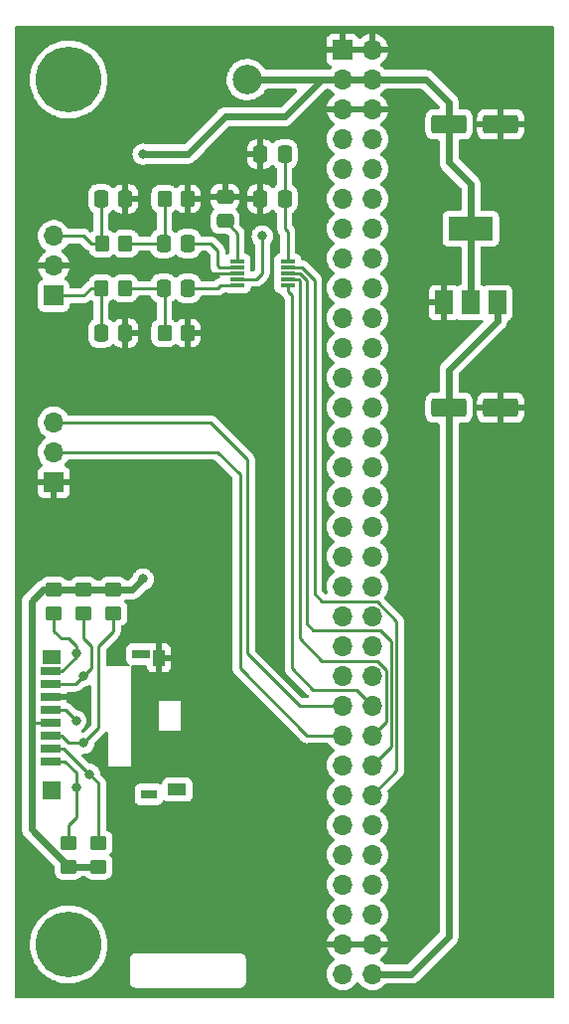
<source format=gbr>
%TF.GenerationSoftware,KiCad,Pcbnew,6.0.4-6f826c9f35~116~ubuntu21.10.1*%
%TF.CreationDate,2022-04-23T21:14:11+02:00*%
%TF.ProjectId,qm k7 aux brd,716d206b-3720-4617-9578-206272642e6b,rev?*%
%TF.SameCoordinates,Original*%
%TF.FileFunction,Copper,L1,Top*%
%TF.FilePolarity,Positive*%
%FSLAX46Y46*%
G04 Gerber Fmt 4.6, Leading zero omitted, Abs format (unit mm)*
G04 Created by KiCad (PCBNEW 6.0.4-6f826c9f35~116~ubuntu21.10.1) date 2022-04-23 21:14:11*
%MOMM*%
%LPD*%
G01*
G04 APERTURE LIST*
G04 Aperture macros list*
%AMRoundRect*
0 Rectangle with rounded corners*
0 $1 Rounding radius*
0 $2 $3 $4 $5 $6 $7 $8 $9 X,Y pos of 4 corners*
0 Add a 4 corners polygon primitive as box body*
4,1,4,$2,$3,$4,$5,$6,$7,$8,$9,$2,$3,0*
0 Add four circle primitives for the rounded corners*
1,1,$1+$1,$2,$3*
1,1,$1+$1,$4,$5*
1,1,$1+$1,$6,$7*
1,1,$1+$1,$8,$9*
0 Add four rect primitives between the rounded corners*
20,1,$1+$1,$2,$3,$4,$5,0*
20,1,$1+$1,$4,$5,$6,$7,0*
20,1,$1+$1,$6,$7,$8,$9,0*
20,1,$1+$1,$8,$9,$2,$3,0*%
G04 Aperture macros list end*
%TA.AperFunction,SMDPad,CuDef*%
%ADD10RoundRect,0.250000X-0.450000X0.350000X-0.450000X-0.350000X0.450000X-0.350000X0.450000X0.350000X0*%
%TD*%
%TA.AperFunction,SMDPad,CuDef*%
%ADD11RoundRect,0.250000X-0.350000X-0.450000X0.350000X-0.450000X0.350000X0.450000X-0.350000X0.450000X0*%
%TD*%
%TA.AperFunction,ComponentPad*%
%ADD12R,1.700000X1.700000*%
%TD*%
%TA.AperFunction,ComponentPad*%
%ADD13O,1.700000X1.700000*%
%TD*%
%TA.AperFunction,ComponentPad*%
%ADD14C,5.600000*%
%TD*%
%TA.AperFunction,SMDPad,CuDef*%
%ADD15RoundRect,0.250000X-1.250000X-0.550000X1.250000X-0.550000X1.250000X0.550000X-1.250000X0.550000X0*%
%TD*%
%TA.AperFunction,SMDPad,CuDef*%
%ADD16RoundRect,0.250000X0.337500X0.475000X-0.337500X0.475000X-0.337500X-0.475000X0.337500X-0.475000X0*%
%TD*%
%TA.AperFunction,SMDPad,CuDef*%
%ADD17R,1.500000X2.000000*%
%TD*%
%TA.AperFunction,SMDPad,CuDef*%
%ADD18R,3.800000X2.000000*%
%TD*%
%TA.AperFunction,SMDPad,CuDef*%
%ADD19RoundRect,0.250000X0.350000X0.450000X-0.350000X0.450000X-0.350000X-0.450000X0.350000X-0.450000X0*%
%TD*%
%TA.AperFunction,SMDPad,CuDef*%
%ADD20RoundRect,0.250000X0.450000X-0.350000X0.450000X0.350000X-0.450000X0.350000X-0.450000X-0.350000X0*%
%TD*%
%TA.AperFunction,SMDPad,CuDef*%
%ADD21R,1.302499X0.304800*%
%TD*%
%TA.AperFunction,SMDPad,CuDef*%
%ADD22C,2.500000*%
%TD*%
%TA.AperFunction,SMDPad,CuDef*%
%ADD23RoundRect,0.250000X0.475000X-0.337500X0.475000X0.337500X-0.475000X0.337500X-0.475000X-0.337500X0*%
%TD*%
%TA.AperFunction,SMDPad,CuDef*%
%ADD24R,1.750000X0.700000*%
%TD*%
%TA.AperFunction,SMDPad,CuDef*%
%ADD25R,1.000000X1.450000*%
%TD*%
%TA.AperFunction,SMDPad,CuDef*%
%ADD26R,1.550000X1.000000*%
%TD*%
%TA.AperFunction,SMDPad,CuDef*%
%ADD27R,1.400000X0.800000*%
%TD*%
%TA.AperFunction,SMDPad,CuDef*%
%ADD28R,1.500000X1.300000*%
%TD*%
%TA.AperFunction,SMDPad,CuDef*%
%ADD29R,1.500000X1.500000*%
%TD*%
%TA.AperFunction,SMDPad,CuDef*%
%ADD30R,1.500000X0.800000*%
%TD*%
%TA.AperFunction,ViaPad*%
%ADD31C,0.800000*%
%TD*%
%TA.AperFunction,Conductor*%
%ADD32C,0.250000*%
%TD*%
%TA.AperFunction,Conductor*%
%ADD33C,0.600000*%
%TD*%
%TA.AperFunction,Conductor*%
%ADD34C,0.400000*%
%TD*%
G04 APERTURE END LIST*
D10*
%TO.P,R5,1*%
%TO.N,3v3*%
X106680000Y-108220000D03*
%TO.P,R5,2*%
%TO.N,SD_DAT1*%
X106680000Y-110220000D03*
%TD*%
D11*
%TO.P,R6,1*%
%TO.N,Net-(C3-Pad2)*%
X116110000Y-86360000D03*
%TO.P,R6,2*%
%TO.N,GND*%
X118110000Y-86360000D03*
%TD*%
D10*
%TO.P,R4,1*%
%TO.N,3v3*%
X109220000Y-108220000D03*
%TO.P,R4,2*%
%TO.N,SD_DAT0*%
X109220000Y-110220000D03*
%TD*%
D12*
%TO.P,J3,1,Pin_1*%
%TO.N,GND*%
X106680000Y-99060000D03*
D13*
%TO.P,J3,2,Pin_2*%
%TO.N,RX*%
X106680000Y-96520000D03*
%TO.P,J3,3,Pin_3*%
%TO.N,TX*%
X106680000Y-93980000D03*
%TD*%
D14*
%TO.P,H1,1*%
%TO.N,N/C*%
X107950000Y-64770000D03*
%TD*%
D15*
%TO.P,C1,1*%
%TO.N,VIN*%
X140380000Y-92710000D03*
%TO.P,C1,2*%
%TO.N,GND*%
X144780000Y-92710000D03*
%TD*%
D16*
%TO.P,C9,1*%
%TO.N,Net-(C8-Pad1)*%
X126365000Y-71120000D03*
%TO.P,C9,2*%
%TO.N,GND*%
X124290000Y-71120000D03*
%TD*%
%TO.P,C4,1*%
%TO.N,AOUTL*%
X118110000Y-78740000D03*
%TO.P,C4,2*%
%TO.N,Net-(C4-Pad2)*%
X116035000Y-78740000D03*
%TD*%
D17*
%TO.P,U1,1,GND*%
%TO.N,GND*%
X139940000Y-83770000D03*
%TO.P,U1,2,VO*%
%TO.N,3v3*%
X142240000Y-83770000D03*
D18*
X142240000Y-77470000D03*
D17*
%TO.P,U1,3,VI*%
%TO.N,VIN*%
X144540000Y-83770000D03*
%TD*%
D19*
%TO.P,R9,1*%
%TO.N,Net-(C4-Pad2)*%
X112797500Y-78740000D03*
%TO.P,R9,2*%
%TO.N,Net-(C6-Pad2)*%
X110797500Y-78740000D03*
%TD*%
D16*
%TO.P,C5,1*%
%TO.N,GND*%
X112797500Y-86360000D03*
%TO.P,C5,2*%
%TO.N,Net-(C5-Pad2)*%
X110722500Y-86360000D03*
%TD*%
D20*
%TO.P,R1,1*%
%TO.N,3v3*%
X107950000Y-131810000D03*
%TO.P,R1,2*%
%TO.N,SD_DAT2*%
X107950000Y-129810000D03*
%TD*%
D12*
%TO.P,J4,1,Pin_1*%
%TO.N,Net-(C5-Pad2)*%
X106680000Y-83185000D03*
D13*
%TO.P,J4,2,Pin_2*%
%TO.N,GND*%
X106680000Y-80645000D03*
%TO.P,J4,3,Pin_3*%
%TO.N,Net-(C6-Pad2)*%
X106680000Y-78105000D03*
%TD*%
D10*
%TO.P,R3,1*%
%TO.N,3v3*%
X111760000Y-108220000D03*
%TO.P,R3,2*%
%TO.N,SD_CMD*%
X111760000Y-110220000D03*
%TD*%
D15*
%TO.P,C2,1*%
%TO.N,3v3*%
X140380000Y-68580000D03*
%TO.P,C2,2*%
%TO.N,GND*%
X144780000Y-68580000D03*
%TD*%
D16*
%TO.P,C6,1*%
%TO.N,GND*%
X112797500Y-74930000D03*
%TO.P,C6,2*%
%TO.N,Net-(C6-Pad2)*%
X110722500Y-74930000D03*
%TD*%
D11*
%TO.P,R7,1*%
%TO.N,Net-(C4-Pad2)*%
X116110000Y-74930000D03*
%TO.P,R7,2*%
%TO.N,GND*%
X118110000Y-74930000D03*
%TD*%
D19*
%TO.P,R8,1*%
%TO.N,Net-(C3-Pad2)*%
X112760000Y-82550000D03*
%TO.P,R8,2*%
%TO.N,Net-(C5-Pad2)*%
X110760000Y-82550000D03*
%TD*%
D16*
%TO.P,C3,1*%
%TO.N,AOUTR*%
X118110000Y-82550000D03*
%TO.P,C3,2*%
%TO.N,Net-(C3-Pad2)*%
X116035000Y-82550000D03*
%TD*%
D21*
%TO.P,U2,1,SDIN*%
%TO.N,I2S_SDIN*%
X126609848Y-82280001D03*
%TO.P,U2,2,\u002ADEM/SCLK*%
%TO.N,I2S_SCLK*%
X126609848Y-81779999D03*
%TO.P,U2,3,LRCK*%
%TO.N,I2S_LRCK*%
X126609848Y-81280000D03*
%TO.P,U2,4,MCLK*%
%TO.N,I2S_MCLK*%
X126609848Y-80780001D03*
%TO.P,U2,5,VQ*%
%TO.N,Net-(C8-Pad1)*%
X126609848Y-80279999D03*
%TO.P,U2,6,FILT+*%
%TO.N,Net-(C7-Pad1)*%
X122310152Y-80279999D03*
%TO.P,U2,7,AOUTL*%
%TO.N,AOUTL*%
X122310152Y-80780001D03*
%TO.P,U2,8,GND*%
%TO.N,GND*%
X122310152Y-81280000D03*
%TO.P,U2,9,VA*%
%TO.N,3v3*%
X122310152Y-81779999D03*
%TO.P,U2,10,AOUTR*%
%TO.N,AOUTR*%
X122310152Y-82280001D03*
%TD*%
D22*
%TO.P,TP1,1,1*%
%TO.N,3v3*%
X123190000Y-64770000D03*
%TD*%
D14*
%TO.P,H2,1*%
%TO.N,N/C*%
X107950000Y-138430000D03*
%TD*%
D16*
%TO.P,C8,1*%
%TO.N,Net-(C8-Pad1)*%
X126365000Y-74930000D03*
%TO.P,C8,2*%
%TO.N,GND*%
X124290000Y-74930000D03*
%TD*%
D23*
%TO.P,C7,1*%
%TO.N,Net-(C7-Pad1)*%
X121285000Y-76835000D03*
%TO.P,C7,2*%
%TO.N,GND*%
X121285000Y-74760000D03*
%TD*%
D20*
%TO.P,R2,1*%
%TO.N,3v3*%
X110490000Y-131810000D03*
%TO.P,R2,2*%
%TO.N,SD_DAT3*%
X110490000Y-129810000D03*
%TD*%
D24*
%TO.P,J2,1,DAT2*%
%TO.N,SD_DAT2*%
X106410000Y-122850000D03*
%TO.P,J2,2,DAT3/CD*%
%TO.N,SD_DAT3*%
X106410000Y-121750000D03*
%TO.P,J2,3,CMD*%
%TO.N,SD_CMD*%
X106410000Y-120650000D03*
%TO.P,J2,4,VDD*%
%TO.N,3v3*%
X106410000Y-119550000D03*
%TO.P,J2,5,CLK*%
%TO.N,SD_CLK*%
X106410000Y-118450000D03*
%TO.P,J2,6,VSS*%
%TO.N,GND*%
X106410000Y-117350000D03*
%TO.P,J2,7,DAT0*%
%TO.N,SD_DAT0*%
X106410000Y-116250000D03*
%TO.P,J2,8,DAT1*%
%TO.N,SD_DAT1*%
X106410000Y-115150000D03*
D25*
%TO.P,J2,9,SHIELD*%
%TO.N,GND*%
X115635000Y-114025000D03*
D26*
%TO.P,J2,10*%
%TO.N,N/C*%
X117210000Y-125250000D03*
D27*
%TO.P,J2,11*%
X114785000Y-125650000D03*
D28*
X106535000Y-113950000D03*
D29*
X106535000Y-125300000D03*
D30*
X114135000Y-113700000D03*
%TD*%
D12*
%TO.P,J1,1,Pin_1*%
%TO.N,GND*%
X131298000Y-62225000D03*
D13*
%TO.P,J1,2,Pin_2*%
X133838000Y-62225000D03*
%TO.P,J1,3,Pin_3*%
%TO.N,3v3*%
X131298000Y-64765000D03*
%TO.P,J1,4,Pin_4*%
X133838000Y-64765000D03*
%TO.P,J1,5,Pin_5*%
%TO.N,GND*%
X131298000Y-67305000D03*
%TO.P,J1,6,Pin_6*%
X133838000Y-67305000D03*
%TO.P,J1,7,Pin_7*%
%TO.N,unconnected-(J1-Pad7)*%
X131298000Y-69845000D03*
%TO.P,J1,8,Pin_8*%
%TO.N,unconnected-(J1-Pad8)*%
X133838000Y-69845000D03*
%TO.P,J1,9,Pin_9*%
%TO.N,unconnected-(J1-Pad9)*%
X131298000Y-72385000D03*
%TO.P,J1,10,Pin_10*%
%TO.N,unconnected-(J1-Pad10)*%
X133838000Y-72385000D03*
%TO.P,J1,11,Pin_11*%
%TO.N,unconnected-(J1-Pad11)*%
X131298000Y-74925000D03*
%TO.P,J1,12,Pin_12*%
%TO.N,unconnected-(J1-Pad12)*%
X133838000Y-74925000D03*
%TO.P,J1,13,Pin_13*%
%TO.N,unconnected-(J1-Pad13)*%
X131298000Y-77465000D03*
%TO.P,J1,14,Pin_14*%
%TO.N,unconnected-(J1-Pad14)*%
X133838000Y-77465000D03*
%TO.P,J1,15,Pin_15*%
%TO.N,unconnected-(J1-Pad15)*%
X131298000Y-80005000D03*
%TO.P,J1,16,Pin_16*%
%TO.N,unconnected-(J1-Pad16)*%
X133838000Y-80005000D03*
%TO.P,J1,17,Pin_17*%
%TO.N,unconnected-(J1-Pad17)*%
X131298000Y-82545000D03*
%TO.P,J1,18,Pin_18*%
%TO.N,unconnected-(J1-Pad18)*%
X133838000Y-82545000D03*
%TO.P,J1,19,Pin_19*%
%TO.N,unconnected-(J1-Pad19)*%
X131298000Y-85085000D03*
%TO.P,J1,20,Pin_20*%
%TO.N,unconnected-(J1-Pad20)*%
X133838000Y-85085000D03*
%TO.P,J1,21,Pin_21*%
%TO.N,unconnected-(J1-Pad21)*%
X131298000Y-87625000D03*
%TO.P,J1,22,Pin_22*%
%TO.N,unconnected-(J1-Pad22)*%
X133838000Y-87625000D03*
%TO.P,J1,23,Pin_23*%
%TO.N,unconnected-(J1-Pad23)*%
X131298000Y-90165000D03*
%TO.P,J1,24,Pin_24*%
%TO.N,unconnected-(J1-Pad24)*%
X133838000Y-90165000D03*
%TO.P,J1,25,Pin_25*%
%TO.N,unconnected-(J1-Pad25)*%
X131298000Y-92705000D03*
%TO.P,J1,26,Pin_26*%
%TO.N,unconnected-(J1-Pad26)*%
X133838000Y-92705000D03*
%TO.P,J1,27,Pin_27*%
%TO.N,unconnected-(J1-Pad27)*%
X131298000Y-95245000D03*
%TO.P,J1,28,Pin_28*%
%TO.N,unconnected-(J1-Pad28)*%
X133838000Y-95245000D03*
%TO.P,J1,29,Pin_29*%
%TO.N,unconnected-(J1-Pad29)*%
X131298000Y-97785000D03*
%TO.P,J1,30,Pin_30*%
%TO.N,unconnected-(J1-Pad30)*%
X133838000Y-97785000D03*
%TO.P,J1,31,Pin_31*%
%TO.N,unconnected-(J1-Pad31)*%
X131298000Y-100325000D03*
%TO.P,J1,32,Pin_32*%
%TO.N,unconnected-(J1-Pad32)*%
X133838000Y-100325000D03*
%TO.P,J1,33,Pin_33*%
%TO.N,unconnected-(J1-Pad33)*%
X131298000Y-102865000D03*
%TO.P,J1,34,Pin_34*%
%TO.N,unconnected-(J1-Pad34)*%
X133838000Y-102865000D03*
%TO.P,J1,35,Pin_35*%
%TO.N,unconnected-(J1-Pad35)*%
X131298000Y-105405000D03*
%TO.P,J1,36,Pin_36*%
%TO.N,unconnected-(J1-Pad36)*%
X133838000Y-105405000D03*
%TO.P,J1,37,Pin_37*%
%TO.N,unconnected-(J1-Pad37)*%
X131298000Y-107945000D03*
%TO.P,J1,38,Pin_38*%
%TO.N,unconnected-(J1-Pad38)*%
X133838000Y-107945000D03*
%TO.P,J1,39,Pin_39*%
%TO.N,unconnected-(J1-Pad39)*%
X131298000Y-110485000D03*
%TO.P,J1,40,Pin_40*%
%TO.N,unconnected-(J1-Pad40)*%
X133838000Y-110485000D03*
%TO.P,J1,41,Pin_41*%
%TO.N,unconnected-(J1-Pad41)*%
X131298000Y-113025000D03*
%TO.P,J1,42,Pin_42*%
%TO.N,unconnected-(J1-Pad42)*%
X133838000Y-113025000D03*
%TO.P,J1,43,Pin_43*%
%TO.N,unconnected-(J1-Pad43)*%
X131298000Y-115565000D03*
%TO.P,J1,44,Pin_44*%
%TO.N,unconnected-(J1-Pad44)*%
X133838000Y-115565000D03*
%TO.P,J1,45,Pin_45*%
%TO.N,TX*%
X131298000Y-118105000D03*
%TO.P,J1,46,Pin_46*%
%TO.N,I2S_SDIN*%
X133838000Y-118105000D03*
%TO.P,J1,47,Pin_47*%
%TO.N,RX*%
X131298000Y-120645000D03*
%TO.P,J1,48,Pin_48*%
%TO.N,I2S_SCLK*%
X133838000Y-120645000D03*
%TO.P,J1,49,Pin_49*%
%TO.N,SD_DAT1*%
X131298000Y-123185000D03*
%TO.P,J1,50,Pin_50*%
%TO.N,I2S_LRCK*%
X133838000Y-123185000D03*
%TO.P,J1,51,Pin_51*%
%TO.N,SD_DAT0*%
X131298000Y-125725000D03*
%TO.P,J1,52,Pin_52*%
%TO.N,I2S_MCLK*%
X133838000Y-125725000D03*
%TO.P,J1,53,Pin_53*%
%TO.N,SD_CLK*%
X131298000Y-128265000D03*
%TO.P,J1,54,Pin_54*%
%TO.N,unconnected-(J1-Pad54)*%
X133838000Y-128265000D03*
%TO.P,J1,55,Pin_55*%
%TO.N,SD_CMD*%
X131298000Y-130805000D03*
%TO.P,J1,56,Pin_56*%
%TO.N,unconnected-(J1-Pad56)*%
X133838000Y-130805000D03*
%TO.P,J1,57,Pin_57*%
%TO.N,SD_DAT3*%
X131298000Y-133345000D03*
%TO.P,J1,58,Pin_58*%
%TO.N,unconnected-(J1-Pad58)*%
X133838000Y-133345000D03*
%TO.P,J1,59,Pin_59*%
%TO.N,SD_DAT2*%
X131298000Y-135885000D03*
%TO.P,J1,60,Pin_60*%
%TO.N,unconnected-(J1-Pad60)*%
X133838000Y-135885000D03*
%TO.P,J1,61,Pin_61*%
%TO.N,GND*%
X131298000Y-138425000D03*
%TO.P,J1,62,Pin_62*%
X133838000Y-138425000D03*
%TO.P,J1,63,Pin_63*%
%TO.N,unconnected-(J1-Pad63)*%
X131298000Y-140965000D03*
%TO.P,J1,64,Pin_64*%
%TO.N,VIN*%
X133838000Y-140965000D03*
%TD*%
D31*
%TO.N,GND*%
X145415000Y-121285000D03*
X145415000Y-124460000D03*
X145415000Y-127635000D03*
X122555000Y-89535000D03*
X118110000Y-101600000D03*
X109220000Y-117475000D03*
%TO.N,SD_DAT2*%
X108585000Y-125095000D03*
%TO.N,SD_DAT3*%
X109732500Y-123947500D03*
%TO.N,3v3*%
X124460000Y-78105000D03*
X114300000Y-107315000D03*
X114300000Y-71120000D03*
%TO.N,SD_CMD*%
X109220000Y-121285000D03*
%TO.N,SD_CLK*%
X108585000Y-119380000D03*
%TO.N,SD_DAT0*%
X109220000Y-115570000D03*
%TO.N,SD_DAT1*%
X108585000Y-113665000D03*
%TD*%
D32*
%TO.N,SD_DAT0*%
X109220000Y-112395000D02*
X109855000Y-113030000D01*
X109855000Y-113030000D02*
X109855000Y-114935000D01*
X109220000Y-115570000D02*
X109855000Y-114935000D01*
X109220000Y-112395000D02*
X109220000Y-110220000D01*
%TO.N,SD_CMD*%
X109220000Y-121285000D02*
X110490000Y-120015000D01*
X110490000Y-120015000D02*
X110490000Y-113030000D01*
X110490000Y-113030000D02*
X111760000Y-111760000D01*
X111760000Y-111760000D02*
X111760000Y-110220000D01*
%TO.N,GND*%
X120015000Y-81280000D02*
X122310152Y-81280000D01*
%TO.N,TX*%
X131298000Y-118105000D02*
X127640000Y-118105000D01*
X120015000Y-93980000D02*
X106680000Y-93980000D01*
X127640000Y-118105000D02*
X123200000Y-113665000D01*
X123200000Y-113665000D02*
X123190000Y-113665000D01*
X123190000Y-113665000D02*
X123190000Y-97155000D01*
X123190000Y-97155000D02*
X120015000Y-93980000D01*
%TO.N,I2S_SDIN*%
X133838000Y-118105000D02*
X132472511Y-116739511D01*
X126609848Y-82794848D02*
X126609848Y-82280001D01*
X132472511Y-116739511D02*
X128804511Y-116739511D01*
X128804511Y-116739511D02*
X127000000Y-114935000D01*
X127000000Y-114935000D02*
X127000000Y-83185000D01*
X127000000Y-83185000D02*
X126609848Y-82794848D01*
%TO.N,I2S_MCLK*%
X133838000Y-125725000D02*
X135911551Y-123651449D01*
X134234010Y-109220000D02*
X129540000Y-109220000D01*
X135911551Y-123651449D02*
X135911551Y-110897541D01*
X135911551Y-110897541D02*
X134234010Y-109220000D01*
X129540000Y-109220000D02*
X128905000Y-108585000D01*
X128905000Y-108585000D02*
X128905000Y-81851046D01*
X128905000Y-81851046D02*
X127833955Y-80780001D01*
X127833955Y-80780001D02*
X126609848Y-80780001D01*
%TO.N,I2S_LRCK*%
X133838000Y-123185000D02*
X135462031Y-121560969D01*
X135462031Y-121560969D02*
X135462031Y-112602031D01*
X135462031Y-112602031D02*
X134519511Y-111659511D01*
X134519511Y-111659511D02*
X128804511Y-111659511D01*
X128804511Y-111659511D02*
X128270000Y-111125000D01*
X128270000Y-111125000D02*
X128270000Y-81851764D01*
X128270000Y-81851764D02*
X127698236Y-81280000D01*
X127698236Y-81280000D02*
X126609848Y-81280000D01*
%TO.N,I2S_SCLK*%
X133838000Y-120645000D02*
X135012511Y-119470489D01*
X127635000Y-112395000D02*
X127635000Y-81852482D01*
X127562517Y-81779999D02*
X126609848Y-81779999D01*
X135012511Y-119470489D02*
X135012511Y-115078501D01*
X134234010Y-114300000D02*
X129540000Y-114300000D01*
X135012511Y-115078501D02*
X134234010Y-114300000D01*
X129540000Y-114300000D02*
X127635000Y-112395000D01*
X127635000Y-81852482D02*
X127562517Y-81779999D01*
D33*
%TO.N,3v3*%
X114300000Y-71120000D02*
X118110000Y-71120000D01*
X118110000Y-71120000D02*
X121285000Y-67945000D01*
X121285000Y-67945000D02*
X126365000Y-67945000D01*
X126365000Y-67945000D02*
X129545000Y-64765000D01*
X114300000Y-107315000D02*
X113395000Y-108220000D01*
X113395000Y-108220000D02*
X111760000Y-108220000D01*
D32*
%TO.N,SD_DAT1*%
X107950000Y-112395000D02*
X107315000Y-112395000D01*
X108585000Y-113665000D02*
X108585000Y-113030000D01*
X108585000Y-113030000D02*
X107950000Y-112395000D01*
X107315000Y-112395000D02*
X106680000Y-111760000D01*
%TO.N,SD_CLK*%
X106410000Y-118450000D02*
X107655000Y-118450000D01*
X107655000Y-118450000D02*
X108585000Y-119380000D01*
%TO.N,SD_CMD*%
X107315000Y-120650000D02*
X107950000Y-121285000D01*
X106410000Y-120650000D02*
X107315000Y-120650000D01*
X107950000Y-121285000D02*
X109220000Y-121285000D01*
%TO.N,SD_DAT0*%
X109220000Y-115570000D02*
X108540000Y-116250000D01*
X108540000Y-116250000D02*
X106410000Y-116250000D01*
%TO.N,SD_DAT1*%
X108585000Y-113665000D02*
X108585000Y-113949022D01*
X108585000Y-113949022D02*
X107384022Y-115150000D01*
X107384022Y-115150000D02*
X106410000Y-115150000D01*
%TO.N,SD_DAT2*%
X108585000Y-125095000D02*
X108585000Y-127635000D01*
%TO.N,SD_DAT3*%
X109732500Y-123947500D02*
X110367500Y-124582500D01*
X107535000Y-121750000D02*
X109732500Y-123947500D01*
X110367500Y-124582500D02*
X110490000Y-124705000D01*
%TO.N,3v3*%
X123960001Y-81779999D02*
X124460000Y-81280000D01*
X124460000Y-81280000D02*
X124460000Y-78105000D01*
D34*
X123195000Y-64765000D02*
X123190000Y-64770000D01*
D33*
X140380000Y-66720000D02*
X138425000Y-64765000D01*
X140380000Y-68580000D02*
X140380000Y-66720000D01*
X107950000Y-131810000D02*
X104775000Y-128635000D01*
D32*
X122310152Y-81779999D02*
X123960001Y-81779999D01*
D33*
X131298000Y-64765000D02*
X123195000Y-64765000D01*
X106680000Y-108220000D02*
X105775000Y-108220000D01*
X140380000Y-68580000D02*
X140380000Y-71800000D01*
D34*
X131298000Y-64765000D02*
X129545000Y-64765000D01*
D33*
X111760000Y-108220000D02*
X109220000Y-108220000D01*
X110490000Y-131810000D02*
X107950000Y-131810000D01*
X109220000Y-108220000D02*
X106680000Y-108220000D01*
X142240000Y-73660000D02*
X142240000Y-77470000D01*
D32*
X106410000Y-119550000D02*
X104945000Y-119550000D01*
D33*
X131298000Y-64765000D02*
X133838000Y-64765000D01*
X138425000Y-64765000D02*
X133838000Y-64765000D01*
X142240000Y-77470000D02*
X142240000Y-83770000D01*
X140380000Y-71800000D02*
X142240000Y-73660000D01*
D32*
X104945000Y-119550000D02*
X104775000Y-119380000D01*
D33*
X105775000Y-108220000D02*
X104775000Y-109220000D01*
X104775000Y-128635000D02*
X104775000Y-119380000D01*
X104775000Y-109220000D02*
X104775000Y-119380000D01*
%TO.N,VIN*%
X137165000Y-140965000D02*
X140380000Y-137750000D01*
X140380000Y-89490000D02*
X144540000Y-85330000D01*
X140380000Y-137750000D02*
X140380000Y-92710000D01*
X140380000Y-92710000D02*
X140380000Y-89490000D01*
X133838000Y-140965000D02*
X137165000Y-140965000D01*
X144540000Y-85330000D02*
X144540000Y-83770000D01*
D32*
%TO.N,AOUTL*%
X120785001Y-80780001D02*
X120650000Y-80645000D01*
X122310152Y-80780001D02*
X120785001Y-80780001D01*
X120650000Y-79375000D02*
X120015000Y-78740000D01*
X120015000Y-78740000D02*
X118110000Y-78740000D01*
X120650000Y-80645000D02*
X120650000Y-79375000D01*
%TO.N,Net-(C3-Pad2)*%
X116110000Y-86360000D02*
X116110000Y-82625000D01*
X116110000Y-82625000D02*
X116035000Y-82550000D01*
X112760000Y-82550000D02*
X116035000Y-82550000D01*
%TO.N,AOUTR*%
X122310152Y-82280001D02*
X120919999Y-82280001D01*
X120650000Y-82550000D02*
X118110000Y-82550000D01*
X120919999Y-82280001D02*
X120650000Y-82550000D01*
%TO.N,Net-(C4-Pad2)*%
X116110000Y-74930000D02*
X116110000Y-78665000D01*
X116110000Y-78665000D02*
X116035000Y-78740000D01*
X112797500Y-78740000D02*
X116035000Y-78740000D01*
%TO.N,SD_DAT3*%
X106410000Y-121750000D02*
X107535000Y-121750000D01*
X110490000Y-124705000D02*
X110490000Y-129810000D01*
%TO.N,SD_DAT1*%
X106680000Y-111760000D02*
X106680000Y-110220000D01*
%TO.N,SD_DAT2*%
X107950000Y-128270000D02*
X107950000Y-129810000D01*
X108585000Y-127635000D02*
X107950000Y-128270000D01*
X107610000Y-122850000D02*
X108585000Y-123825000D01*
X108585000Y-123825000D02*
X108585000Y-125095000D01*
X106410000Y-122850000D02*
X107610000Y-122850000D01*
%TO.N,RX*%
X120650000Y-96520000D02*
X122555000Y-98425000D01*
X106680000Y-96520000D02*
X120650000Y-96520000D01*
X128275000Y-120645000D02*
X131298000Y-120645000D01*
X122555000Y-114935000D02*
X128270000Y-120650000D01*
X122555000Y-98425000D02*
X122555000Y-114935000D01*
X128270000Y-120650000D02*
X128275000Y-120645000D01*
%TO.N,Net-(C5-Pad2)*%
X110722500Y-82587500D02*
X110760000Y-82550000D01*
X109855000Y-82550000D02*
X109220000Y-83185000D01*
X109220000Y-83185000D02*
X106680000Y-83185000D01*
X110722500Y-86360000D02*
X110722500Y-82587500D01*
X110760000Y-82550000D02*
X109855000Y-82550000D01*
%TO.N,Net-(C6-Pad2)*%
X109855000Y-78740000D02*
X109220000Y-78105000D01*
X110722500Y-78665000D02*
X110797500Y-78740000D01*
X109220000Y-78105000D02*
X106680000Y-78105000D01*
X110797500Y-78740000D02*
X109855000Y-78740000D01*
X110722500Y-74930000D02*
X110722500Y-78665000D01*
%TO.N,Net-(C7-Pad1)*%
X122310152Y-77860152D02*
X122310152Y-80279999D01*
X121285000Y-76835000D02*
X122310152Y-77860152D01*
%TO.N,Net-(C8-Pad1)*%
X126365000Y-71120000D02*
X126365000Y-74930000D01*
X126365000Y-74930000D02*
X126365000Y-77470000D01*
X126365000Y-77470000D02*
X126609848Y-77714848D01*
X126609848Y-77714848D02*
X126609848Y-80279999D01*
%TD*%
%TA.AperFunction,Conductor*%
%TO.N,GND*%
G36*
X149293621Y-60218502D02*
G01*
X149340114Y-60272158D01*
X149351500Y-60324500D01*
X149351500Y-142875500D01*
X149331498Y-142943621D01*
X149277842Y-142990114D01*
X149225500Y-143001500D01*
X103504500Y-143001500D01*
X103436379Y-142981498D01*
X103389886Y-142927842D01*
X103378500Y-142875500D01*
X103378500Y-138418434D01*
X104636661Y-138418434D01*
X104654792Y-138776340D01*
X104655329Y-138779695D01*
X104655330Y-138779701D01*
X104710929Y-139126819D01*
X104711470Y-139130195D01*
X104806033Y-139475859D01*
X104937374Y-139809288D01*
X104968151Y-139867909D01*
X105100289Y-140119595D01*
X105103957Y-140126582D01*
X105105858Y-140129411D01*
X105105864Y-140129421D01*
X105289569Y-140402800D01*
X105303834Y-140424029D01*
X105534665Y-140698150D01*
X105793751Y-140945738D01*
X106078061Y-141163897D01*
X106110056Y-141183350D01*
X106381355Y-141348303D01*
X106381360Y-141348306D01*
X106384270Y-141350075D01*
X106387358Y-141351521D01*
X106387357Y-141351521D01*
X106705710Y-141500649D01*
X106705720Y-141500653D01*
X106708794Y-141502093D01*
X106712012Y-141503195D01*
X106712015Y-141503196D01*
X107044615Y-141617071D01*
X107044623Y-141617073D01*
X107047838Y-141618174D01*
X107397435Y-141696959D01*
X107478404Y-141706184D01*
X107750114Y-141737142D01*
X107750122Y-141737142D01*
X107753497Y-141737527D01*
X107756901Y-141737545D01*
X107756904Y-141737545D01*
X107951227Y-141738562D01*
X108111857Y-141739403D01*
X108115243Y-141739053D01*
X108115245Y-141739053D01*
X108464932Y-141702917D01*
X108464941Y-141702916D01*
X108468324Y-141702566D01*
X108471657Y-141701852D01*
X108471660Y-141701851D01*
X108598209Y-141674721D01*
X113156024Y-141674721D01*
X113158491Y-141683352D01*
X113164150Y-141703153D01*
X113167728Y-141719915D01*
X113171920Y-141749187D01*
X113175634Y-141757355D01*
X113175634Y-141757356D01*
X113182548Y-141772562D01*
X113188996Y-141790086D01*
X113196051Y-141814771D01*
X113200843Y-141822365D01*
X113200844Y-141822368D01*
X113211830Y-141839780D01*
X113219969Y-141854863D01*
X113232208Y-141881782D01*
X113238069Y-141888584D01*
X113248970Y-141901235D01*
X113260073Y-141916239D01*
X113273776Y-141937958D01*
X113280501Y-141943897D01*
X113280504Y-141943901D01*
X113295938Y-141957532D01*
X113307982Y-141969724D01*
X113321427Y-141985327D01*
X113321430Y-141985329D01*
X113327287Y-141992127D01*
X113334816Y-141997007D01*
X113334817Y-141997008D01*
X113348835Y-142006094D01*
X113363709Y-142017385D01*
X113376217Y-142028431D01*
X113382951Y-142034378D01*
X113409711Y-142046942D01*
X113424691Y-142055263D01*
X113441983Y-142066471D01*
X113441988Y-142066473D01*
X113449515Y-142071352D01*
X113458108Y-142073922D01*
X113458113Y-142073924D01*
X113474120Y-142078711D01*
X113491564Y-142085372D01*
X113506676Y-142092467D01*
X113506678Y-142092468D01*
X113514800Y-142096281D01*
X113523667Y-142097662D01*
X113523668Y-142097662D01*
X113526353Y-142098080D01*
X113544017Y-142100830D01*
X113560732Y-142104613D01*
X113580466Y-142110515D01*
X113580472Y-142110516D01*
X113589066Y-142113086D01*
X113598037Y-142113141D01*
X113598038Y-142113141D01*
X113608097Y-142113202D01*
X113623506Y-142113296D01*
X113624289Y-142113329D01*
X113625386Y-142113500D01*
X113656377Y-142113500D01*
X113657147Y-142113502D01*
X113730785Y-142113952D01*
X113730786Y-142113952D01*
X113734721Y-142113976D01*
X113736065Y-142113592D01*
X113737410Y-142113500D01*
X122546377Y-142113500D01*
X122547148Y-142113502D01*
X122624721Y-142113976D01*
X122653152Y-142105850D01*
X122669915Y-142102272D01*
X122670753Y-142102152D01*
X122699187Y-142098080D01*
X122722564Y-142087451D01*
X122740087Y-142081004D01*
X122764771Y-142073949D01*
X122772365Y-142069157D01*
X122772368Y-142069156D01*
X122789780Y-142058170D01*
X122804865Y-142050030D01*
X122831782Y-142037792D01*
X122851235Y-142021030D01*
X122866239Y-142009927D01*
X122887958Y-141996224D01*
X122893897Y-141989499D01*
X122893901Y-141989496D01*
X122907532Y-141974062D01*
X122919724Y-141962018D01*
X122935327Y-141948573D01*
X122935329Y-141948570D01*
X122942127Y-141942713D01*
X122947107Y-141935031D01*
X122956094Y-141921165D01*
X122967385Y-141906291D01*
X122978431Y-141893783D01*
X122978432Y-141893782D01*
X122984378Y-141887049D01*
X122996943Y-141860287D01*
X123005263Y-141845309D01*
X123016471Y-141828017D01*
X123016473Y-141828012D01*
X123021352Y-141820485D01*
X123023922Y-141811892D01*
X123023924Y-141811887D01*
X123028711Y-141795880D01*
X123035372Y-141778436D01*
X123042467Y-141763324D01*
X123042468Y-141763322D01*
X123046281Y-141755200D01*
X123050830Y-141725983D01*
X123054613Y-141709268D01*
X123060515Y-141689534D01*
X123060516Y-141689528D01*
X123063086Y-141680934D01*
X123063296Y-141646494D01*
X123063329Y-141645711D01*
X123063500Y-141644614D01*
X123063500Y-141613623D01*
X123063502Y-141612853D01*
X123063952Y-141539215D01*
X123063952Y-141539214D01*
X123063976Y-141535279D01*
X123063592Y-141533935D01*
X123063500Y-141532590D01*
X123063500Y-139708616D01*
X123063502Y-139707846D01*
X123063603Y-139691377D01*
X123063976Y-139630279D01*
X123055850Y-139601847D01*
X123052272Y-139585085D01*
X123049352Y-139564698D01*
X123048080Y-139555813D01*
X123037451Y-139532436D01*
X123031004Y-139514913D01*
X123026416Y-139498862D01*
X123023949Y-139490229D01*
X123019156Y-139482632D01*
X123008170Y-139465220D01*
X123000030Y-139450135D01*
X122997564Y-139444711D01*
X122987792Y-139423218D01*
X122971030Y-139403765D01*
X122959927Y-139388761D01*
X122946224Y-139367042D01*
X122939499Y-139361103D01*
X122939496Y-139361099D01*
X122924062Y-139347468D01*
X122912018Y-139335276D01*
X122898573Y-139319673D01*
X122898570Y-139319671D01*
X122892713Y-139312873D01*
X122879009Y-139303990D01*
X122871165Y-139298906D01*
X122856291Y-139287615D01*
X122843783Y-139276569D01*
X122843782Y-139276568D01*
X122837049Y-139270622D01*
X122810287Y-139258057D01*
X122795309Y-139249737D01*
X122778017Y-139238529D01*
X122778012Y-139238527D01*
X122770485Y-139233648D01*
X122761892Y-139231078D01*
X122761887Y-139231076D01*
X122745880Y-139226289D01*
X122728436Y-139219628D01*
X122713324Y-139212533D01*
X122713322Y-139212532D01*
X122705200Y-139208719D01*
X122696333Y-139207338D01*
X122696332Y-139207338D01*
X122685478Y-139205648D01*
X122675983Y-139204170D01*
X122659268Y-139200387D01*
X122639534Y-139194485D01*
X122639528Y-139194484D01*
X122630934Y-139191914D01*
X122621963Y-139191859D01*
X122621962Y-139191859D01*
X122611903Y-139191798D01*
X122596494Y-139191704D01*
X122595711Y-139191671D01*
X122594614Y-139191500D01*
X122563623Y-139191500D01*
X122562853Y-139191498D01*
X122489215Y-139191048D01*
X122489214Y-139191048D01*
X122485279Y-139191024D01*
X122483935Y-139191408D01*
X122482590Y-139191500D01*
X113673623Y-139191500D01*
X113672853Y-139191498D01*
X113672037Y-139191493D01*
X113595279Y-139191024D01*
X113572918Y-139197415D01*
X113566847Y-139199150D01*
X113550085Y-139202728D01*
X113520813Y-139206920D01*
X113512645Y-139210634D01*
X113512644Y-139210634D01*
X113497438Y-139217548D01*
X113479914Y-139223996D01*
X113455229Y-139231051D01*
X113447635Y-139235843D01*
X113447632Y-139235844D01*
X113430220Y-139246830D01*
X113415137Y-139254969D01*
X113388218Y-139267208D01*
X113381416Y-139273069D01*
X113368765Y-139283970D01*
X113353761Y-139295073D01*
X113332042Y-139308776D01*
X113326103Y-139315501D01*
X113326099Y-139315504D01*
X113312468Y-139330938D01*
X113300276Y-139342982D01*
X113284673Y-139356427D01*
X113284671Y-139356430D01*
X113277873Y-139362287D01*
X113272993Y-139369816D01*
X113272992Y-139369817D01*
X113263906Y-139383835D01*
X113252615Y-139398709D01*
X113241569Y-139411217D01*
X113235622Y-139417951D01*
X113229312Y-139431391D01*
X113223058Y-139444711D01*
X113214737Y-139459691D01*
X113203529Y-139476983D01*
X113203527Y-139476988D01*
X113198648Y-139484515D01*
X113196078Y-139493108D01*
X113196076Y-139493113D01*
X113191289Y-139509120D01*
X113184628Y-139526564D01*
X113177533Y-139541676D01*
X113173719Y-139549800D01*
X113172338Y-139558667D01*
X113172338Y-139558668D01*
X113169170Y-139579015D01*
X113165387Y-139595732D01*
X113159485Y-139615466D01*
X113159484Y-139615472D01*
X113156914Y-139624066D01*
X113156774Y-139647069D01*
X113156704Y-139658497D01*
X113156671Y-139659289D01*
X113156500Y-139660386D01*
X113156500Y-139691377D01*
X113156498Y-139692147D01*
X113156024Y-139769721D01*
X113156408Y-139771065D01*
X113156500Y-139772410D01*
X113156500Y-141596377D01*
X113156498Y-141597147D01*
X113156024Y-141674721D01*
X108598209Y-141674721D01*
X108669386Y-141659462D01*
X108818727Y-141627446D01*
X109158968Y-141514922D01*
X109485066Y-141366311D01*
X109579052Y-141310506D01*
X109790262Y-141185099D01*
X109790267Y-141185096D01*
X109793207Y-141183350D01*
X110079786Y-140968180D01*
X110341451Y-140723319D01*
X110575140Y-140451630D01*
X110681844Y-140296375D01*
X110776190Y-140159101D01*
X110776195Y-140159094D01*
X110778120Y-140156292D01*
X110779732Y-140153298D01*
X110779737Y-140153290D01*
X110946395Y-139843772D01*
X110948017Y-139840760D01*
X111039499Y-139615466D01*
X111081562Y-139511877D01*
X111081564Y-139511872D01*
X111082842Y-139508724D01*
X111085652Y-139498862D01*
X111136695Y-139319673D01*
X111181020Y-139164070D01*
X111236880Y-138837275D01*
X111240829Y-138814175D01*
X111240829Y-138814173D01*
X111241401Y-138810828D01*
X111243511Y-138776340D01*
X111263168Y-138454928D01*
X111263278Y-138453131D01*
X111263359Y-138430000D01*
X111243979Y-138072159D01*
X111186066Y-137718505D01*
X111090297Y-137373173D01*
X111087243Y-137365497D01*
X110959052Y-137043369D01*
X110957793Y-137040205D01*
X110927768Y-136983498D01*
X110791702Y-136726513D01*
X110791698Y-136726506D01*
X110790103Y-136723494D01*
X110589190Y-136426746D01*
X110559260Y-136391453D01*
X110471182Y-136287596D01*
X110357403Y-136153432D01*
X110097454Y-135906750D01*
X109812384Y-135689585D01*
X109809472Y-135687828D01*
X109809467Y-135687825D01*
X109508443Y-135506236D01*
X109508437Y-135506233D01*
X109505528Y-135504478D01*
X109180475Y-135353593D01*
X108861393Y-135245590D01*
X108844255Y-135239789D01*
X108844250Y-135239788D01*
X108841028Y-135238697D01*
X108597096Y-135184618D01*
X108494493Y-135161871D01*
X108494487Y-135161870D01*
X108491158Y-135161132D01*
X108487769Y-135160758D01*
X108487764Y-135160757D01*
X108138338Y-135122180D01*
X108138333Y-135122180D01*
X108134957Y-135121807D01*
X108131558Y-135121801D01*
X108131557Y-135121801D01*
X107962080Y-135121505D01*
X107776592Y-135121182D01*
X107663413Y-135133277D01*
X107423639Y-135158901D01*
X107423631Y-135158902D01*
X107420256Y-135159263D01*
X107070117Y-135235606D01*
X106730271Y-135349317D01*
X106727178Y-135350739D01*
X106727177Y-135350740D01*
X106720974Y-135353593D01*
X106404694Y-135499066D01*
X106401760Y-135500822D01*
X106401758Y-135500823D01*
X106123224Y-135667522D01*
X106097193Y-135683101D01*
X106094467Y-135685163D01*
X106094465Y-135685164D01*
X105867455Y-135856851D01*
X105811367Y-135899270D01*
X105550559Y-136145043D01*
X105317819Y-136417546D01*
X105315900Y-136420358D01*
X105315897Y-136420363D01*
X105230973Y-136544857D01*
X105115871Y-136713591D01*
X104947077Y-137029714D01*
X104813411Y-137362218D01*
X104812491Y-137365492D01*
X104812489Y-137365497D01*
X104729560Y-137660528D01*
X104716437Y-137707213D01*
X104715875Y-137710570D01*
X104715875Y-137710571D01*
X104685518Y-137891981D01*
X104657290Y-138060663D01*
X104636661Y-138418434D01*
X103378500Y-138418434D01*
X103378500Y-128717221D01*
X103965549Y-128717221D01*
X103974711Y-128759597D01*
X103976769Y-128772163D01*
X103981603Y-128815255D01*
X103983919Y-128821906D01*
X103983920Y-128821910D01*
X103992633Y-128846930D01*
X103996796Y-128861742D01*
X104003881Y-128894510D01*
X104022208Y-128933813D01*
X104026990Y-128945589D01*
X104041255Y-128986552D01*
X104044989Y-128992527D01*
X104044990Y-128992530D01*
X104059027Y-129014995D01*
X104066366Y-129028512D01*
X104077559Y-129052514D01*
X104080538Y-129058902D01*
X104084855Y-129064467D01*
X104084856Y-129064469D01*
X104107106Y-129093153D01*
X104114402Y-129103612D01*
X104130781Y-129129824D01*
X104137374Y-129140376D01*
X104142334Y-129145371D01*
X104142335Y-129145372D01*
X104165976Y-129169179D01*
X104166561Y-129169804D01*
X104167078Y-129170470D01*
X104193068Y-129196460D01*
X104265185Y-129269082D01*
X104266222Y-129269740D01*
X104267451Y-129270843D01*
X106704595Y-131707987D01*
X106738621Y-131770299D01*
X106741500Y-131797082D01*
X106741500Y-132210400D01*
X106752474Y-132316166D01*
X106808450Y-132483946D01*
X106901522Y-132634348D01*
X107026697Y-132759305D01*
X107032927Y-132763145D01*
X107032928Y-132763146D01*
X107170090Y-132847694D01*
X107177262Y-132852115D01*
X107230008Y-132869610D01*
X107338611Y-132905632D01*
X107338613Y-132905632D01*
X107345139Y-132907797D01*
X107351975Y-132908497D01*
X107351978Y-132908498D01*
X107395031Y-132912909D01*
X107449600Y-132918500D01*
X108450400Y-132918500D01*
X108453646Y-132918163D01*
X108453650Y-132918163D01*
X108549308Y-132908238D01*
X108549312Y-132908237D01*
X108556166Y-132907526D01*
X108562702Y-132905345D01*
X108562704Y-132905345D01*
X108709391Y-132856406D01*
X108723946Y-132851550D01*
X108874348Y-132758478D01*
X108931886Y-132700840D01*
X108977165Y-132655482D01*
X109039448Y-132621403D01*
X109066338Y-132618500D01*
X109373520Y-132618500D01*
X109441641Y-132638502D01*
X109462536Y-132655325D01*
X109566697Y-132759305D01*
X109572927Y-132763145D01*
X109572928Y-132763146D01*
X109710090Y-132847694D01*
X109717262Y-132852115D01*
X109770008Y-132869610D01*
X109878611Y-132905632D01*
X109878613Y-132905632D01*
X109885139Y-132907797D01*
X109891975Y-132908497D01*
X109891978Y-132908498D01*
X109935031Y-132912909D01*
X109989600Y-132918500D01*
X110990400Y-132918500D01*
X110993646Y-132918163D01*
X110993650Y-132918163D01*
X111089308Y-132908238D01*
X111089312Y-132908237D01*
X111096166Y-132907526D01*
X111102702Y-132905345D01*
X111102704Y-132905345D01*
X111249391Y-132856406D01*
X111263946Y-132851550D01*
X111414348Y-132758478D01*
X111539305Y-132633303D01*
X111610615Y-132517617D01*
X111628275Y-132488968D01*
X111628276Y-132488966D01*
X111632115Y-132482738D01*
X111675522Y-132351870D01*
X111685632Y-132321389D01*
X111685632Y-132321387D01*
X111687797Y-132314861D01*
X111698500Y-132210400D01*
X111698500Y-131409600D01*
X111687526Y-131303834D01*
X111631550Y-131136054D01*
X111538478Y-130985652D01*
X111451891Y-130899216D01*
X111417812Y-130836934D01*
X111422815Y-130766114D01*
X111451736Y-130721025D01*
X111534134Y-130638483D01*
X111539305Y-130633303D01*
X111573800Y-130577342D01*
X111628275Y-130488968D01*
X111628276Y-130488966D01*
X111632115Y-130482738D01*
X111687797Y-130314861D01*
X111698500Y-130210400D01*
X111698500Y-129409600D01*
X111695255Y-129378327D01*
X111688238Y-129310692D01*
X111688237Y-129310688D01*
X111687526Y-129303834D01*
X111676520Y-129270843D01*
X111633868Y-129143002D01*
X111631550Y-129136054D01*
X111538478Y-128985652D01*
X111413303Y-128860695D01*
X111390972Y-128846930D01*
X111268968Y-128771725D01*
X111268966Y-128771724D01*
X111262738Y-128767885D01*
X111209832Y-128750337D01*
X111151473Y-128709906D01*
X111124236Y-128644342D01*
X111123500Y-128630744D01*
X111123500Y-126098134D01*
X113576500Y-126098134D01*
X113583255Y-126160316D01*
X113634385Y-126296705D01*
X113721739Y-126413261D01*
X113838295Y-126500615D01*
X113974684Y-126551745D01*
X114036866Y-126558500D01*
X115533134Y-126558500D01*
X115595316Y-126551745D01*
X115731705Y-126500615D01*
X115848261Y-126413261D01*
X115935615Y-126296705D01*
X115947965Y-126263763D01*
X115960143Y-126231277D01*
X116002784Y-126174512D01*
X116069346Y-126149812D01*
X116138695Y-126165019D01*
X116153690Y-126174680D01*
X116188295Y-126200615D01*
X116324684Y-126251745D01*
X116386866Y-126258500D01*
X118033134Y-126258500D01*
X118095316Y-126251745D01*
X118231705Y-126200615D01*
X118348261Y-126113261D01*
X118435615Y-125996705D01*
X118486745Y-125860316D01*
X118493500Y-125798134D01*
X118493500Y-124701866D01*
X118486745Y-124639684D01*
X118435615Y-124503295D01*
X118348261Y-124386739D01*
X118231705Y-124299385D01*
X118095316Y-124248255D01*
X118033134Y-124241500D01*
X116386866Y-124241500D01*
X116324684Y-124248255D01*
X116188295Y-124299385D01*
X116071739Y-124386739D01*
X115984385Y-124503295D01*
X115933255Y-124639684D01*
X115926500Y-124701866D01*
X115926500Y-124702390D01*
X115903029Y-124768806D01*
X115846938Y-124812330D01*
X115776220Y-124818619D01*
X115740361Y-124805574D01*
X115738884Y-124804765D01*
X115731705Y-124799385D01*
X115595316Y-124748255D01*
X115533134Y-124741500D01*
X114036866Y-124741500D01*
X113974684Y-124748255D01*
X113838295Y-124799385D01*
X113721739Y-124886739D01*
X113634385Y-125003295D01*
X113583255Y-125139684D01*
X113576500Y-125201866D01*
X113576500Y-126098134D01*
X111123500Y-126098134D01*
X111123500Y-124783767D01*
X111124027Y-124772584D01*
X111125702Y-124765091D01*
X111124961Y-124741500D01*
X111123562Y-124697014D01*
X111123500Y-124693055D01*
X111123500Y-124665144D01*
X111122995Y-124661144D01*
X111122062Y-124649301D01*
X111120922Y-124613029D01*
X111120673Y-124605110D01*
X111115022Y-124585658D01*
X111111014Y-124566306D01*
X111109467Y-124554063D01*
X111108474Y-124546203D01*
X111102720Y-124531669D01*
X111092200Y-124505097D01*
X111088355Y-124493870D01*
X111084801Y-124481638D01*
X111076018Y-124451407D01*
X111071984Y-124444585D01*
X111071981Y-124444579D01*
X111065706Y-124433968D01*
X111057010Y-124416218D01*
X111052472Y-124404756D01*
X111052469Y-124404751D01*
X111049552Y-124397383D01*
X111023573Y-124361625D01*
X111017057Y-124351707D01*
X110998575Y-124320457D01*
X110994542Y-124313637D01*
X110980218Y-124299313D01*
X110967376Y-124284278D01*
X110955472Y-124267893D01*
X110921406Y-124239711D01*
X110912627Y-124231722D01*
X110787270Y-124106365D01*
X110787266Y-124106362D01*
X110679622Y-123998718D01*
X110645596Y-123936406D01*
X110643407Y-123922793D01*
X110626732Y-123764135D01*
X110626732Y-123764133D01*
X110626042Y-123757572D01*
X110567027Y-123575944D01*
X110471540Y-123410556D01*
X110452172Y-123389045D01*
X110348175Y-123273545D01*
X110348174Y-123273544D01*
X110343753Y-123268634D01*
X110189252Y-123156382D01*
X110183224Y-123153698D01*
X110183222Y-123153697D01*
X110020819Y-123081391D01*
X110020818Y-123081391D01*
X110014788Y-123078706D01*
X109921387Y-123058853D01*
X109834444Y-123040372D01*
X109834439Y-123040372D01*
X109827987Y-123039000D01*
X109772095Y-123039000D01*
X109703974Y-123018998D01*
X109683000Y-123002095D01*
X109089500Y-122408595D01*
X109055474Y-122346283D01*
X109060539Y-122275468D01*
X109103086Y-122218632D01*
X109169606Y-122193821D01*
X109178595Y-122193500D01*
X109315487Y-122193500D01*
X109321939Y-122192128D01*
X109321944Y-122192128D01*
X109408888Y-122173647D01*
X109502288Y-122153794D01*
X109508319Y-122151109D01*
X109670722Y-122078803D01*
X109670724Y-122078802D01*
X109676752Y-122076118D01*
X109831253Y-121963866D01*
X109851267Y-121941638D01*
X109954621Y-121826852D01*
X109954622Y-121826851D01*
X109959040Y-121821944D01*
X110037428Y-121686173D01*
X110051223Y-121662279D01*
X110051224Y-121662278D01*
X110054527Y-121656556D01*
X110113542Y-121474928D01*
X110130907Y-121309706D01*
X110157920Y-121244050D01*
X110167122Y-121233782D01*
X110882247Y-120518657D01*
X110890537Y-120511113D01*
X110897018Y-120507000D01*
X110943659Y-120457332D01*
X110946413Y-120454491D01*
X110966134Y-120434770D01*
X110968612Y-120431575D01*
X110976318Y-120422553D01*
X111001158Y-120396101D01*
X111006586Y-120390321D01*
X111016346Y-120372568D01*
X111027199Y-120356045D01*
X111034753Y-120346306D01*
X111039613Y-120340041D01*
X111043364Y-120331372D01*
X111044126Y-120330457D01*
X111046795Y-120325944D01*
X111047523Y-120326375D01*
X111088774Y-120276800D01*
X111156481Y-120255440D01*
X111224988Y-120274077D01*
X111272544Y-120326792D01*
X111285000Y-120381415D01*
X111285000Y-123250000D01*
X113285000Y-123250000D01*
X113285000Y-120200000D01*
X115635000Y-120200000D01*
X117485000Y-120200000D01*
X117485000Y-117700000D01*
X115635000Y-117700000D01*
X115635000Y-120200000D01*
X113285000Y-120200000D01*
X113285000Y-114750000D01*
X113285552Y-114750000D01*
X113285553Y-114699000D01*
X113323938Y-114639275D01*
X113388519Y-114609782D01*
X113406449Y-114608500D01*
X114501001Y-114608500D01*
X114569122Y-114628502D01*
X114615615Y-114682158D01*
X114627001Y-114734500D01*
X114627001Y-114794669D01*
X114627371Y-114801490D01*
X114632895Y-114852352D01*
X114636521Y-114867604D01*
X114681676Y-114988054D01*
X114690214Y-115003649D01*
X114766715Y-115105724D01*
X114779276Y-115118285D01*
X114881351Y-115194786D01*
X114896946Y-115203324D01*
X115017394Y-115248478D01*
X115032649Y-115252105D01*
X115083514Y-115257631D01*
X115090328Y-115258000D01*
X115362885Y-115258000D01*
X115378124Y-115253525D01*
X115379329Y-115252135D01*
X115381000Y-115244452D01*
X115381000Y-115239884D01*
X115889000Y-115239884D01*
X115893475Y-115255123D01*
X115894865Y-115256328D01*
X115902548Y-115257999D01*
X116179669Y-115257999D01*
X116186490Y-115257629D01*
X116237352Y-115252105D01*
X116252604Y-115248479D01*
X116373054Y-115203324D01*
X116388649Y-115194786D01*
X116490724Y-115118285D01*
X116503285Y-115105724D01*
X116579786Y-115003649D01*
X116588324Y-114988054D01*
X116633478Y-114867606D01*
X116637105Y-114852351D01*
X116642631Y-114801486D01*
X116643000Y-114794672D01*
X116643000Y-114297115D01*
X116638525Y-114281876D01*
X116637135Y-114280671D01*
X116629452Y-114279000D01*
X115907115Y-114279000D01*
X115891876Y-114283475D01*
X115890671Y-114284865D01*
X115889000Y-114292548D01*
X115889000Y-115239884D01*
X115381000Y-115239884D01*
X115381000Y-114244986D01*
X115384301Y-114216835D01*
X115386745Y-114210316D01*
X115387599Y-114202460D01*
X115393131Y-114151531D01*
X115393500Y-114148134D01*
X115393500Y-113752885D01*
X115889000Y-113752885D01*
X115893475Y-113768124D01*
X115894865Y-113769329D01*
X115902548Y-113771000D01*
X116624884Y-113771000D01*
X116640123Y-113766525D01*
X116641328Y-113765135D01*
X116642999Y-113757452D01*
X116642999Y-113255331D01*
X116642629Y-113248510D01*
X116637105Y-113197648D01*
X116633479Y-113182396D01*
X116588324Y-113061946D01*
X116579786Y-113046351D01*
X116503285Y-112944276D01*
X116490724Y-112931715D01*
X116388649Y-112855214D01*
X116373054Y-112846676D01*
X116252606Y-112801522D01*
X116237351Y-112797895D01*
X116186486Y-112792369D01*
X116179672Y-112792000D01*
X115907115Y-112792000D01*
X115891876Y-112796475D01*
X115890671Y-112797865D01*
X115889000Y-112805548D01*
X115889000Y-113752885D01*
X115393500Y-113752885D01*
X115393500Y-113251866D01*
X115387610Y-113197648D01*
X115387598Y-113197534D01*
X115387598Y-113197532D01*
X115386745Y-113189684D01*
X115384301Y-113183165D01*
X115381000Y-113155014D01*
X115381000Y-112810116D01*
X115376525Y-112794877D01*
X115375135Y-112793672D01*
X115367452Y-112792001D01*
X115090331Y-112792001D01*
X115083510Y-112792371D01*
X115024793Y-112798748D01*
X115024495Y-112796002D01*
X114995554Y-112796060D01*
X114995316Y-112798255D01*
X114936531Y-112791869D01*
X114933134Y-112791500D01*
X113336866Y-112791500D01*
X113274684Y-112798255D01*
X113138295Y-112849385D01*
X113021739Y-112936739D01*
X112934385Y-113053295D01*
X112883255Y-113189684D01*
X112876500Y-113251866D01*
X112876500Y-114148134D01*
X112883255Y-114210316D01*
X112934385Y-114346705D01*
X113021739Y-114463261D01*
X113028919Y-114468642D01*
X113101681Y-114523174D01*
X113144196Y-114580033D01*
X113149222Y-114650851D01*
X113115162Y-114713145D01*
X113052831Y-114747135D01*
X113026116Y-114750000D01*
X111285000Y-114750000D01*
X111285000Y-114755320D01*
X111214003Y-114755320D01*
X111154276Y-114716937D01*
X111124783Y-114652357D01*
X111123500Y-114634424D01*
X111123500Y-113344594D01*
X111143502Y-113276473D01*
X111160405Y-113255499D01*
X112152247Y-112263657D01*
X112160537Y-112256113D01*
X112167018Y-112252000D01*
X112213659Y-112202332D01*
X112216413Y-112199491D01*
X112236134Y-112179770D01*
X112238612Y-112176575D01*
X112246318Y-112167553D01*
X112271158Y-112141101D01*
X112276586Y-112135321D01*
X112286346Y-112117568D01*
X112297199Y-112101045D01*
X112304753Y-112091306D01*
X112309613Y-112085041D01*
X112327176Y-112044457D01*
X112332383Y-112033827D01*
X112353695Y-111995060D01*
X112355666Y-111987383D01*
X112355668Y-111987378D01*
X112358732Y-111975442D01*
X112365138Y-111956730D01*
X112369774Y-111946019D01*
X112373181Y-111938145D01*
X112374421Y-111930317D01*
X112374423Y-111930310D01*
X112380099Y-111894476D01*
X112382505Y-111882856D01*
X112391528Y-111847711D01*
X112391528Y-111847710D01*
X112393500Y-111840030D01*
X112393500Y-111819776D01*
X112395051Y-111800065D01*
X112396980Y-111787886D01*
X112398220Y-111780057D01*
X112394059Y-111736038D01*
X112393500Y-111724181D01*
X112393500Y-111399197D01*
X112413502Y-111331076D01*
X112467158Y-111284583D01*
X112479623Y-111279674D01*
X112527002Y-111263867D01*
X112527004Y-111263866D01*
X112533946Y-111261550D01*
X112595756Y-111223301D01*
X112678120Y-111172332D01*
X112684348Y-111168478D01*
X112809305Y-111043303D01*
X112820206Y-111025619D01*
X112898275Y-110898968D01*
X112898276Y-110898966D01*
X112902115Y-110892738D01*
X112943264Y-110768678D01*
X112955632Y-110731389D01*
X112955632Y-110731387D01*
X112957797Y-110724861D01*
X112968500Y-110620400D01*
X112968500Y-109819600D01*
X112968092Y-109815667D01*
X112958238Y-109720692D01*
X112958237Y-109720688D01*
X112957526Y-109713834D01*
X112942562Y-109668980D01*
X112903868Y-109553002D01*
X112901550Y-109546054D01*
X112808478Y-109395652D01*
X112721891Y-109309216D01*
X112687812Y-109246934D01*
X112692815Y-109176114D01*
X112721736Y-109131025D01*
X112787165Y-109065482D01*
X112849448Y-109031403D01*
X112876338Y-109028500D01*
X113385786Y-109028500D01*
X113387106Y-109028507D01*
X113477221Y-109029451D01*
X113519597Y-109020289D01*
X113532163Y-109018231D01*
X113575255Y-109013397D01*
X113581906Y-109011081D01*
X113581910Y-109011080D01*
X113606930Y-109002367D01*
X113621742Y-108998204D01*
X113647619Y-108992609D01*
X113654510Y-108991119D01*
X113693813Y-108972792D01*
X113705589Y-108968010D01*
X113746552Y-108953745D01*
X113752527Y-108950011D01*
X113752530Y-108950010D01*
X113774995Y-108935973D01*
X113788512Y-108928634D01*
X113812514Y-108917441D01*
X113812515Y-108917440D01*
X113818902Y-108914462D01*
X113841137Y-108897215D01*
X113853153Y-108887894D01*
X113863612Y-108880598D01*
X113894404Y-108861358D01*
X113894407Y-108861356D01*
X113900376Y-108857626D01*
X113929179Y-108829024D01*
X113929804Y-108828439D01*
X113930470Y-108827922D01*
X113956460Y-108801932D01*
X114029082Y-108729815D01*
X114029740Y-108728778D01*
X114030843Y-108727549D01*
X114551912Y-108206480D01*
X114589758Y-108180468D01*
X114750722Y-108108803D01*
X114750724Y-108108802D01*
X114756752Y-108106118D01*
X114911253Y-107993866D01*
X115039040Y-107851944D01*
X115116753Y-107717342D01*
X115131223Y-107692279D01*
X115131224Y-107692278D01*
X115134527Y-107686556D01*
X115193542Y-107504928D01*
X115200178Y-107441796D01*
X115212814Y-107321565D01*
X115213504Y-107315000D01*
X115208444Y-107266854D01*
X115194232Y-107131635D01*
X115194232Y-107131633D01*
X115193542Y-107125072D01*
X115134527Y-106943444D01*
X115039040Y-106778056D01*
X115001501Y-106736364D01*
X114915675Y-106641045D01*
X114915674Y-106641044D01*
X114911253Y-106636134D01*
X114756752Y-106523882D01*
X114750724Y-106521198D01*
X114750722Y-106521197D01*
X114588319Y-106448891D01*
X114588318Y-106448891D01*
X114582288Y-106446206D01*
X114488887Y-106426353D01*
X114401944Y-106407872D01*
X114401939Y-106407872D01*
X114395487Y-106406500D01*
X114204513Y-106406500D01*
X114198061Y-106407872D01*
X114198056Y-106407872D01*
X114111113Y-106426353D01*
X114017712Y-106446206D01*
X114011682Y-106448891D01*
X114011681Y-106448891D01*
X113849278Y-106521197D01*
X113849276Y-106521198D01*
X113843248Y-106523882D01*
X113688747Y-106636134D01*
X113684326Y-106641044D01*
X113684325Y-106641045D01*
X113598500Y-106736364D01*
X113560960Y-106778056D01*
X113465473Y-106943444D01*
X113463431Y-106949729D01*
X113444647Y-107007540D01*
X113413909Y-107057700D01*
X113097012Y-107374596D01*
X113034700Y-107408621D01*
X113007917Y-107411500D01*
X112876480Y-107411500D01*
X112808359Y-107391498D01*
X112787462Y-107374673D01*
X112713501Y-107300840D01*
X112683303Y-107270695D01*
X112676559Y-107266538D01*
X112538968Y-107181725D01*
X112538966Y-107181724D01*
X112532738Y-107177885D01*
X112372254Y-107124655D01*
X112371389Y-107124368D01*
X112371387Y-107124368D01*
X112364861Y-107122203D01*
X112358025Y-107121503D01*
X112358022Y-107121502D01*
X112314969Y-107117091D01*
X112260400Y-107111500D01*
X111259600Y-107111500D01*
X111256354Y-107111837D01*
X111256350Y-107111837D01*
X111160692Y-107121762D01*
X111160688Y-107121763D01*
X111153834Y-107122474D01*
X111147298Y-107124655D01*
X111147296Y-107124655D01*
X111126375Y-107131635D01*
X110986054Y-107178450D01*
X110835652Y-107271522D01*
X110830479Y-107276704D01*
X110732835Y-107374518D01*
X110670552Y-107408597D01*
X110643662Y-107411500D01*
X110336480Y-107411500D01*
X110268359Y-107391498D01*
X110247462Y-107374673D01*
X110173501Y-107300840D01*
X110143303Y-107270695D01*
X110136559Y-107266538D01*
X109998968Y-107181725D01*
X109998966Y-107181724D01*
X109992738Y-107177885D01*
X109832254Y-107124655D01*
X109831389Y-107124368D01*
X109831387Y-107124368D01*
X109824861Y-107122203D01*
X109818025Y-107121503D01*
X109818022Y-107121502D01*
X109774969Y-107117091D01*
X109720400Y-107111500D01*
X108719600Y-107111500D01*
X108716354Y-107111837D01*
X108716350Y-107111837D01*
X108620692Y-107121762D01*
X108620688Y-107121763D01*
X108613834Y-107122474D01*
X108607298Y-107124655D01*
X108607296Y-107124655D01*
X108586375Y-107131635D01*
X108446054Y-107178450D01*
X108295652Y-107271522D01*
X108290479Y-107276704D01*
X108192835Y-107374518D01*
X108130552Y-107408597D01*
X108103662Y-107411500D01*
X107796480Y-107411500D01*
X107728359Y-107391498D01*
X107707462Y-107374673D01*
X107633501Y-107300840D01*
X107603303Y-107270695D01*
X107596559Y-107266538D01*
X107458968Y-107181725D01*
X107458966Y-107181724D01*
X107452738Y-107177885D01*
X107292254Y-107124655D01*
X107291389Y-107124368D01*
X107291387Y-107124368D01*
X107284861Y-107122203D01*
X107278025Y-107121503D01*
X107278022Y-107121502D01*
X107234969Y-107117091D01*
X107180400Y-107111500D01*
X106179600Y-107111500D01*
X106176354Y-107111837D01*
X106176350Y-107111837D01*
X106080692Y-107121762D01*
X106080688Y-107121763D01*
X106073834Y-107122474D01*
X106067298Y-107124655D01*
X106067296Y-107124655D01*
X106046375Y-107131635D01*
X105906054Y-107178450D01*
X105755652Y-107271522D01*
X105750479Y-107276704D01*
X105730725Y-107296492D01*
X105630695Y-107396697D01*
X105629774Y-107395778D01*
X105578567Y-107432236D01*
X105563074Y-107437632D01*
X105548257Y-107441796D01*
X105515490Y-107448881D01*
X105476189Y-107467207D01*
X105464406Y-107471992D01*
X105423448Y-107486255D01*
X105417471Y-107489990D01*
X105395016Y-107504021D01*
X105381499Y-107511360D01*
X105357481Y-107522560D01*
X105357477Y-107522562D01*
X105351098Y-107525537D01*
X105345534Y-107529853D01*
X105345532Y-107529854D01*
X105316840Y-107552109D01*
X105306385Y-107559403D01*
X105269624Y-107582374D01*
X105264627Y-107587336D01*
X105264626Y-107587337D01*
X105240821Y-107610976D01*
X105240196Y-107611561D01*
X105239530Y-107612078D01*
X105213540Y-107638068D01*
X105140918Y-107710185D01*
X105140260Y-107711222D01*
X105139157Y-107712451D01*
X104209842Y-108641766D01*
X104208905Y-108642694D01*
X104144493Y-108705771D01*
X104121002Y-108742221D01*
X104113583Y-108752546D01*
X104086524Y-108786443D01*
X104083459Y-108792784D01*
X104083458Y-108792785D01*
X104071928Y-108816637D01*
X104064399Y-108830054D01*
X104046235Y-108858238D01*
X104043827Y-108864855D01*
X104043824Y-108864860D01*
X104031408Y-108898973D01*
X104026447Y-108910716D01*
X104010646Y-108943403D01*
X104010644Y-108943408D01*
X104007579Y-108949749D01*
X104005996Y-108956607D01*
X104005995Y-108956609D01*
X104000035Y-108982426D01*
X103995668Y-108997169D01*
X103984197Y-109028685D01*
X103983314Y-109035675D01*
X103983312Y-109035683D01*
X103978762Y-109071701D01*
X103976526Y-109084253D01*
X103966776Y-109126485D01*
X103966751Y-109133531D01*
X103966751Y-109133534D01*
X103966634Y-109167056D01*
X103966605Y-109167938D01*
X103966500Y-109168769D01*
X103966500Y-109205572D01*
X103966143Y-109307870D01*
X103966411Y-109309070D01*
X103966500Y-109310707D01*
X103966500Y-128625786D01*
X103966493Y-128627106D01*
X103965549Y-128717221D01*
X103378500Y-128717221D01*
X103378500Y-99954669D01*
X105322001Y-99954669D01*
X105322371Y-99961490D01*
X105327895Y-100012352D01*
X105331521Y-100027604D01*
X105376676Y-100148054D01*
X105385214Y-100163649D01*
X105461715Y-100265724D01*
X105474276Y-100278285D01*
X105576351Y-100354786D01*
X105591946Y-100363324D01*
X105712394Y-100408478D01*
X105727649Y-100412105D01*
X105778514Y-100417631D01*
X105785328Y-100418000D01*
X106407885Y-100418000D01*
X106423124Y-100413525D01*
X106424329Y-100412135D01*
X106426000Y-100404452D01*
X106426000Y-100399884D01*
X106934000Y-100399884D01*
X106938475Y-100415123D01*
X106939865Y-100416328D01*
X106947548Y-100417999D01*
X107574669Y-100417999D01*
X107581490Y-100417629D01*
X107632352Y-100412105D01*
X107647604Y-100408479D01*
X107768054Y-100363324D01*
X107783649Y-100354786D01*
X107885724Y-100278285D01*
X107898285Y-100265724D01*
X107974786Y-100163649D01*
X107983324Y-100148054D01*
X108028478Y-100027606D01*
X108032105Y-100012351D01*
X108037631Y-99961486D01*
X108038000Y-99954672D01*
X108038000Y-99332115D01*
X108033525Y-99316876D01*
X108032135Y-99315671D01*
X108024452Y-99314000D01*
X106952115Y-99314000D01*
X106936876Y-99318475D01*
X106935671Y-99319865D01*
X106934000Y-99327548D01*
X106934000Y-100399884D01*
X106426000Y-100399884D01*
X106426000Y-99332115D01*
X106421525Y-99316876D01*
X106420135Y-99315671D01*
X106412452Y-99314000D01*
X105340116Y-99314000D01*
X105324877Y-99318475D01*
X105323672Y-99319865D01*
X105322001Y-99327548D01*
X105322001Y-99954669D01*
X103378500Y-99954669D01*
X103378500Y-96486695D01*
X105317251Y-96486695D01*
X105317548Y-96491848D01*
X105317548Y-96491851D01*
X105325227Y-96625027D01*
X105330110Y-96709715D01*
X105331247Y-96714761D01*
X105331248Y-96714767D01*
X105343801Y-96770465D01*
X105379222Y-96927639D01*
X105463266Y-97134616D01*
X105507723Y-97207164D01*
X105562411Y-97296406D01*
X105579987Y-97325088D01*
X105726250Y-97493938D01*
X105730225Y-97497238D01*
X105730231Y-97497244D01*
X105735425Y-97501556D01*
X105775059Y-97560460D01*
X105776555Y-97631441D01*
X105739439Y-97691962D01*
X105699168Y-97716480D01*
X105591946Y-97756676D01*
X105576351Y-97765214D01*
X105474276Y-97841715D01*
X105461715Y-97854276D01*
X105385214Y-97956351D01*
X105376676Y-97971946D01*
X105331522Y-98092394D01*
X105327895Y-98107649D01*
X105322369Y-98158514D01*
X105322000Y-98165328D01*
X105322000Y-98787885D01*
X105326475Y-98803124D01*
X105327865Y-98804329D01*
X105335548Y-98806000D01*
X108019884Y-98806000D01*
X108035123Y-98801525D01*
X108036328Y-98800135D01*
X108037999Y-98792452D01*
X108037999Y-98165331D01*
X108037629Y-98158510D01*
X108032105Y-98107648D01*
X108028479Y-98092396D01*
X107983324Y-97971946D01*
X107974786Y-97956351D01*
X107898285Y-97854276D01*
X107885724Y-97841715D01*
X107783649Y-97765214D01*
X107768054Y-97756676D01*
X107657813Y-97715348D01*
X107601049Y-97672706D01*
X107576349Y-97606145D01*
X107591557Y-97536796D01*
X107613104Y-97508115D01*
X107714430Y-97407144D01*
X107714440Y-97407132D01*
X107718096Y-97403489D01*
X107777594Y-97320689D01*
X107845435Y-97226277D01*
X107848453Y-97222077D01*
X107850746Y-97217437D01*
X107852446Y-97214608D01*
X107904674Y-97166518D01*
X107960451Y-97153500D01*
X120335406Y-97153500D01*
X120403527Y-97173502D01*
X120424501Y-97190405D01*
X121884595Y-98650500D01*
X121918621Y-98712812D01*
X121921500Y-98739595D01*
X121921500Y-114856233D01*
X121920973Y-114867416D01*
X121919298Y-114874909D01*
X121919547Y-114882835D01*
X121919547Y-114882836D01*
X121921438Y-114942986D01*
X121921500Y-114946945D01*
X121921500Y-114974856D01*
X121921997Y-114978790D01*
X121921997Y-114978791D01*
X121922005Y-114978856D01*
X121922938Y-114990693D01*
X121924327Y-115034889D01*
X121929978Y-115054339D01*
X121933987Y-115073700D01*
X121934459Y-115077432D01*
X121936526Y-115093797D01*
X121939445Y-115101168D01*
X121939445Y-115101170D01*
X121952804Y-115134912D01*
X121956649Y-115146142D01*
X121968982Y-115188593D01*
X121973015Y-115195412D01*
X121973017Y-115195417D01*
X121979293Y-115206028D01*
X121987988Y-115223776D01*
X121995448Y-115242617D01*
X122000110Y-115249033D01*
X122000110Y-115249034D01*
X122021436Y-115278387D01*
X122027952Y-115288307D01*
X122037581Y-115304588D01*
X122050458Y-115326362D01*
X122064779Y-115340683D01*
X122077619Y-115355716D01*
X122089528Y-115372107D01*
X122095634Y-115377158D01*
X122123605Y-115400298D01*
X122132384Y-115408288D01*
X127771278Y-121047182D01*
X127786394Y-121065453D01*
X127791028Y-121072271D01*
X127796976Y-121077515D01*
X127796977Y-121077516D01*
X127833163Y-121109418D01*
X127838933Y-121114837D01*
X127850231Y-121126135D01*
X127853364Y-121128565D01*
X127862866Y-121135936D01*
X127868964Y-121140981D01*
X127911090Y-121178120D01*
X127918157Y-121181720D01*
X127918156Y-121181720D01*
X127918432Y-121181861D01*
X127938452Y-121194566D01*
X127944960Y-121199614D01*
X127952230Y-121202760D01*
X127952235Y-121202763D01*
X127996503Y-121221919D01*
X128003650Y-121225281D01*
X128053704Y-121250785D01*
X128061749Y-121252583D01*
X128084294Y-121259909D01*
X128091855Y-121263181D01*
X128129061Y-121269074D01*
X128147326Y-121271967D01*
X128155101Y-121273451D01*
X128177690Y-121278500D01*
X128209909Y-121285702D01*
X128217832Y-121285453D01*
X128217833Y-121285453D01*
X128217894Y-121285451D01*
X128218144Y-121285443D01*
X128241815Y-121286933D01*
X128242111Y-121286980D01*
X128242114Y-121286980D01*
X128249943Y-121288220D01*
X128257835Y-121287474D01*
X128257836Y-121287474D01*
X128305858Y-121282935D01*
X128313755Y-121282438D01*
X128357446Y-121281064D01*
X128369889Y-121280673D01*
X128373725Y-121279559D01*
X128387177Y-121278500D01*
X130022274Y-121278500D01*
X130090395Y-121298502D01*
X130129707Y-121338665D01*
X130197987Y-121450088D01*
X130344250Y-121618938D01*
X130516126Y-121761632D01*
X130586595Y-121802811D01*
X130589445Y-121804476D01*
X130638169Y-121856114D01*
X130651240Y-121925897D01*
X130624509Y-121991669D01*
X130584055Y-122025027D01*
X130571607Y-122031507D01*
X130567474Y-122034610D01*
X130567471Y-122034612D01*
X130406908Y-122155166D01*
X130392965Y-122165635D01*
X130238629Y-122327138D01*
X130112743Y-122511680D01*
X130018688Y-122714305D01*
X129958989Y-122929570D01*
X129935251Y-123151695D01*
X129935548Y-123156848D01*
X129935548Y-123156851D01*
X129942277Y-123273545D01*
X129948110Y-123374715D01*
X129949247Y-123379761D01*
X129949248Y-123379767D01*
X129951339Y-123389045D01*
X129997222Y-123592639D01*
X130081266Y-123799616D01*
X130122490Y-123866887D01*
X130195291Y-123985688D01*
X130197987Y-123990088D01*
X130344250Y-124158938D01*
X130516126Y-124301632D01*
X130560813Y-124327745D01*
X130589445Y-124344476D01*
X130638169Y-124396114D01*
X130651240Y-124465897D01*
X130624509Y-124531669D01*
X130584055Y-124565027D01*
X130571607Y-124571507D01*
X130567474Y-124574610D01*
X130567471Y-124574612D01*
X130397100Y-124702530D01*
X130392965Y-124705635D01*
X130238629Y-124867138D01*
X130112743Y-125051680D01*
X130018688Y-125254305D01*
X129958989Y-125469570D01*
X129935251Y-125691695D01*
X129935548Y-125696848D01*
X129935548Y-125696851D01*
X129941011Y-125791590D01*
X129948110Y-125914715D01*
X129949247Y-125919761D01*
X129949248Y-125919767D01*
X129968207Y-126003891D01*
X129997222Y-126132639D01*
X130081266Y-126339616D01*
X130121995Y-126406080D01*
X130195291Y-126525688D01*
X130197987Y-126530088D01*
X130344250Y-126698938D01*
X130516126Y-126841632D01*
X130586595Y-126882811D01*
X130589445Y-126884476D01*
X130638169Y-126936114D01*
X130651240Y-127005897D01*
X130624509Y-127071669D01*
X130584055Y-127105027D01*
X130571607Y-127111507D01*
X130567474Y-127114610D01*
X130567471Y-127114612D01*
X130543247Y-127132800D01*
X130392965Y-127245635D01*
X130238629Y-127407138D01*
X130112743Y-127591680D01*
X130074037Y-127675065D01*
X130032936Y-127763611D01*
X130018688Y-127794305D01*
X129958989Y-128009570D01*
X129935251Y-128231695D01*
X129935548Y-128236848D01*
X129935548Y-128236851D01*
X129941011Y-128331590D01*
X129948110Y-128454715D01*
X129949247Y-128459761D01*
X129949248Y-128459767D01*
X129957301Y-128495499D01*
X129997222Y-128672639D01*
X130081266Y-128879616D01*
X130121706Y-128945609D01*
X130195291Y-129065688D01*
X130197987Y-129070088D01*
X130344250Y-129238938D01*
X130516126Y-129381632D01*
X130558426Y-129406350D01*
X130589445Y-129424476D01*
X130638169Y-129476114D01*
X130651240Y-129545897D01*
X130624509Y-129611669D01*
X130584055Y-129645027D01*
X130571607Y-129651507D01*
X130567474Y-129654610D01*
X130567471Y-129654612D01*
X130543247Y-129672800D01*
X130392965Y-129785635D01*
X130238629Y-129947138D01*
X130112743Y-130131680D01*
X130097003Y-130165590D01*
X130027714Y-130314861D01*
X130018688Y-130334305D01*
X129958989Y-130549570D01*
X129935251Y-130771695D01*
X129935548Y-130776848D01*
X129935548Y-130776851D01*
X129941011Y-130871590D01*
X129948110Y-130994715D01*
X129949247Y-130999761D01*
X129949248Y-130999767D01*
X129949639Y-131001500D01*
X129997222Y-131212639D01*
X130081266Y-131419616D01*
X130132019Y-131502438D01*
X130195291Y-131605688D01*
X130197987Y-131610088D01*
X130344250Y-131778938D01*
X130516126Y-131921632D01*
X130586595Y-131962811D01*
X130589445Y-131964476D01*
X130638169Y-132016114D01*
X130651240Y-132085897D01*
X130624509Y-132151669D01*
X130584055Y-132185027D01*
X130571607Y-132191507D01*
X130567474Y-132194610D01*
X130567471Y-132194612D01*
X130398620Y-132321389D01*
X130392965Y-132325635D01*
X130238629Y-132487138D01*
X130112743Y-132671680D01*
X130097003Y-132705590D01*
X130027919Y-132854419D01*
X130018688Y-132874305D01*
X129958989Y-133089570D01*
X129935251Y-133311695D01*
X129935548Y-133316848D01*
X129935548Y-133316851D01*
X129941011Y-133411590D01*
X129948110Y-133534715D01*
X129949247Y-133539761D01*
X129949248Y-133539767D01*
X129969119Y-133627939D01*
X129997222Y-133752639D01*
X130081266Y-133959616D01*
X130132019Y-134042438D01*
X130195291Y-134145688D01*
X130197987Y-134150088D01*
X130344250Y-134318938D01*
X130516126Y-134461632D01*
X130586595Y-134502811D01*
X130589445Y-134504476D01*
X130638169Y-134556114D01*
X130651240Y-134625897D01*
X130624509Y-134691669D01*
X130584055Y-134725027D01*
X130571607Y-134731507D01*
X130567474Y-134734610D01*
X130567471Y-134734612D01*
X130543247Y-134752800D01*
X130392965Y-134865635D01*
X130238629Y-135027138D01*
X130235720Y-135031403D01*
X130235714Y-135031411D01*
X130174472Y-135121188D01*
X130112743Y-135211680D01*
X130097003Y-135245590D01*
X130049356Y-135348237D01*
X130018688Y-135414305D01*
X129958989Y-135629570D01*
X129935251Y-135851695D01*
X129935548Y-135856848D01*
X129935548Y-135856851D01*
X129941011Y-135951590D01*
X129948110Y-136074715D01*
X129949247Y-136079761D01*
X129949248Y-136079767D01*
X129969119Y-136167939D01*
X129997222Y-136292639D01*
X130081266Y-136499616D01*
X130132019Y-136582438D01*
X130195291Y-136685688D01*
X130197987Y-136690088D01*
X130344250Y-136858938D01*
X130516126Y-137001632D01*
X130559044Y-137026711D01*
X130589955Y-137044774D01*
X130638679Y-137096412D01*
X130651750Y-137166195D01*
X130625019Y-137231967D01*
X130584562Y-137265327D01*
X130576457Y-137269546D01*
X130567738Y-137275036D01*
X130397433Y-137402905D01*
X130389726Y-137409748D01*
X130242590Y-137563717D01*
X130236104Y-137571727D01*
X130116098Y-137747649D01*
X130111000Y-137756623D01*
X130021338Y-137949783D01*
X130017775Y-137959470D01*
X129962389Y-138159183D01*
X129963912Y-138167607D01*
X129976292Y-138171000D01*
X135156344Y-138171000D01*
X135169875Y-138167027D01*
X135171180Y-138157947D01*
X135129214Y-137990875D01*
X135125894Y-137981124D01*
X135040972Y-137785814D01*
X135036105Y-137776739D01*
X134920426Y-137597926D01*
X134914136Y-137589757D01*
X134770806Y-137432240D01*
X134763273Y-137425215D01*
X134596139Y-137293222D01*
X134587556Y-137287520D01*
X134550602Y-137267120D01*
X134500631Y-137216687D01*
X134485859Y-137147245D01*
X134510975Y-137080839D01*
X134538327Y-137054232D01*
X134576910Y-137026711D01*
X134717860Y-136926173D01*
X134876096Y-136768489D01*
X134935594Y-136685689D01*
X135003435Y-136591277D01*
X135006453Y-136587077D01*
X135027320Y-136544857D01*
X135103136Y-136391453D01*
X135103137Y-136391451D01*
X135105430Y-136386811D01*
X135170370Y-136173069D01*
X135199529Y-135951590D01*
X135199611Y-135948240D01*
X135201074Y-135888365D01*
X135201074Y-135888361D01*
X135201156Y-135885000D01*
X135182852Y-135662361D01*
X135128431Y-135445702D01*
X135039354Y-135240840D01*
X134987546Y-135160757D01*
X134920822Y-135057617D01*
X134920820Y-135057614D01*
X134918014Y-135053277D01*
X134767670Y-134888051D01*
X134763619Y-134884852D01*
X134763615Y-134884848D01*
X134596414Y-134752800D01*
X134596410Y-134752798D01*
X134592359Y-134749598D01*
X134551053Y-134726796D01*
X134501084Y-134676364D01*
X134486312Y-134606921D01*
X134511428Y-134540516D01*
X134538780Y-134513909D01*
X134582603Y-134482650D01*
X134717860Y-134386173D01*
X134876096Y-134228489D01*
X134935594Y-134145689D01*
X135003435Y-134051277D01*
X135006453Y-134047077D01*
X135027320Y-134004857D01*
X135103136Y-133851453D01*
X135103137Y-133851451D01*
X135105430Y-133846811D01*
X135170370Y-133633069D01*
X135199529Y-133411590D01*
X135201156Y-133345000D01*
X135182852Y-133122361D01*
X135128431Y-132905702D01*
X135039354Y-132700840D01*
X134918014Y-132513277D01*
X134767670Y-132348051D01*
X134763619Y-132344852D01*
X134763615Y-132344848D01*
X134596414Y-132212800D01*
X134596410Y-132212798D01*
X134592359Y-132209598D01*
X134551053Y-132186796D01*
X134501084Y-132136364D01*
X134486312Y-132066921D01*
X134511428Y-132000516D01*
X134538780Y-131973909D01*
X134582603Y-131942650D01*
X134717860Y-131846173D01*
X134876096Y-131688489D01*
X134935594Y-131605689D01*
X135003435Y-131511277D01*
X135006453Y-131507077D01*
X135027320Y-131464857D01*
X135103136Y-131311453D01*
X135103137Y-131311451D01*
X135105430Y-131306811D01*
X135170370Y-131093069D01*
X135199529Y-130871590D01*
X135201156Y-130805000D01*
X135182852Y-130582361D01*
X135128431Y-130365702D01*
X135039354Y-130160840D01*
X134918014Y-129973277D01*
X134767670Y-129808051D01*
X134763619Y-129804852D01*
X134763615Y-129804848D01*
X134596414Y-129672800D01*
X134596410Y-129672798D01*
X134592359Y-129669598D01*
X134551053Y-129646796D01*
X134501084Y-129596364D01*
X134486312Y-129526921D01*
X134511428Y-129460516D01*
X134538780Y-129433909D01*
X134582603Y-129402650D01*
X134717860Y-129306173D01*
X134876096Y-129148489D01*
X134884164Y-129137262D01*
X135003435Y-128971277D01*
X135006453Y-128967077D01*
X135022902Y-128933796D01*
X135103136Y-128771453D01*
X135103137Y-128771451D01*
X135105430Y-128766811D01*
X135170370Y-128553069D01*
X135199529Y-128331590D01*
X135200304Y-128299875D01*
X135201074Y-128268365D01*
X135201074Y-128268361D01*
X135201156Y-128265000D01*
X135182852Y-128042361D01*
X135128431Y-127825702D01*
X135039354Y-127620840D01*
X134918014Y-127433277D01*
X134767670Y-127268051D01*
X134763619Y-127264852D01*
X134763615Y-127264848D01*
X134596414Y-127132800D01*
X134596410Y-127132798D01*
X134592359Y-127129598D01*
X134551053Y-127106796D01*
X134501084Y-127056364D01*
X134486312Y-126986921D01*
X134511428Y-126920516D01*
X134538780Y-126893909D01*
X134582603Y-126862650D01*
X134717860Y-126766173D01*
X134876096Y-126608489D01*
X134916871Y-126551745D01*
X135003435Y-126431277D01*
X135006453Y-126427077D01*
X135013282Y-126413261D01*
X135103136Y-126231453D01*
X135103137Y-126231451D01*
X135105430Y-126226811D01*
X135170370Y-126013069D01*
X135199529Y-125791590D01*
X135200566Y-125749158D01*
X135201074Y-125728365D01*
X135201074Y-125728361D01*
X135201156Y-125725000D01*
X135182852Y-125502361D01*
X135154821Y-125390765D01*
X135157625Y-125319823D01*
X135187930Y-125270974D01*
X135727035Y-124731870D01*
X136303804Y-124155101D01*
X136312090Y-124147561D01*
X136318569Y-124143449D01*
X136365195Y-124093797D01*
X136367949Y-124090956D01*
X136387686Y-124071219D01*
X136390166Y-124068022D01*
X136397871Y-124059000D01*
X136413959Y-124041868D01*
X136428137Y-124026770D01*
X136431956Y-124019824D01*
X136431958Y-124019821D01*
X136437899Y-124009015D01*
X136448750Y-123992496D01*
X136454030Y-123985689D01*
X136461165Y-123976490D01*
X136464310Y-123969221D01*
X136464313Y-123969217D01*
X136478725Y-123935912D01*
X136483942Y-123925262D01*
X136505246Y-123886509D01*
X136510284Y-123866886D01*
X136516688Y-123848183D01*
X136521584Y-123836869D01*
X136521584Y-123836868D01*
X136524732Y-123829594D01*
X136525971Y-123821771D01*
X136525974Y-123821761D01*
X136531650Y-123785925D01*
X136534056Y-123774305D01*
X136543079Y-123739160D01*
X136543079Y-123739159D01*
X136545051Y-123731479D01*
X136545051Y-123711225D01*
X136546602Y-123691514D01*
X136548531Y-123679335D01*
X136549771Y-123671506D01*
X136545610Y-123627487D01*
X136545051Y-123615630D01*
X136545051Y-110976308D01*
X136545578Y-110965125D01*
X136547253Y-110957632D01*
X136545113Y-110889555D01*
X136545051Y-110885596D01*
X136545051Y-110857685D01*
X136544546Y-110853685D01*
X136543613Y-110841842D01*
X136542473Y-110805570D01*
X136542224Y-110797651D01*
X136536573Y-110778199D01*
X136532565Y-110758847D01*
X136531018Y-110746604D01*
X136530025Y-110738744D01*
X136527107Y-110731373D01*
X136513751Y-110697638D01*
X136509906Y-110686411D01*
X136505006Y-110669547D01*
X136497569Y-110643948D01*
X136493535Y-110637126D01*
X136493532Y-110637120D01*
X136487257Y-110626509D01*
X136478561Y-110608759D01*
X136474023Y-110597297D01*
X136474020Y-110597292D01*
X136471103Y-110589924D01*
X136445124Y-110554166D01*
X136438608Y-110544248D01*
X136420126Y-110512998D01*
X136416093Y-110506178D01*
X136401769Y-110491854D01*
X136388927Y-110476819D01*
X136377023Y-110460434D01*
X136342957Y-110432252D01*
X136334178Y-110424263D01*
X134894216Y-108984301D01*
X134860190Y-108921989D01*
X134865255Y-108851174D01*
X134880986Y-108821684D01*
X135006453Y-108647077D01*
X135008830Y-108642269D01*
X135103136Y-108451453D01*
X135103137Y-108451451D01*
X135105430Y-108446811D01*
X135170370Y-108233069D01*
X135199529Y-108011590D01*
X135201156Y-107945000D01*
X135182852Y-107722361D01*
X135128431Y-107505702D01*
X135039354Y-107300840D01*
X134958320Y-107175581D01*
X134920822Y-107117617D01*
X134920820Y-107117614D01*
X134918014Y-107113277D01*
X134767670Y-106948051D01*
X134763619Y-106944852D01*
X134763615Y-106944848D01*
X134596414Y-106812800D01*
X134596410Y-106812798D01*
X134592359Y-106809598D01*
X134551053Y-106786796D01*
X134501084Y-106736364D01*
X134486312Y-106666921D01*
X134511428Y-106600516D01*
X134538780Y-106573909D01*
X134603474Y-106527763D01*
X134717860Y-106446173D01*
X134876096Y-106288489D01*
X134935594Y-106205689D01*
X135003435Y-106111277D01*
X135006453Y-106107077D01*
X135027320Y-106064857D01*
X135103136Y-105911453D01*
X135103137Y-105911451D01*
X135105430Y-105906811D01*
X135170370Y-105693069D01*
X135199529Y-105471590D01*
X135201156Y-105405000D01*
X135182852Y-105182361D01*
X135128431Y-104965702D01*
X135039354Y-104760840D01*
X134918014Y-104573277D01*
X134767670Y-104408051D01*
X134763619Y-104404852D01*
X134763615Y-104404848D01*
X134596414Y-104272800D01*
X134596410Y-104272798D01*
X134592359Y-104269598D01*
X134551053Y-104246796D01*
X134501084Y-104196364D01*
X134486312Y-104126921D01*
X134511428Y-104060516D01*
X134538780Y-104033909D01*
X134582603Y-104002650D01*
X134717860Y-103906173D01*
X134876096Y-103748489D01*
X134935594Y-103665689D01*
X135003435Y-103571277D01*
X135006453Y-103567077D01*
X135027320Y-103524857D01*
X135103136Y-103371453D01*
X135103137Y-103371451D01*
X135105430Y-103366811D01*
X135170370Y-103153069D01*
X135199529Y-102931590D01*
X135201156Y-102865000D01*
X135182852Y-102642361D01*
X135128431Y-102425702D01*
X135039354Y-102220840D01*
X134918014Y-102033277D01*
X134767670Y-101868051D01*
X134763619Y-101864852D01*
X134763615Y-101864848D01*
X134596414Y-101732800D01*
X134596410Y-101732798D01*
X134592359Y-101729598D01*
X134551053Y-101706796D01*
X134501084Y-101656364D01*
X134486312Y-101586921D01*
X134511428Y-101520516D01*
X134538780Y-101493909D01*
X134582603Y-101462650D01*
X134717860Y-101366173D01*
X134876096Y-101208489D01*
X134935594Y-101125689D01*
X135003435Y-101031277D01*
X135006453Y-101027077D01*
X135027320Y-100984857D01*
X135103136Y-100831453D01*
X135103137Y-100831451D01*
X135105430Y-100826811D01*
X135170370Y-100613069D01*
X135199529Y-100391590D01*
X135201156Y-100325000D01*
X135182852Y-100102361D01*
X135128431Y-99885702D01*
X135039354Y-99680840D01*
X134918014Y-99493277D01*
X134767670Y-99328051D01*
X134763619Y-99324852D01*
X134763615Y-99324848D01*
X134596414Y-99192800D01*
X134596410Y-99192798D01*
X134592359Y-99189598D01*
X134551053Y-99166796D01*
X134501084Y-99116364D01*
X134486312Y-99046921D01*
X134511428Y-98980516D01*
X134538780Y-98953909D01*
X134582603Y-98922650D01*
X134717860Y-98826173D01*
X134739781Y-98804329D01*
X134872435Y-98672137D01*
X134876096Y-98668489D01*
X134935594Y-98585689D01*
X135003435Y-98491277D01*
X135006453Y-98487077D01*
X135027320Y-98444857D01*
X135103136Y-98291453D01*
X135103137Y-98291451D01*
X135105430Y-98286811D01*
X135142339Y-98165331D01*
X135168865Y-98078023D01*
X135168865Y-98078021D01*
X135170370Y-98073069D01*
X135199529Y-97851590D01*
X135201156Y-97785000D01*
X135182852Y-97562361D01*
X135128431Y-97345702D01*
X135039354Y-97140840D01*
X134965151Y-97026139D01*
X134920822Y-96957617D01*
X134920820Y-96957614D01*
X134918014Y-96953277D01*
X134767670Y-96788051D01*
X134763619Y-96784852D01*
X134763615Y-96784848D01*
X134596414Y-96652800D01*
X134596410Y-96652798D01*
X134592359Y-96649598D01*
X134551053Y-96626796D01*
X134501084Y-96576364D01*
X134486312Y-96506921D01*
X134511428Y-96440516D01*
X134538780Y-96413909D01*
X134582603Y-96382650D01*
X134717860Y-96286173D01*
X134876096Y-96128489D01*
X134935594Y-96045689D01*
X135003435Y-95951277D01*
X135006453Y-95947077D01*
X135027320Y-95904857D01*
X135103136Y-95751453D01*
X135103137Y-95751451D01*
X135105430Y-95746811D01*
X135170370Y-95533069D01*
X135199529Y-95311590D01*
X135200383Y-95276638D01*
X135201074Y-95248365D01*
X135201074Y-95248361D01*
X135201156Y-95245000D01*
X135182852Y-95022361D01*
X135128431Y-94805702D01*
X135039354Y-94600840D01*
X134918014Y-94413277D01*
X134767670Y-94248051D01*
X134763619Y-94244852D01*
X134763615Y-94244848D01*
X134596414Y-94112800D01*
X134596410Y-94112798D01*
X134592359Y-94109598D01*
X134551053Y-94086796D01*
X134501084Y-94036364D01*
X134486312Y-93966921D01*
X134511428Y-93900516D01*
X134538780Y-93873909D01*
X134582603Y-93842650D01*
X134717860Y-93746173D01*
X134724536Y-93739521D01*
X134872435Y-93592137D01*
X134876096Y-93588489D01*
X134879361Y-93583946D01*
X135003435Y-93411277D01*
X135006453Y-93407077D01*
X135026964Y-93365577D01*
X135103136Y-93211453D01*
X135103137Y-93211451D01*
X135105430Y-93206811D01*
X135170370Y-92993069D01*
X135199529Y-92771590D01*
X135200649Y-92725747D01*
X135201074Y-92708365D01*
X135201074Y-92708361D01*
X135201156Y-92705000D01*
X135182852Y-92482361D01*
X135128431Y-92265702D01*
X135039354Y-92060840D01*
X134918014Y-91873277D01*
X134767670Y-91708051D01*
X134763619Y-91704852D01*
X134763615Y-91704848D01*
X134596414Y-91572800D01*
X134596410Y-91572798D01*
X134592359Y-91569598D01*
X134551053Y-91546796D01*
X134501084Y-91496364D01*
X134486312Y-91426921D01*
X134511428Y-91360516D01*
X134538780Y-91333909D01*
X134582603Y-91302650D01*
X134717860Y-91206173D01*
X134876096Y-91048489D01*
X134935594Y-90965689D01*
X135003435Y-90871277D01*
X135006453Y-90867077D01*
X135027320Y-90824857D01*
X135103136Y-90671453D01*
X135103137Y-90671451D01*
X135105430Y-90666811D01*
X135170370Y-90453069D01*
X135199529Y-90231590D01*
X135201156Y-90165000D01*
X135182852Y-89942361D01*
X135128431Y-89725702D01*
X135039354Y-89520840D01*
X134918014Y-89333277D01*
X134767670Y-89168051D01*
X134763619Y-89164852D01*
X134763615Y-89164848D01*
X134596414Y-89032800D01*
X134596410Y-89032798D01*
X134592359Y-89029598D01*
X134551053Y-89006796D01*
X134501084Y-88956364D01*
X134486312Y-88886921D01*
X134511428Y-88820516D01*
X134538780Y-88793909D01*
X134582603Y-88762650D01*
X134717860Y-88666173D01*
X134876096Y-88508489D01*
X134935594Y-88425689D01*
X135003435Y-88331277D01*
X135006453Y-88327077D01*
X135027320Y-88284857D01*
X135103136Y-88131453D01*
X135103137Y-88131451D01*
X135105430Y-88126811D01*
X135170370Y-87913069D01*
X135199529Y-87691590D01*
X135201156Y-87625000D01*
X135182852Y-87402361D01*
X135128431Y-87185702D01*
X135039354Y-86980840D01*
X134975498Y-86882134D01*
X134920822Y-86797617D01*
X134920820Y-86797614D01*
X134918014Y-86793277D01*
X134767670Y-86628051D01*
X134763619Y-86624852D01*
X134763615Y-86624848D01*
X134596414Y-86492800D01*
X134596410Y-86492798D01*
X134592359Y-86489598D01*
X134551053Y-86466796D01*
X134501084Y-86416364D01*
X134486312Y-86346921D01*
X134511428Y-86280516D01*
X134538780Y-86253909D01*
X134582603Y-86222650D01*
X134717860Y-86126173D01*
X134739781Y-86104329D01*
X134872435Y-85972137D01*
X134876096Y-85968489D01*
X134935594Y-85885689D01*
X135003435Y-85791277D01*
X135006453Y-85787077D01*
X135015360Y-85769056D01*
X135103136Y-85591453D01*
X135103137Y-85591451D01*
X135105430Y-85586811D01*
X135149145Y-85442928D01*
X135168865Y-85378023D01*
X135168865Y-85378021D01*
X135170370Y-85373069D01*
X135199529Y-85151590D01*
X135199816Y-85139862D01*
X135201074Y-85088365D01*
X135201074Y-85088361D01*
X135201156Y-85085000D01*
X135182852Y-84862361D01*
X135170873Y-84814669D01*
X138682001Y-84814669D01*
X138682371Y-84821490D01*
X138687895Y-84872352D01*
X138691521Y-84887604D01*
X138736676Y-85008054D01*
X138745214Y-85023649D01*
X138821715Y-85125724D01*
X138834276Y-85138285D01*
X138936351Y-85214786D01*
X138951946Y-85223324D01*
X139072394Y-85268478D01*
X139087649Y-85272105D01*
X139138514Y-85277631D01*
X139145328Y-85278000D01*
X139667885Y-85278000D01*
X139683124Y-85273525D01*
X139684329Y-85272135D01*
X139686000Y-85264452D01*
X139686000Y-84042115D01*
X139681525Y-84026876D01*
X139680135Y-84025671D01*
X139672452Y-84024000D01*
X138700116Y-84024000D01*
X138684877Y-84028475D01*
X138683672Y-84029865D01*
X138682001Y-84037548D01*
X138682001Y-84814669D01*
X135170873Y-84814669D01*
X135128431Y-84645702D01*
X135039354Y-84440840D01*
X134918014Y-84253277D01*
X134767670Y-84088051D01*
X134763619Y-84084852D01*
X134763615Y-84084848D01*
X134596414Y-83952800D01*
X134596410Y-83952798D01*
X134592359Y-83949598D01*
X134551053Y-83926796D01*
X134501084Y-83876364D01*
X134486312Y-83806921D01*
X134511428Y-83740516D01*
X134538780Y-83713909D01*
X134602852Y-83668207D01*
X134717860Y-83586173D01*
X134806457Y-83497885D01*
X138682000Y-83497885D01*
X138686475Y-83513124D01*
X138687865Y-83514329D01*
X138695548Y-83516000D01*
X139667885Y-83516000D01*
X139683124Y-83511525D01*
X139684329Y-83510135D01*
X139686000Y-83502452D01*
X139686000Y-82280116D01*
X139681525Y-82264877D01*
X139680135Y-82263672D01*
X139672452Y-82262001D01*
X139145331Y-82262001D01*
X139138510Y-82262371D01*
X139087648Y-82267895D01*
X139072396Y-82271521D01*
X138951946Y-82316676D01*
X138936351Y-82325214D01*
X138834276Y-82401715D01*
X138821715Y-82414276D01*
X138745214Y-82516351D01*
X138736676Y-82531946D01*
X138691522Y-82652394D01*
X138687895Y-82667649D01*
X138682369Y-82718514D01*
X138682000Y-82725328D01*
X138682000Y-83497885D01*
X134806457Y-83497885D01*
X134876096Y-83428489D01*
X134928777Y-83355176D01*
X135003435Y-83251277D01*
X135006453Y-83247077D01*
X135011431Y-83237006D01*
X135103136Y-83051453D01*
X135103137Y-83051451D01*
X135105430Y-83046811D01*
X135170370Y-82833069D01*
X135199529Y-82611590D01*
X135201156Y-82545000D01*
X135200323Y-82534861D01*
X135189465Y-82402801D01*
X135182852Y-82322361D01*
X135128431Y-82105702D01*
X135039354Y-81900840D01*
X134981357Y-81811190D01*
X134920822Y-81717617D01*
X134920820Y-81717614D01*
X134918014Y-81713277D01*
X134767670Y-81548051D01*
X134763619Y-81544852D01*
X134763615Y-81544848D01*
X134596414Y-81412800D01*
X134596410Y-81412798D01*
X134592359Y-81409598D01*
X134551053Y-81386796D01*
X134501084Y-81336364D01*
X134486312Y-81266921D01*
X134511428Y-81200516D01*
X134538780Y-81173909D01*
X134605249Y-81126497D01*
X134717860Y-81046173D01*
X134727706Y-81036362D01*
X134805304Y-80959034D01*
X134876096Y-80888489D01*
X134935594Y-80805689D01*
X135003435Y-80711277D01*
X135006453Y-80707077D01*
X135012541Y-80694760D01*
X135103136Y-80511453D01*
X135103137Y-80511451D01*
X135105430Y-80506811D01*
X135143502Y-80381503D01*
X135168865Y-80298023D01*
X135168865Y-80298021D01*
X135170370Y-80293069D01*
X135199529Y-80071590D01*
X135201156Y-80005000D01*
X135182852Y-79782361D01*
X135128431Y-79565702D01*
X135039354Y-79360840D01*
X134941015Y-79208831D01*
X134920822Y-79177617D01*
X134920820Y-79177614D01*
X134918014Y-79173277D01*
X134767670Y-79008051D01*
X134763619Y-79004852D01*
X134763615Y-79004848D01*
X134596414Y-78872800D01*
X134596410Y-78872798D01*
X134592359Y-78869598D01*
X134551053Y-78846796D01*
X134501084Y-78796364D01*
X134486312Y-78726921D01*
X134511428Y-78660516D01*
X134538780Y-78633909D01*
X134603542Y-78587715D01*
X134717860Y-78506173D01*
X134876096Y-78348489D01*
X134882941Y-78338964D01*
X135003435Y-78171277D01*
X135006453Y-78167077D01*
X135026964Y-78125577D01*
X135103136Y-77971453D01*
X135103137Y-77971451D01*
X135105430Y-77966811D01*
X135152408Y-77812188D01*
X135168865Y-77758023D01*
X135168865Y-77758021D01*
X135170370Y-77753069D01*
X135199529Y-77531590D01*
X135199899Y-77516435D01*
X135201074Y-77468365D01*
X135201074Y-77468361D01*
X135201156Y-77465000D01*
X135182852Y-77242361D01*
X135128431Y-77025702D01*
X135039354Y-76820840D01*
X134918014Y-76633277D01*
X134767670Y-76468051D01*
X134763619Y-76464852D01*
X134763615Y-76464848D01*
X134596414Y-76332800D01*
X134596410Y-76332798D01*
X134592359Y-76329598D01*
X134551053Y-76306796D01*
X134501084Y-76256364D01*
X134486312Y-76186921D01*
X134511428Y-76120516D01*
X134538780Y-76093909D01*
X134587175Y-76059389D01*
X134717860Y-75966173D01*
X134722550Y-75961500D01*
X134812290Y-75872072D01*
X134876096Y-75808489D01*
X134928777Y-75735176D01*
X135003435Y-75631277D01*
X135006453Y-75627077D01*
X135027320Y-75584857D01*
X135103136Y-75431453D01*
X135103137Y-75431451D01*
X135105430Y-75426811D01*
X135170370Y-75213069D01*
X135199529Y-74991590D01*
X135201156Y-74925000D01*
X135182852Y-74702361D01*
X135128431Y-74485702D01*
X135039354Y-74280840D01*
X134958626Y-74156054D01*
X134920822Y-74097617D01*
X134920820Y-74097614D01*
X134918014Y-74093277D01*
X134767670Y-73928051D01*
X134763619Y-73924852D01*
X134763615Y-73924848D01*
X134596414Y-73792800D01*
X134596410Y-73792798D01*
X134592359Y-73789598D01*
X134551053Y-73766796D01*
X134501084Y-73716364D01*
X134486312Y-73646921D01*
X134511428Y-73580516D01*
X134538780Y-73553909D01*
X134582603Y-73522650D01*
X134717860Y-73426173D01*
X134876096Y-73268489D01*
X134935594Y-73185689D01*
X135003435Y-73091277D01*
X135006453Y-73087077D01*
X135027320Y-73044857D01*
X135103136Y-72891453D01*
X135103137Y-72891451D01*
X135105430Y-72886811D01*
X135170370Y-72673069D01*
X135199529Y-72451590D01*
X135199914Y-72435843D01*
X135201074Y-72388365D01*
X135201074Y-72388361D01*
X135201156Y-72385000D01*
X135182852Y-72162361D01*
X135128431Y-71945702D01*
X135039354Y-71740840D01*
X134918014Y-71553277D01*
X134767670Y-71388051D01*
X134763619Y-71384852D01*
X134763615Y-71384848D01*
X134596414Y-71252800D01*
X134596410Y-71252798D01*
X134592359Y-71249598D01*
X134551053Y-71226796D01*
X134501084Y-71176364D01*
X134486312Y-71106921D01*
X134511428Y-71040516D01*
X134538780Y-71013909D01*
X134582603Y-70982650D01*
X134717860Y-70886173D01*
X134739781Y-70864329D01*
X134872435Y-70732137D01*
X134876096Y-70728489D01*
X134935594Y-70645689D01*
X135003435Y-70551277D01*
X135006453Y-70547077D01*
X135027320Y-70504857D01*
X135103136Y-70351453D01*
X135103137Y-70351451D01*
X135105430Y-70346811D01*
X135170370Y-70133069D01*
X135199529Y-69911590D01*
X135199987Y-69892865D01*
X135201074Y-69848365D01*
X135201074Y-69848361D01*
X135201156Y-69845000D01*
X135182852Y-69622361D01*
X135128431Y-69405702D01*
X135039354Y-69200840D01*
X134918014Y-69013277D01*
X134767670Y-68848051D01*
X134763619Y-68844852D01*
X134763615Y-68844848D01*
X134596414Y-68712800D01*
X134596410Y-68712798D01*
X134592359Y-68709598D01*
X134550569Y-68686529D01*
X134500598Y-68636097D01*
X134485826Y-68566654D01*
X134510942Y-68500248D01*
X134538294Y-68473641D01*
X134713328Y-68348792D01*
X134721200Y-68342139D01*
X134872052Y-68191812D01*
X134878730Y-68183965D01*
X135003003Y-68011020D01*
X135008313Y-68002183D01*
X135102670Y-67811267D01*
X135106469Y-67801672D01*
X135168377Y-67597910D01*
X135170555Y-67587837D01*
X135171986Y-67576962D01*
X135169775Y-67562778D01*
X135156617Y-67559000D01*
X129981225Y-67559000D01*
X129967694Y-67562973D01*
X129966257Y-67572966D01*
X129996565Y-67707446D01*
X129999645Y-67717275D01*
X130079770Y-67914603D01*
X130084413Y-67923794D01*
X130195694Y-68105388D01*
X130201777Y-68113699D01*
X130341213Y-68274667D01*
X130348580Y-68281883D01*
X130512434Y-68417916D01*
X130520881Y-68423831D01*
X130589969Y-68464203D01*
X130638693Y-68515842D01*
X130651764Y-68585625D01*
X130625033Y-68651396D01*
X130584584Y-68684752D01*
X130571607Y-68691507D01*
X130567474Y-68694610D01*
X130567471Y-68694612D01*
X130487773Y-68754451D01*
X130392965Y-68825635D01*
X130238629Y-68987138D01*
X130112743Y-69171680D01*
X130018688Y-69374305D01*
X129958989Y-69589570D01*
X129935251Y-69811695D01*
X129935548Y-69816848D01*
X129935548Y-69816851D01*
X129940833Y-69908502D01*
X129948110Y-70034715D01*
X129949247Y-70039761D01*
X129949248Y-70039767D01*
X129969119Y-70127939D01*
X129997222Y-70252639D01*
X130035461Y-70346811D01*
X130072185Y-70437251D01*
X130081266Y-70459616D01*
X130132019Y-70542438D01*
X130195291Y-70645688D01*
X130197987Y-70650088D01*
X130344250Y-70818938D01*
X130516126Y-70961632D01*
X130586595Y-71002811D01*
X130589445Y-71004476D01*
X130638169Y-71056114D01*
X130651240Y-71125897D01*
X130624509Y-71191669D01*
X130584055Y-71225027D01*
X130571607Y-71231507D01*
X130567474Y-71234610D01*
X130567471Y-71234612D01*
X130458798Y-71316206D01*
X130392965Y-71365635D01*
X130238629Y-71527138D01*
X130235720Y-71531403D01*
X130235714Y-71531411D01*
X130166893Y-71632299D01*
X130112743Y-71711680D01*
X130079182Y-71783982D01*
X130029451Y-71891119D01*
X130018688Y-71914305D01*
X129958989Y-72129570D01*
X129935251Y-72351695D01*
X129935548Y-72356848D01*
X129935548Y-72356851D01*
X129941011Y-72451590D01*
X129948110Y-72574715D01*
X129949247Y-72579761D01*
X129949248Y-72579767D01*
X129969119Y-72667939D01*
X129997222Y-72792639D01*
X130081266Y-72999616D01*
X130132019Y-73082438D01*
X130195291Y-73185688D01*
X130197987Y-73190088D01*
X130344250Y-73358938D01*
X130516126Y-73501632D01*
X130586595Y-73542811D01*
X130589445Y-73544476D01*
X130638169Y-73596114D01*
X130651240Y-73665897D01*
X130624509Y-73731669D01*
X130584055Y-73765027D01*
X130571607Y-73771507D01*
X130567474Y-73774610D01*
X130567471Y-73774612D01*
X130397100Y-73902530D01*
X130392965Y-73905635D01*
X130238629Y-74067138D01*
X130235720Y-74071403D01*
X130235714Y-74071411D01*
X130189319Y-74139424D01*
X130112743Y-74251680D01*
X130082237Y-74317400D01*
X130028622Y-74432905D01*
X130018688Y-74454305D01*
X129958989Y-74669570D01*
X129935251Y-74891695D01*
X129935548Y-74896848D01*
X129935548Y-74896851D01*
X129941011Y-74991590D01*
X129948110Y-75114715D01*
X129949247Y-75119761D01*
X129949248Y-75119767D01*
X129954855Y-75144646D01*
X129997222Y-75332639D01*
X130081266Y-75539616D01*
X130132019Y-75622438D01*
X130195291Y-75725688D01*
X130197987Y-75730088D01*
X130344250Y-75898938D01*
X130516126Y-76041632D01*
X130560935Y-76067816D01*
X130589445Y-76084476D01*
X130638169Y-76136114D01*
X130651240Y-76205897D01*
X130624509Y-76271669D01*
X130584055Y-76305027D01*
X130571607Y-76311507D01*
X130567474Y-76314610D01*
X130567471Y-76314612D01*
X130424622Y-76421866D01*
X130392965Y-76445635D01*
X130238629Y-76607138D01*
X130112743Y-76791680D01*
X130086435Y-76848357D01*
X130030157Y-76969598D01*
X130018688Y-76994305D01*
X129958989Y-77209570D01*
X129935251Y-77431695D01*
X129935548Y-77436848D01*
X129935548Y-77436851D01*
X129946662Y-77629610D01*
X129948110Y-77654715D01*
X129949247Y-77659761D01*
X129949248Y-77659767D01*
X129966823Y-77737752D01*
X129997222Y-77872639D01*
X130035154Y-77966054D01*
X130078050Y-78071695D01*
X130081266Y-78079616D01*
X130119046Y-78141267D01*
X130195291Y-78265688D01*
X130197987Y-78270088D01*
X130344250Y-78438938D01*
X130516126Y-78581632D01*
X130526536Y-78587715D01*
X130589445Y-78624476D01*
X130638169Y-78676114D01*
X130651240Y-78745897D01*
X130624509Y-78811669D01*
X130584055Y-78845027D01*
X130571607Y-78851507D01*
X130567474Y-78854610D01*
X130567471Y-78854612D01*
X130397100Y-78982530D01*
X130392965Y-78985635D01*
X130238629Y-79147138D01*
X130235720Y-79151403D01*
X130235714Y-79151411D01*
X130191562Y-79216135D01*
X130112743Y-79331680D01*
X130018688Y-79534305D01*
X129958989Y-79749570D01*
X129935251Y-79971695D01*
X129935548Y-79976848D01*
X129935548Y-79976851D01*
X129947625Y-80186306D01*
X129948110Y-80194715D01*
X129949247Y-80199761D01*
X129949248Y-80199767D01*
X129961392Y-80253653D01*
X129997222Y-80412639D01*
X130081266Y-80619616D01*
X130118816Y-80680892D01*
X130195291Y-80805688D01*
X130197987Y-80810088D01*
X130344250Y-80978938D01*
X130516126Y-81121632D01*
X130586595Y-81162811D01*
X130589445Y-81164476D01*
X130638169Y-81216114D01*
X130651240Y-81285897D01*
X130624509Y-81351669D01*
X130584055Y-81385027D01*
X130571607Y-81391507D01*
X130567474Y-81394610D01*
X130567471Y-81394612D01*
X130397100Y-81522530D01*
X130392965Y-81525635D01*
X130355851Y-81564473D01*
X130247552Y-81677801D01*
X130238629Y-81687138D01*
X130235720Y-81691403D01*
X130235714Y-81691411D01*
X130178238Y-81775668D01*
X130112743Y-81871680D01*
X130068795Y-81966358D01*
X130025431Y-82059779D01*
X130018688Y-82074305D01*
X129958989Y-82289570D01*
X129935251Y-82511695D01*
X129935548Y-82516848D01*
X129935548Y-82516851D01*
X129941011Y-82611590D01*
X129948110Y-82734715D01*
X129949247Y-82739761D01*
X129949248Y-82739767D01*
X129960227Y-82788482D01*
X129997222Y-82952639D01*
X130081266Y-83159616D01*
X130132019Y-83242438D01*
X130195291Y-83345688D01*
X130197987Y-83350088D01*
X130344250Y-83518938D01*
X130516126Y-83661632D01*
X130586595Y-83702811D01*
X130589445Y-83704476D01*
X130638169Y-83756114D01*
X130651240Y-83825897D01*
X130624509Y-83891669D01*
X130584055Y-83925027D01*
X130571607Y-83931507D01*
X130567474Y-83934610D01*
X130567471Y-83934612D01*
X130397100Y-84062530D01*
X130392965Y-84065635D01*
X130238629Y-84227138D01*
X130112743Y-84411680D01*
X130018688Y-84614305D01*
X129958989Y-84829570D01*
X129935251Y-85051695D01*
X129935548Y-85056848D01*
X129935548Y-85056851D01*
X129947518Y-85264452D01*
X129948110Y-85274715D01*
X129949247Y-85279761D01*
X129949248Y-85279767D01*
X129963821Y-85344428D01*
X129997222Y-85492639D01*
X130058673Y-85643976D01*
X130075388Y-85685139D01*
X130081266Y-85699616D01*
X130118756Y-85760794D01*
X130195291Y-85885688D01*
X130197987Y-85890088D01*
X130344250Y-86058938D01*
X130516126Y-86201632D01*
X130586595Y-86242811D01*
X130589445Y-86244476D01*
X130638169Y-86296114D01*
X130651240Y-86365897D01*
X130624509Y-86431669D01*
X130584055Y-86465027D01*
X130571607Y-86471507D01*
X130567474Y-86474610D01*
X130567471Y-86474612D01*
X130543247Y-86492800D01*
X130392965Y-86605635D01*
X130238629Y-86767138D01*
X130112743Y-86951680D01*
X130065715Y-87052993D01*
X130032024Y-87125576D01*
X130018688Y-87154305D01*
X129958989Y-87369570D01*
X129935251Y-87591695D01*
X129935548Y-87596848D01*
X129935548Y-87596851D01*
X129941011Y-87691590D01*
X129948110Y-87814715D01*
X129949247Y-87819761D01*
X129949248Y-87819767D01*
X129969119Y-87907939D01*
X129997222Y-88032639D01*
X130081266Y-88239616D01*
X130132019Y-88322438D01*
X130195291Y-88425688D01*
X130197987Y-88430088D01*
X130344250Y-88598938D01*
X130516126Y-88741632D01*
X130586595Y-88782811D01*
X130589445Y-88784476D01*
X130638169Y-88836114D01*
X130651240Y-88905897D01*
X130624509Y-88971669D01*
X130584055Y-89005027D01*
X130571607Y-89011507D01*
X130567474Y-89014610D01*
X130567471Y-89014612D01*
X130397100Y-89142530D01*
X130392965Y-89145635D01*
X130238629Y-89307138D01*
X130112743Y-89491680D01*
X130018688Y-89694305D01*
X129958989Y-89909570D01*
X129935251Y-90131695D01*
X129935548Y-90136848D01*
X129935548Y-90136851D01*
X129941011Y-90231590D01*
X129948110Y-90354715D01*
X129949247Y-90359761D01*
X129949248Y-90359767D01*
X129969119Y-90447939D01*
X129997222Y-90572639D01*
X130081266Y-90779616D01*
X130132019Y-90862438D01*
X130195291Y-90965688D01*
X130197987Y-90970088D01*
X130344250Y-91138938D01*
X130516126Y-91281632D01*
X130586595Y-91322811D01*
X130589445Y-91324476D01*
X130638169Y-91376114D01*
X130651240Y-91445897D01*
X130624509Y-91511669D01*
X130584055Y-91545027D01*
X130571607Y-91551507D01*
X130567474Y-91554610D01*
X130567471Y-91554612D01*
X130398034Y-91681829D01*
X130392965Y-91685635D01*
X130374605Y-91704848D01*
X130253819Y-91831243D01*
X130238629Y-91847138D01*
X130112743Y-92031680D01*
X130018688Y-92234305D01*
X129958989Y-92449570D01*
X129935251Y-92671695D01*
X129935548Y-92676848D01*
X129935548Y-92676851D01*
X129941011Y-92771590D01*
X129948110Y-92894715D01*
X129949247Y-92899761D01*
X129949248Y-92899767D01*
X129962266Y-92957530D01*
X129997222Y-93112639D01*
X130035461Y-93206811D01*
X130076218Y-93307183D01*
X130081266Y-93319616D01*
X130119046Y-93381267D01*
X130195291Y-93505688D01*
X130197987Y-93510088D01*
X130344250Y-93678938D01*
X130516126Y-93821632D01*
X130569637Y-93852901D01*
X130589445Y-93864476D01*
X130638169Y-93916114D01*
X130651240Y-93985897D01*
X130624509Y-94051669D01*
X130584055Y-94085027D01*
X130571607Y-94091507D01*
X130567474Y-94094610D01*
X130567471Y-94094612D01*
X130397100Y-94222530D01*
X130392965Y-94225635D01*
X130238629Y-94387138D01*
X130112743Y-94571680D01*
X130018688Y-94774305D01*
X129958989Y-94989570D01*
X129935251Y-95211695D01*
X129935548Y-95216848D01*
X129935548Y-95216851D01*
X129945220Y-95384598D01*
X129948110Y-95434715D01*
X129949247Y-95439761D01*
X129949248Y-95439767D01*
X129962266Y-95497530D01*
X129997222Y-95652639D01*
X130081266Y-95859616D01*
X130122133Y-95926305D01*
X130195291Y-96045688D01*
X130197987Y-96050088D01*
X130344250Y-96218938D01*
X130516126Y-96361632D01*
X130586595Y-96402811D01*
X130589445Y-96404476D01*
X130638169Y-96456114D01*
X130651240Y-96525897D01*
X130624509Y-96591669D01*
X130584055Y-96625027D01*
X130571607Y-96631507D01*
X130567474Y-96634610D01*
X130567471Y-96634612D01*
X130397100Y-96762530D01*
X130392965Y-96765635D01*
X130238629Y-96927138D01*
X130235720Y-96931403D01*
X130235714Y-96931411D01*
X130177807Y-97016300D01*
X130112743Y-97111680D01*
X130018688Y-97314305D01*
X129958989Y-97529570D01*
X129935251Y-97751695D01*
X129935548Y-97756848D01*
X129935548Y-97756851D01*
X129941011Y-97851590D01*
X129948110Y-97974715D01*
X129949247Y-97979761D01*
X129949248Y-97979767D01*
X129969119Y-98067939D01*
X129997222Y-98192639D01*
X130081266Y-98399616D01*
X130132019Y-98482438D01*
X130195291Y-98585688D01*
X130197987Y-98590088D01*
X130344250Y-98758938D01*
X130516126Y-98901632D01*
X130586595Y-98942811D01*
X130589445Y-98944476D01*
X130638169Y-98996114D01*
X130651240Y-99065897D01*
X130624509Y-99131669D01*
X130584055Y-99165027D01*
X130571607Y-99171507D01*
X130567474Y-99174610D01*
X130567471Y-99174612D01*
X130543247Y-99192800D01*
X130392965Y-99305635D01*
X130238629Y-99467138D01*
X130112743Y-99651680D01*
X130018688Y-99854305D01*
X129958989Y-100069570D01*
X129935251Y-100291695D01*
X129935548Y-100296848D01*
X129935548Y-100296851D01*
X129947812Y-100509547D01*
X129948110Y-100514715D01*
X129949247Y-100519761D01*
X129949248Y-100519767D01*
X129969119Y-100607939D01*
X129997222Y-100732639D01*
X130081266Y-100939616D01*
X130132019Y-101022438D01*
X130195291Y-101125688D01*
X130197987Y-101130088D01*
X130344250Y-101298938D01*
X130516126Y-101441632D01*
X130586595Y-101482811D01*
X130589445Y-101484476D01*
X130638169Y-101536114D01*
X130651240Y-101605897D01*
X130624509Y-101671669D01*
X130584055Y-101705027D01*
X130571607Y-101711507D01*
X130567474Y-101714610D01*
X130567471Y-101714612D01*
X130543247Y-101732800D01*
X130392965Y-101845635D01*
X130238629Y-102007138D01*
X130112743Y-102191680D01*
X130018688Y-102394305D01*
X129958989Y-102609570D01*
X129935251Y-102831695D01*
X129935548Y-102836848D01*
X129935548Y-102836851D01*
X129941011Y-102931590D01*
X129948110Y-103054715D01*
X129949247Y-103059761D01*
X129949248Y-103059767D01*
X129969119Y-103147939D01*
X129997222Y-103272639D01*
X130081266Y-103479616D01*
X130132019Y-103562438D01*
X130195291Y-103665688D01*
X130197987Y-103670088D01*
X130344250Y-103838938D01*
X130516126Y-103981632D01*
X130586595Y-104022811D01*
X130589445Y-104024476D01*
X130638169Y-104076114D01*
X130651240Y-104145897D01*
X130624509Y-104211669D01*
X130584055Y-104245027D01*
X130571607Y-104251507D01*
X130567474Y-104254610D01*
X130567471Y-104254612D01*
X130543247Y-104272800D01*
X130392965Y-104385635D01*
X130238629Y-104547138D01*
X130112743Y-104731680D01*
X130018688Y-104934305D01*
X129958989Y-105149570D01*
X129935251Y-105371695D01*
X129935548Y-105376848D01*
X129935548Y-105376851D01*
X129941011Y-105471590D01*
X129948110Y-105594715D01*
X129949247Y-105599761D01*
X129949248Y-105599767D01*
X129969119Y-105687939D01*
X129997222Y-105812639D01*
X130081266Y-106019616D01*
X130132019Y-106102438D01*
X130195291Y-106205688D01*
X130197987Y-106210088D01*
X130344250Y-106378938D01*
X130516126Y-106521632D01*
X130526618Y-106527763D01*
X130589445Y-106564476D01*
X130638169Y-106616114D01*
X130651240Y-106685897D01*
X130624509Y-106751669D01*
X130584055Y-106785027D01*
X130571607Y-106791507D01*
X130567474Y-106794610D01*
X130567471Y-106794612D01*
X130543247Y-106812800D01*
X130392965Y-106925635D01*
X130238629Y-107087138D01*
X130235720Y-107091403D01*
X130235714Y-107091411D01*
X130221780Y-107111837D01*
X130112743Y-107271680D01*
X130097003Y-107305590D01*
X130021985Y-107467203D01*
X130018688Y-107474305D01*
X129958989Y-107689570D01*
X129935251Y-107911695D01*
X129935548Y-107916848D01*
X129935548Y-107916851D01*
X129941011Y-108011590D01*
X129948110Y-108134715D01*
X129949247Y-108139761D01*
X129949248Y-108139767D01*
X129959638Y-108185870D01*
X129997222Y-108352639D01*
X129999164Y-108357421D01*
X129999165Y-108357425D01*
X130021771Y-108413096D01*
X130028867Y-108483737D01*
X129996645Y-108547000D01*
X129935335Y-108582801D01*
X129905028Y-108586500D01*
X129854595Y-108586500D01*
X129786474Y-108566498D01*
X129765499Y-108549595D01*
X129575404Y-108359499D01*
X129541379Y-108297187D01*
X129538500Y-108270404D01*
X129538500Y-81929809D01*
X129539027Y-81918625D01*
X129540701Y-81911137D01*
X129538562Y-81843078D01*
X129538500Y-81839121D01*
X129538500Y-81811190D01*
X129537994Y-81807184D01*
X129537061Y-81795338D01*
X129536887Y-81789783D01*
X129535673Y-81751156D01*
X129530022Y-81731704D01*
X129526014Y-81712352D01*
X129524467Y-81700109D01*
X129523474Y-81692249D01*
X129519276Y-81681646D01*
X129507200Y-81651143D01*
X129503355Y-81639916D01*
X129501325Y-81632928D01*
X129491018Y-81597453D01*
X129486984Y-81590631D01*
X129486981Y-81590625D01*
X129480706Y-81580014D01*
X129472010Y-81562264D01*
X129467472Y-81550802D01*
X129467469Y-81550797D01*
X129464552Y-81543429D01*
X129438573Y-81507671D01*
X129432057Y-81497753D01*
X129419853Y-81477118D01*
X129409542Y-81459683D01*
X129395218Y-81445359D01*
X129382376Y-81430324D01*
X129370472Y-81413939D01*
X129336406Y-81385757D01*
X129327627Y-81377768D01*
X128337607Y-80387748D01*
X128330067Y-80379462D01*
X128325955Y-80372983D01*
X128276303Y-80326357D01*
X128273462Y-80323603D01*
X128253725Y-80303866D01*
X128250528Y-80301386D01*
X128241506Y-80293681D01*
X128240854Y-80293069D01*
X128209276Y-80263415D01*
X128202330Y-80259596D01*
X128202327Y-80259594D01*
X128191521Y-80253653D01*
X128175002Y-80242802D01*
X128174538Y-80242442D01*
X128158996Y-80230387D01*
X128151727Y-80227242D01*
X128151723Y-80227239D01*
X128118418Y-80212827D01*
X128107768Y-80207610D01*
X128069015Y-80186306D01*
X128049392Y-80181268D01*
X128030689Y-80174864D01*
X128019375Y-80169968D01*
X128019374Y-80169968D01*
X128012100Y-80166820D01*
X128004277Y-80165581D01*
X128004267Y-80165578D01*
X127968431Y-80159902D01*
X127956811Y-80157496D01*
X127921666Y-80148473D01*
X127921665Y-80148473D01*
X127913985Y-80146501D01*
X127893731Y-80146501D01*
X127874028Y-80144951D01*
X127870159Y-80144338D01*
X127806006Y-80113929D01*
X127768477Y-80053662D01*
X127764603Y-80033494D01*
X127763696Y-80025140D01*
X127763695Y-80025136D01*
X127762842Y-80017283D01*
X127711712Y-79880894D01*
X127624358Y-79764338D01*
X127507802Y-79676984D01*
X127371413Y-79625854D01*
X127357235Y-79624314D01*
X127355737Y-79624151D01*
X127290176Y-79596907D01*
X127249751Y-79538543D01*
X127243348Y-79498888D01*
X127243348Y-77793611D01*
X127243875Y-77782427D01*
X127245549Y-77774939D01*
X127243410Y-77706880D01*
X127243348Y-77702923D01*
X127243348Y-77674992D01*
X127242842Y-77670986D01*
X127241909Y-77659140D01*
X127241686Y-77652021D01*
X127240521Y-77614958D01*
X127234870Y-77595506D01*
X127230862Y-77576154D01*
X127229315Y-77563911D01*
X127228322Y-77556051D01*
X127225404Y-77548680D01*
X127212048Y-77514945D01*
X127208203Y-77503718D01*
X127204385Y-77490577D01*
X127195866Y-77461255D01*
X127191832Y-77454433D01*
X127191829Y-77454427D01*
X127185554Y-77443816D01*
X127176858Y-77426066D01*
X127172320Y-77414604D01*
X127172317Y-77414599D01*
X127169400Y-77407231D01*
X127143421Y-77371473D01*
X127136905Y-77361555D01*
X127125853Y-77342867D01*
X127114390Y-77323485D01*
X127100066Y-77309161D01*
X127087224Y-77294126D01*
X127075320Y-77277741D01*
X127044185Y-77251984D01*
X127004447Y-77193150D01*
X126998500Y-77154899D01*
X126998500Y-76184046D01*
X127018502Y-76115925D01*
X127058197Y-76076902D01*
X127170620Y-76007332D01*
X127176848Y-76003478D01*
X127198352Y-75981937D01*
X127296634Y-75883483D01*
X127301805Y-75878303D01*
X127311570Y-75862461D01*
X127390775Y-75733968D01*
X127390776Y-75733966D01*
X127394615Y-75727738D01*
X127445053Y-75575671D01*
X127448132Y-75566389D01*
X127448132Y-75566387D01*
X127450297Y-75559861D01*
X127452859Y-75534861D01*
X127460667Y-75458650D01*
X127461000Y-75455400D01*
X127461000Y-74404600D01*
X127457300Y-74368938D01*
X127450738Y-74305692D01*
X127450737Y-74305688D01*
X127450026Y-74298834D01*
X127445608Y-74285590D01*
X127396368Y-74138002D01*
X127394050Y-74131054D01*
X127300978Y-73980652D01*
X127175803Y-73855695D01*
X127058383Y-73783316D01*
X127010891Y-73730545D01*
X126998500Y-73676057D01*
X126998500Y-72374046D01*
X127018502Y-72305925D01*
X127058197Y-72266902D01*
X127170620Y-72197332D01*
X127176848Y-72193478D01*
X127301805Y-72068303D01*
X127351977Y-71986910D01*
X127390775Y-71923968D01*
X127390776Y-71923966D01*
X127394615Y-71917738D01*
X127446484Y-71761358D01*
X127448132Y-71756389D01*
X127448132Y-71756387D01*
X127450297Y-71749861D01*
X127451222Y-71740840D01*
X127460403Y-71651226D01*
X127461000Y-71645400D01*
X127461000Y-70594600D01*
X127459293Y-70578148D01*
X127450738Y-70495692D01*
X127450737Y-70495688D01*
X127450026Y-70488834D01*
X127441748Y-70464020D01*
X127396368Y-70328002D01*
X127394050Y-70321054D01*
X127300978Y-70170652D01*
X127175803Y-70045695D01*
X127040282Y-69962158D01*
X127031468Y-69956725D01*
X127031466Y-69956724D01*
X127025238Y-69952885D01*
X126945495Y-69926436D01*
X126863889Y-69899368D01*
X126863887Y-69899368D01*
X126857361Y-69897203D01*
X126850525Y-69896503D01*
X126850522Y-69896502D01*
X126807469Y-69892091D01*
X126752900Y-69886500D01*
X125977100Y-69886500D01*
X125973854Y-69886837D01*
X125973850Y-69886837D01*
X125878192Y-69896762D01*
X125878188Y-69896763D01*
X125871334Y-69897474D01*
X125864798Y-69899655D01*
X125864796Y-69899655D01*
X125848428Y-69905116D01*
X125703554Y-69953450D01*
X125553152Y-70046522D01*
X125428195Y-70171697D01*
X125425398Y-70176235D01*
X125368147Y-70216824D01*
X125297224Y-70220054D01*
X125235813Y-70184428D01*
X125228438Y-70175932D01*
X125220402Y-70165793D01*
X125105671Y-70051261D01*
X125094260Y-70042249D01*
X124956257Y-69957184D01*
X124943076Y-69951037D01*
X124788790Y-69899862D01*
X124775414Y-69896995D01*
X124681062Y-69887328D01*
X124674645Y-69887000D01*
X124562115Y-69887000D01*
X124546876Y-69891475D01*
X124545671Y-69892865D01*
X124544000Y-69900548D01*
X124544000Y-72334884D01*
X124548475Y-72350123D01*
X124549865Y-72351328D01*
X124557548Y-72352999D01*
X124674595Y-72352999D01*
X124681114Y-72352662D01*
X124776706Y-72342743D01*
X124790100Y-72339851D01*
X124944284Y-72288412D01*
X124957462Y-72282239D01*
X125095307Y-72196937D01*
X125106708Y-72187901D01*
X125221238Y-72073172D01*
X125228294Y-72064238D01*
X125286212Y-72023177D01*
X125357135Y-72019947D01*
X125418546Y-72055574D01*
X125425346Y-72063407D01*
X125429022Y-72069348D01*
X125554197Y-72194305D01*
X125671617Y-72266684D01*
X125719109Y-72319455D01*
X125731500Y-72373943D01*
X125731500Y-73675954D01*
X125711498Y-73744075D01*
X125671803Y-73783098D01*
X125656923Y-73792306D01*
X125553152Y-73856522D01*
X125547979Y-73861704D01*
X125529021Y-73880695D01*
X125428195Y-73981697D01*
X125425398Y-73986235D01*
X125368147Y-74026824D01*
X125297224Y-74030054D01*
X125235813Y-73994428D01*
X125228438Y-73985932D01*
X125220402Y-73975793D01*
X125105671Y-73861261D01*
X125094260Y-73852249D01*
X124956257Y-73767184D01*
X124943076Y-73761037D01*
X124788790Y-73709862D01*
X124775414Y-73706995D01*
X124681062Y-73697328D01*
X124674645Y-73697000D01*
X124562115Y-73697000D01*
X124546876Y-73701475D01*
X124545671Y-73702865D01*
X124544000Y-73710548D01*
X124544000Y-76144884D01*
X124548475Y-76160123D01*
X124549865Y-76161328D01*
X124557548Y-76162999D01*
X124674595Y-76162999D01*
X124681114Y-76162662D01*
X124776706Y-76152743D01*
X124790100Y-76149851D01*
X124944284Y-76098412D01*
X124957462Y-76092239D01*
X125095307Y-76006937D01*
X125106708Y-75997901D01*
X125221238Y-75883172D01*
X125228294Y-75874238D01*
X125286212Y-75833177D01*
X125357135Y-75829947D01*
X125418546Y-75865574D01*
X125425346Y-75873407D01*
X125429022Y-75879348D01*
X125554197Y-76004305D01*
X125671617Y-76076684D01*
X125719109Y-76129455D01*
X125731500Y-76183943D01*
X125731500Y-77391233D01*
X125730973Y-77402416D01*
X125729298Y-77409909D01*
X125729547Y-77417832D01*
X125729547Y-77417833D01*
X125731438Y-77477986D01*
X125731500Y-77481945D01*
X125731500Y-77509856D01*
X125731997Y-77513790D01*
X125731997Y-77513791D01*
X125732005Y-77513856D01*
X125732938Y-77525693D01*
X125734327Y-77569889D01*
X125739978Y-77589339D01*
X125743987Y-77608700D01*
X125745394Y-77619833D01*
X125746526Y-77628797D01*
X125749445Y-77636168D01*
X125749445Y-77636170D01*
X125762804Y-77669912D01*
X125766649Y-77681142D01*
X125774017Y-77706502D01*
X125778982Y-77723593D01*
X125783015Y-77730412D01*
X125783017Y-77730417D01*
X125789293Y-77741028D01*
X125797988Y-77758776D01*
X125805448Y-77777617D01*
X125810110Y-77784033D01*
X125810110Y-77784034D01*
X125831436Y-77813387D01*
X125837952Y-77823307D01*
X125855012Y-77852153D01*
X125860458Y-77861362D01*
X125874779Y-77875683D01*
X125887619Y-77890716D01*
X125899528Y-77907107D01*
X125923646Y-77927059D01*
X125930664Y-77932865D01*
X125970402Y-77991699D01*
X125976348Y-78029950D01*
X125976348Y-79498888D01*
X125956346Y-79567009D01*
X125902690Y-79613502D01*
X125863959Y-79624151D01*
X125862461Y-79624314D01*
X125848283Y-79625854D01*
X125711894Y-79676984D01*
X125595338Y-79764338D01*
X125507984Y-79880894D01*
X125456854Y-80017283D01*
X125450099Y-80079465D01*
X125450099Y-80480533D01*
X125453995Y-80516395D01*
X125453995Y-80543605D01*
X125450099Y-80579467D01*
X125450099Y-80980535D01*
X125450468Y-80983928D01*
X125450468Y-80983935D01*
X125453994Y-81016393D01*
X125453994Y-81043607D01*
X125450468Y-81076065D01*
X125450099Y-81079466D01*
X125450099Y-81480534D01*
X125450468Y-81483927D01*
X125450468Y-81483934D01*
X125453994Y-81516392D01*
X125453994Y-81543606D01*
X125450966Y-81571482D01*
X125450099Y-81579465D01*
X125450099Y-81980533D01*
X125453995Y-82016395D01*
X125453995Y-82043605D01*
X125450099Y-82079467D01*
X125450099Y-82480535D01*
X125456854Y-82542717D01*
X125507984Y-82679106D01*
X125595338Y-82795662D01*
X125711894Y-82883016D01*
X125848283Y-82934146D01*
X125907068Y-82940532D01*
X125910465Y-82940901D01*
X125910300Y-82942421D01*
X125971515Y-82964039D01*
X126015050Y-83020121D01*
X126018781Y-83031062D01*
X126023830Y-83048441D01*
X126027863Y-83055260D01*
X126027865Y-83055265D01*
X126034141Y-83065876D01*
X126042836Y-83083624D01*
X126050296Y-83102465D01*
X126054958Y-83108881D01*
X126054958Y-83108882D01*
X126076284Y-83138235D01*
X126082800Y-83148155D01*
X126100724Y-83178462D01*
X126105306Y-83186210D01*
X126119627Y-83200531D01*
X126132467Y-83215564D01*
X126144376Y-83231955D01*
X126163805Y-83248028D01*
X126178453Y-83260146D01*
X126187232Y-83268136D01*
X126329595Y-83410499D01*
X126363621Y-83472811D01*
X126366500Y-83499594D01*
X126366500Y-114856233D01*
X126365973Y-114867416D01*
X126364298Y-114874909D01*
X126364547Y-114882835D01*
X126364547Y-114882836D01*
X126366438Y-114942986D01*
X126366500Y-114946945D01*
X126366500Y-114974856D01*
X126366997Y-114978790D01*
X126366997Y-114978791D01*
X126367005Y-114978856D01*
X126367938Y-114990693D01*
X126369327Y-115034889D01*
X126374978Y-115054339D01*
X126378987Y-115073700D01*
X126379459Y-115077432D01*
X126381526Y-115093797D01*
X126384445Y-115101168D01*
X126384445Y-115101170D01*
X126397804Y-115134912D01*
X126401649Y-115146142D01*
X126413982Y-115188593D01*
X126418015Y-115195412D01*
X126418017Y-115195417D01*
X126424293Y-115206028D01*
X126432988Y-115223776D01*
X126440448Y-115242617D01*
X126445110Y-115249033D01*
X126445110Y-115249034D01*
X126466436Y-115278387D01*
X126472952Y-115288307D01*
X126482581Y-115304588D01*
X126495458Y-115326362D01*
X126509779Y-115340683D01*
X126522619Y-115355716D01*
X126534528Y-115372107D01*
X126540634Y-115377158D01*
X126568605Y-115400298D01*
X126577384Y-115408288D01*
X128300859Y-117131764D01*
X128308399Y-117140050D01*
X128312511Y-117146529D01*
X128318288Y-117151954D01*
X128362162Y-117193154D01*
X128365004Y-117195909D01*
X128384741Y-117215646D01*
X128387938Y-117218126D01*
X128396960Y-117225831D01*
X128426584Y-117253650D01*
X128462550Y-117314863D01*
X128459711Y-117385803D01*
X128418971Y-117443947D01*
X128353262Y-117470835D01*
X128340331Y-117471500D01*
X127954595Y-117471500D01*
X127886474Y-117451498D01*
X127865500Y-117434595D01*
X123860405Y-113429500D01*
X123826379Y-113367188D01*
X123823500Y-113340405D01*
X123823500Y-97233767D01*
X123824027Y-97222584D01*
X123825702Y-97215091D01*
X123823562Y-97147014D01*
X123823500Y-97143055D01*
X123823500Y-97115144D01*
X123822995Y-97111144D01*
X123822062Y-97099301D01*
X123820922Y-97063030D01*
X123820673Y-97055111D01*
X123815021Y-97035657D01*
X123811013Y-97016300D01*
X123809468Y-97004070D01*
X123809468Y-97004069D01*
X123808474Y-96996203D01*
X123805555Y-96988830D01*
X123792196Y-96955088D01*
X123788351Y-96943858D01*
X123778229Y-96909017D01*
X123778229Y-96909016D01*
X123776018Y-96901407D01*
X123771985Y-96894588D01*
X123771983Y-96894583D01*
X123765707Y-96883972D01*
X123757012Y-96866224D01*
X123749552Y-96847383D01*
X123723564Y-96811613D01*
X123717048Y-96801693D01*
X123698580Y-96770465D01*
X123698578Y-96770462D01*
X123694542Y-96763638D01*
X123680221Y-96749317D01*
X123667380Y-96734283D01*
X123660131Y-96724306D01*
X123655472Y-96717893D01*
X123621395Y-96689702D01*
X123612616Y-96681712D01*
X120518652Y-93587747D01*
X120511112Y-93579461D01*
X120507000Y-93572982D01*
X120457348Y-93526356D01*
X120454507Y-93523602D01*
X120434770Y-93503865D01*
X120431573Y-93501385D01*
X120422551Y-93493680D01*
X120396100Y-93468841D01*
X120390321Y-93463414D01*
X120383375Y-93459595D01*
X120383372Y-93459593D01*
X120372566Y-93453652D01*
X120356047Y-93442801D01*
X120355583Y-93442441D01*
X120340041Y-93430386D01*
X120332772Y-93427241D01*
X120332768Y-93427238D01*
X120299463Y-93412826D01*
X120288813Y-93407609D01*
X120250060Y-93386305D01*
X120230437Y-93381267D01*
X120211734Y-93374863D01*
X120200420Y-93369967D01*
X120200419Y-93369967D01*
X120193145Y-93366819D01*
X120185322Y-93365580D01*
X120185312Y-93365577D01*
X120149476Y-93359901D01*
X120137856Y-93357495D01*
X120102711Y-93348472D01*
X120102710Y-93348472D01*
X120095030Y-93346500D01*
X120074776Y-93346500D01*
X120055065Y-93344949D01*
X120042886Y-93343020D01*
X120035057Y-93341780D01*
X120027165Y-93342526D01*
X119991039Y-93345941D01*
X119979181Y-93346500D01*
X107956805Y-93346500D01*
X107888684Y-93326498D01*
X107851013Y-93288940D01*
X107762822Y-93152617D01*
X107762820Y-93152614D01*
X107760014Y-93148277D01*
X107609670Y-92983051D01*
X107605619Y-92979852D01*
X107605615Y-92979848D01*
X107438414Y-92847800D01*
X107438410Y-92847798D01*
X107434359Y-92844598D01*
X107238789Y-92736638D01*
X107233920Y-92734914D01*
X107233916Y-92734912D01*
X107033087Y-92663795D01*
X107033083Y-92663794D01*
X107028212Y-92662069D01*
X107023119Y-92661162D01*
X107023116Y-92661161D01*
X106813373Y-92623800D01*
X106813367Y-92623799D01*
X106808284Y-92622894D01*
X106734452Y-92621992D01*
X106590081Y-92620228D01*
X106590079Y-92620228D01*
X106584911Y-92620165D01*
X106364091Y-92653955D01*
X106151756Y-92723357D01*
X105953607Y-92826507D01*
X105949474Y-92829610D01*
X105949471Y-92829612D01*
X105779100Y-92957530D01*
X105774965Y-92960635D01*
X105620629Y-93122138D01*
X105617715Y-93126410D01*
X105617714Y-93126411D01*
X105566248Y-93201857D01*
X105494743Y-93306680D01*
X105456011Y-93390121D01*
X105419471Y-93468841D01*
X105400688Y-93509305D01*
X105340989Y-93724570D01*
X105317251Y-93946695D01*
X105317548Y-93951848D01*
X105317548Y-93951851D01*
X105324728Y-94076379D01*
X105330110Y-94169715D01*
X105331247Y-94174761D01*
X105331248Y-94174767D01*
X105347042Y-94244848D01*
X105379222Y-94387639D01*
X105463266Y-94594616D01*
X105512285Y-94674608D01*
X105562411Y-94756406D01*
X105579987Y-94785088D01*
X105726250Y-94953938D01*
X105898126Y-95096632D01*
X105968595Y-95137811D01*
X105971445Y-95139476D01*
X106020169Y-95191114D01*
X106033240Y-95260897D01*
X106006509Y-95326669D01*
X105966055Y-95360027D01*
X105953607Y-95366507D01*
X105949474Y-95369610D01*
X105949471Y-95369612D01*
X105779100Y-95497530D01*
X105774965Y-95500635D01*
X105620629Y-95662138D01*
X105617715Y-95666410D01*
X105617714Y-95666411D01*
X105571801Y-95733717D01*
X105494743Y-95846680D01*
X105400688Y-96049305D01*
X105340989Y-96264570D01*
X105317251Y-96486695D01*
X103378500Y-96486695D01*
X103378500Y-78071695D01*
X105317251Y-78071695D01*
X105317548Y-78076848D01*
X105317548Y-78076851D01*
X105325999Y-78223414D01*
X105330110Y-78294715D01*
X105331247Y-78299761D01*
X105331248Y-78299767D01*
X105343051Y-78352137D01*
X105379222Y-78512639D01*
X105463266Y-78719616D01*
X105504694Y-78787221D01*
X105544089Y-78851507D01*
X105579987Y-78910088D01*
X105726250Y-79078938D01*
X105898126Y-79221632D01*
X105957943Y-79256586D01*
X105971955Y-79264774D01*
X106020679Y-79316412D01*
X106033750Y-79386195D01*
X106007019Y-79451967D01*
X105966562Y-79485327D01*
X105958457Y-79489546D01*
X105949738Y-79495036D01*
X105779433Y-79622905D01*
X105771726Y-79629748D01*
X105624590Y-79783717D01*
X105618104Y-79791727D01*
X105498098Y-79967649D01*
X105493000Y-79976623D01*
X105403338Y-80169783D01*
X105399775Y-80179470D01*
X105344389Y-80379183D01*
X105345912Y-80387607D01*
X105358292Y-80391000D01*
X107998344Y-80391000D01*
X108011875Y-80387027D01*
X108013180Y-80377947D01*
X107971214Y-80210875D01*
X107967894Y-80201124D01*
X107882972Y-80005814D01*
X107878105Y-79996739D01*
X107762426Y-79817926D01*
X107756136Y-79809757D01*
X107612806Y-79652240D01*
X107605273Y-79645215D01*
X107438139Y-79513222D01*
X107429556Y-79507520D01*
X107392602Y-79487120D01*
X107342631Y-79436687D01*
X107327859Y-79367245D01*
X107352975Y-79300839D01*
X107380327Y-79274232D01*
X107419720Y-79246133D01*
X107559860Y-79146173D01*
X107718096Y-78988489D01*
X107731873Y-78969317D01*
X107845435Y-78811277D01*
X107848453Y-78807077D01*
X107850746Y-78802437D01*
X107852446Y-78799608D01*
X107904674Y-78751518D01*
X107960451Y-78738500D01*
X108905406Y-78738500D01*
X108973527Y-78758502D01*
X108994501Y-78775405D01*
X109351343Y-79132247D01*
X109358887Y-79140537D01*
X109363000Y-79147018D01*
X109368777Y-79152443D01*
X109412667Y-79193658D01*
X109415509Y-79196413D01*
X109435231Y-79216135D01*
X109438355Y-79218558D01*
X109438359Y-79218562D01*
X109438424Y-79218612D01*
X109447445Y-79226317D01*
X109479679Y-79256586D01*
X109486627Y-79260405D01*
X109486629Y-79260407D01*
X109497432Y-79266346D01*
X109513959Y-79277202D01*
X109523698Y-79284757D01*
X109523700Y-79284758D01*
X109529960Y-79289614D01*
X109570540Y-79307174D01*
X109581188Y-79312391D01*
X109606922Y-79326538D01*
X109619940Y-79333695D01*
X109636451Y-79337934D01*
X109697456Y-79374247D01*
X109724640Y-79420099D01*
X109740205Y-79466753D01*
X109755950Y-79513946D01*
X109849022Y-79664348D01*
X109974197Y-79789305D01*
X109980427Y-79793145D01*
X109980428Y-79793146D01*
X110117590Y-79877694D01*
X110124762Y-79882115D01*
X110186806Y-79902694D01*
X110286111Y-79935632D01*
X110286113Y-79935632D01*
X110292639Y-79937797D01*
X110299475Y-79938497D01*
X110299478Y-79938498D01*
X110342531Y-79942909D01*
X110397100Y-79948500D01*
X111197900Y-79948500D01*
X111201146Y-79948163D01*
X111201150Y-79948163D01*
X111296808Y-79938238D01*
X111296812Y-79938237D01*
X111303666Y-79937526D01*
X111310202Y-79935345D01*
X111310204Y-79935345D01*
X111448210Y-79889302D01*
X111471446Y-79881550D01*
X111621848Y-79788478D01*
X111708284Y-79701891D01*
X111770566Y-79667812D01*
X111841386Y-79672815D01*
X111886476Y-79701736D01*
X111974197Y-79789305D01*
X111980427Y-79793145D01*
X111980428Y-79793146D01*
X112117590Y-79877694D01*
X112124762Y-79882115D01*
X112186806Y-79902694D01*
X112286111Y-79935632D01*
X112286113Y-79935632D01*
X112292639Y-79937797D01*
X112299475Y-79938497D01*
X112299478Y-79938498D01*
X112342531Y-79942909D01*
X112397100Y-79948500D01*
X113197900Y-79948500D01*
X113201146Y-79948163D01*
X113201150Y-79948163D01*
X113296808Y-79938238D01*
X113296812Y-79938237D01*
X113303666Y-79937526D01*
X113310202Y-79935345D01*
X113310204Y-79935345D01*
X113448210Y-79889302D01*
X113471446Y-79881550D01*
X113621848Y-79788478D01*
X113746805Y-79663303D01*
X113750646Y-79657072D01*
X113835775Y-79518968D01*
X113835776Y-79518966D01*
X113839615Y-79512738D01*
X113857163Y-79459832D01*
X113897594Y-79401473D01*
X113963158Y-79374236D01*
X113976756Y-79373500D01*
X114859962Y-79373500D01*
X114928083Y-79393502D01*
X114974576Y-79447158D01*
X114979486Y-79459624D01*
X114992586Y-79498888D01*
X115005950Y-79538946D01*
X115099022Y-79689348D01*
X115224197Y-79814305D01*
X115230427Y-79818145D01*
X115230428Y-79818146D01*
X115367590Y-79902694D01*
X115374762Y-79907115D01*
X115454505Y-79933564D01*
X115536111Y-79960632D01*
X115536113Y-79960632D01*
X115542639Y-79962797D01*
X115549475Y-79963497D01*
X115549478Y-79963498D01*
X115589994Y-79967649D01*
X115647100Y-79973500D01*
X116422900Y-79973500D01*
X116426146Y-79973163D01*
X116426150Y-79973163D01*
X116521808Y-79963238D01*
X116521812Y-79963237D01*
X116528666Y-79962526D01*
X116535202Y-79960345D01*
X116535204Y-79960345D01*
X116667306Y-79916272D01*
X116696446Y-79906550D01*
X116846848Y-79813478D01*
X116971805Y-79688303D01*
X116974406Y-79684084D01*
X117031530Y-79643583D01*
X117102453Y-79640351D01*
X117163865Y-79675976D01*
X117170422Y-79683530D01*
X117174022Y-79689348D01*
X117299197Y-79814305D01*
X117305427Y-79818145D01*
X117305428Y-79818146D01*
X117442590Y-79902694D01*
X117449762Y-79907115D01*
X117529505Y-79933564D01*
X117611111Y-79960632D01*
X117611113Y-79960632D01*
X117617639Y-79962797D01*
X117624475Y-79963497D01*
X117624478Y-79963498D01*
X117664994Y-79967649D01*
X117722100Y-79973500D01*
X118497900Y-79973500D01*
X118501146Y-79973163D01*
X118501150Y-79973163D01*
X118596808Y-79963238D01*
X118596812Y-79963237D01*
X118603666Y-79962526D01*
X118610202Y-79960345D01*
X118610204Y-79960345D01*
X118742306Y-79916272D01*
X118771446Y-79906550D01*
X118921848Y-79813478D01*
X119046805Y-79688303D01*
X119056352Y-79672815D01*
X119135775Y-79543968D01*
X119135776Y-79543966D01*
X119139615Y-79537738D01*
X119165455Y-79459833D01*
X119205886Y-79401473D01*
X119271450Y-79374236D01*
X119285048Y-79373500D01*
X119700406Y-79373500D01*
X119768527Y-79393502D01*
X119789501Y-79410405D01*
X119979595Y-79600499D01*
X120013621Y-79662811D01*
X120016500Y-79689594D01*
X120016500Y-80566233D01*
X120015973Y-80577416D01*
X120014298Y-80584909D01*
X120014547Y-80592835D01*
X120014547Y-80592836D01*
X120016438Y-80652986D01*
X120016500Y-80656945D01*
X120016500Y-80684856D01*
X120016997Y-80688790D01*
X120016997Y-80688791D01*
X120017005Y-80688856D01*
X120017938Y-80700693D01*
X120019327Y-80744889D01*
X120024978Y-80764339D01*
X120028987Y-80783700D01*
X120031526Y-80803797D01*
X120034445Y-80811168D01*
X120034445Y-80811170D01*
X120047804Y-80844912D01*
X120051649Y-80856142D01*
X120061771Y-80890983D01*
X120063982Y-80898593D01*
X120068015Y-80905412D01*
X120068017Y-80905417D01*
X120074293Y-80916028D01*
X120082988Y-80933776D01*
X120090448Y-80952617D01*
X120095110Y-80959033D01*
X120095110Y-80959034D01*
X120116436Y-80988387D01*
X120122952Y-80998307D01*
X120145458Y-81036362D01*
X120159779Y-81050683D01*
X120172619Y-81065716D01*
X120184528Y-81082107D01*
X120190634Y-81087158D01*
X120218605Y-81110298D01*
X120227384Y-81118288D01*
X120281344Y-81172248D01*
X120288888Y-81180538D01*
X120293001Y-81187019D01*
X120298778Y-81192444D01*
X120342668Y-81233659D01*
X120345510Y-81236414D01*
X120365231Y-81256135D01*
X120368426Y-81258613D01*
X120377448Y-81266319D01*
X120409680Y-81296587D01*
X120416629Y-81300407D01*
X120427433Y-81306347D01*
X120443957Y-81317200D01*
X120459960Y-81329614D01*
X120500544Y-81347177D01*
X120511174Y-81352384D01*
X120549941Y-81373696D01*
X120557618Y-81375667D01*
X120557623Y-81375669D01*
X120569559Y-81378733D01*
X120588267Y-81385138D01*
X120606856Y-81393182D01*
X120614684Y-81394422D01*
X120614691Y-81394424D01*
X120650525Y-81400100D01*
X120662145Y-81402506D01*
X120689769Y-81409598D01*
X120704971Y-81413501D01*
X120725225Y-81413501D01*
X120744934Y-81415052D01*
X120750238Y-81415892D01*
X120814392Y-81446303D01*
X120851919Y-81506571D01*
X120850906Y-81577560D01*
X120811675Y-81636733D01*
X120764283Y-81661138D01*
X120761202Y-81661527D01*
X120753826Y-81664447D01*
X120753827Y-81664447D01*
X120720096Y-81677801D01*
X120708868Y-81681646D01*
X120666406Y-81693983D01*
X120659584Y-81698017D01*
X120659578Y-81698020D01*
X120648967Y-81704295D01*
X120631217Y-81712991D01*
X120619755Y-81717529D01*
X120619750Y-81717532D01*
X120612382Y-81720449D01*
X120605967Y-81725110D01*
X120576624Y-81746428D01*
X120566706Y-81752944D01*
X120548018Y-81763996D01*
X120528636Y-81775459D01*
X120514312Y-81789783D01*
X120499280Y-81802622D01*
X120482892Y-81814529D01*
X120458000Y-81844618D01*
X120454711Y-81848594D01*
X120446721Y-81857374D01*
X120424500Y-81879595D01*
X120362188Y-81913621D01*
X120335405Y-81916500D01*
X119285038Y-81916500D01*
X119216917Y-81896498D01*
X119170424Y-81842842D01*
X119165514Y-81830376D01*
X119141368Y-81758002D01*
X119139050Y-81751054D01*
X119045978Y-81600652D01*
X118920803Y-81475695D01*
X118892332Y-81458145D01*
X118776468Y-81386725D01*
X118776466Y-81386724D01*
X118770238Y-81382885D01*
X118675621Y-81351502D01*
X118608889Y-81329368D01*
X118608887Y-81329368D01*
X118602361Y-81327203D01*
X118595525Y-81326503D01*
X118595522Y-81326502D01*
X118552469Y-81322091D01*
X118497900Y-81316500D01*
X117722100Y-81316500D01*
X117718854Y-81316837D01*
X117718850Y-81316837D01*
X117623192Y-81326762D01*
X117623188Y-81326763D01*
X117616334Y-81327474D01*
X117609798Y-81329655D01*
X117609796Y-81329655D01*
X117543813Y-81351669D01*
X117448554Y-81383450D01*
X117298152Y-81476522D01*
X117173195Y-81601697D01*
X117170594Y-81605916D01*
X117113470Y-81646417D01*
X117042547Y-81649649D01*
X116981135Y-81614024D01*
X116974578Y-81606470D01*
X116970978Y-81600652D01*
X116845803Y-81475695D01*
X116817332Y-81458145D01*
X116701468Y-81386725D01*
X116701466Y-81386724D01*
X116695238Y-81382885D01*
X116600621Y-81351502D01*
X116533889Y-81329368D01*
X116533887Y-81329368D01*
X116527361Y-81327203D01*
X116520525Y-81326503D01*
X116520522Y-81326502D01*
X116477469Y-81322091D01*
X116422900Y-81316500D01*
X115647100Y-81316500D01*
X115643854Y-81316837D01*
X115643850Y-81316837D01*
X115548192Y-81326762D01*
X115548188Y-81326763D01*
X115541334Y-81327474D01*
X115534798Y-81329655D01*
X115534796Y-81329655D01*
X115468813Y-81351669D01*
X115373554Y-81383450D01*
X115223152Y-81476522D01*
X115098195Y-81601697D01*
X115094355Y-81607927D01*
X115094354Y-81607928D01*
X115023834Y-81722333D01*
X115005385Y-81752262D01*
X114987167Y-81807187D01*
X114979545Y-81830167D01*
X114939114Y-81888527D01*
X114873550Y-81915764D01*
X114859952Y-81916500D01*
X113939197Y-81916500D01*
X113871076Y-81896498D01*
X113824583Y-81842842D01*
X113819674Y-81830377D01*
X113803867Y-81782998D01*
X113803866Y-81782996D01*
X113801550Y-81776054D01*
X113795467Y-81766223D01*
X113712332Y-81631880D01*
X113708478Y-81625652D01*
X113654214Y-81571482D01*
X113612031Y-81529373D01*
X113583303Y-81500695D01*
X113574781Y-81495442D01*
X113438968Y-81411725D01*
X113438966Y-81411724D01*
X113432738Y-81407885D01*
X113318147Y-81369877D01*
X113271389Y-81354368D01*
X113271387Y-81354368D01*
X113264861Y-81352203D01*
X113258025Y-81351503D01*
X113258022Y-81351502D01*
X113214969Y-81347091D01*
X113160400Y-81341500D01*
X112359600Y-81341500D01*
X112356354Y-81341837D01*
X112356350Y-81341837D01*
X112260692Y-81351762D01*
X112260688Y-81351763D01*
X112253834Y-81352474D01*
X112247298Y-81354655D01*
X112247296Y-81354655D01*
X112150956Y-81386797D01*
X112086054Y-81408450D01*
X111935652Y-81501522D01*
X111859747Y-81577560D01*
X111849216Y-81588109D01*
X111786934Y-81622188D01*
X111716114Y-81617185D01*
X111671025Y-81588264D01*
X111588483Y-81505866D01*
X111583303Y-81500695D01*
X111574781Y-81495442D01*
X111438968Y-81411725D01*
X111438966Y-81411724D01*
X111432738Y-81407885D01*
X111318147Y-81369877D01*
X111271389Y-81354368D01*
X111271387Y-81354368D01*
X111264861Y-81352203D01*
X111258025Y-81351503D01*
X111258022Y-81351502D01*
X111214969Y-81347091D01*
X111160400Y-81341500D01*
X110359600Y-81341500D01*
X110356354Y-81341837D01*
X110356350Y-81341837D01*
X110260692Y-81351762D01*
X110260688Y-81351763D01*
X110253834Y-81352474D01*
X110247298Y-81354655D01*
X110247296Y-81354655D01*
X110150956Y-81386797D01*
X110086054Y-81408450D01*
X109935652Y-81501522D01*
X109930479Y-81506704D01*
X109907225Y-81529999D01*
X109810695Y-81626697D01*
X109806855Y-81632927D01*
X109806854Y-81632928D01*
X109724690Y-81766223D01*
X109717885Y-81777262D01*
X109707932Y-81807271D01*
X109682440Y-81884126D01*
X109642010Y-81942486D01*
X109612883Y-81960098D01*
X109609021Y-81961769D01*
X109601407Y-81963981D01*
X109594586Y-81968014D01*
X109594583Y-81968016D01*
X109583966Y-81974295D01*
X109566213Y-81982992D01*
X109563857Y-81983925D01*
X109547383Y-81990448D01*
X109540968Y-81995109D01*
X109511612Y-82016437D01*
X109501695Y-82022951D01*
X109463638Y-82045458D01*
X109449317Y-82059779D01*
X109434284Y-82072619D01*
X109417893Y-82084528D01*
X109396225Y-82110720D01*
X109389712Y-82118593D01*
X109381722Y-82127374D01*
X108994499Y-82514596D01*
X108932187Y-82548621D01*
X108905404Y-82551500D01*
X108164500Y-82551500D01*
X108096379Y-82531498D01*
X108049886Y-82477842D01*
X108038500Y-82425500D01*
X108038500Y-82286866D01*
X108031745Y-82224684D01*
X107980615Y-82088295D01*
X107893261Y-81971739D01*
X107776705Y-81884385D01*
X107749321Y-81874119D01*
X107657687Y-81839767D01*
X107600923Y-81797125D01*
X107576223Y-81730564D01*
X107591430Y-81661215D01*
X107612977Y-81632535D01*
X107714052Y-81531812D01*
X107720730Y-81523965D01*
X107845003Y-81351020D01*
X107850313Y-81342183D01*
X107944670Y-81151267D01*
X107948469Y-81141672D01*
X108010377Y-80937910D01*
X108012555Y-80927837D01*
X108013986Y-80916962D01*
X108011775Y-80902778D01*
X107998617Y-80899000D01*
X105363225Y-80899000D01*
X105349694Y-80902973D01*
X105348257Y-80912966D01*
X105378565Y-81047446D01*
X105381645Y-81057275D01*
X105461770Y-81254603D01*
X105466413Y-81263794D01*
X105577694Y-81445388D01*
X105583777Y-81453699D01*
X105723213Y-81614667D01*
X105730577Y-81621879D01*
X105735522Y-81625985D01*
X105775156Y-81684889D01*
X105776653Y-81755870D01*
X105739537Y-81816392D01*
X105699264Y-81840910D01*
X105591705Y-81881232D01*
X105591704Y-81881233D01*
X105583295Y-81884385D01*
X105466739Y-81971739D01*
X105379385Y-82088295D01*
X105328255Y-82224684D01*
X105321500Y-82286866D01*
X105321500Y-84083134D01*
X105328255Y-84145316D01*
X105379385Y-84281705D01*
X105466739Y-84398261D01*
X105583295Y-84485615D01*
X105719684Y-84536745D01*
X105781866Y-84543500D01*
X107578134Y-84543500D01*
X107640316Y-84536745D01*
X107776705Y-84485615D01*
X107893261Y-84398261D01*
X107980615Y-84281705D01*
X108031745Y-84145316D01*
X108038500Y-84083134D01*
X108038500Y-83944500D01*
X108058502Y-83876379D01*
X108112158Y-83829886D01*
X108164500Y-83818500D01*
X109141233Y-83818500D01*
X109152416Y-83819027D01*
X109159909Y-83820702D01*
X109167835Y-83820453D01*
X109167836Y-83820453D01*
X109227986Y-83818562D01*
X109231945Y-83818500D01*
X109259856Y-83818500D01*
X109263791Y-83818003D01*
X109263856Y-83817995D01*
X109275693Y-83817062D01*
X109307951Y-83816048D01*
X109311970Y-83815922D01*
X109319889Y-83815673D01*
X109339343Y-83810021D01*
X109358700Y-83806013D01*
X109370930Y-83804468D01*
X109370931Y-83804468D01*
X109378797Y-83803474D01*
X109386168Y-83800555D01*
X109386170Y-83800555D01*
X109419912Y-83787196D01*
X109431142Y-83783351D01*
X109465983Y-83773229D01*
X109465984Y-83773229D01*
X109473593Y-83771018D01*
X109480412Y-83766985D01*
X109480417Y-83766983D01*
X109491028Y-83760707D01*
X109508776Y-83752012D01*
X109527617Y-83744552D01*
X109563387Y-83718564D01*
X109573307Y-83712048D01*
X109604535Y-83693580D01*
X109604538Y-83693578D01*
X109611362Y-83689542D01*
X109625683Y-83675221D01*
X109640717Y-83662380D01*
X109657107Y-83650472D01*
X109685298Y-83616395D01*
X109693288Y-83607616D01*
X109730028Y-83570876D01*
X109792340Y-83536850D01*
X109863155Y-83541915D01*
X109908141Y-83570798D01*
X109936697Y-83599305D01*
X109942927Y-83603145D01*
X109942928Y-83603146D01*
X110029116Y-83656273D01*
X110076609Y-83709045D01*
X110089000Y-83763533D01*
X110089000Y-85105954D01*
X110068998Y-85174075D01*
X110029303Y-85213098D01*
X109933901Y-85272135D01*
X109910652Y-85286522D01*
X109905479Y-85291704D01*
X109886839Y-85310377D01*
X109785695Y-85411697D01*
X109781855Y-85417927D01*
X109781854Y-85417928D01*
X109748540Y-85471974D01*
X109692885Y-85562262D01*
X109637203Y-85730139D01*
X109636503Y-85736975D01*
X109636502Y-85736978D01*
X109634429Y-85757214D01*
X109626500Y-85834600D01*
X109626500Y-86885400D01*
X109626837Y-86888646D01*
X109626837Y-86888650D01*
X109636618Y-86982914D01*
X109637474Y-86991166D01*
X109693450Y-87158946D01*
X109786522Y-87309348D01*
X109911697Y-87434305D01*
X109917927Y-87438145D01*
X109917928Y-87438146D01*
X110055288Y-87522816D01*
X110062262Y-87527115D01*
X110130909Y-87549884D01*
X110223611Y-87580632D01*
X110223613Y-87580632D01*
X110230139Y-87582797D01*
X110236975Y-87583497D01*
X110236978Y-87583498D01*
X110280031Y-87587909D01*
X110334600Y-87593500D01*
X111110400Y-87593500D01*
X111113646Y-87593163D01*
X111113650Y-87593163D01*
X111209308Y-87583238D01*
X111209312Y-87583237D01*
X111216166Y-87582526D01*
X111222702Y-87580345D01*
X111222704Y-87580345D01*
X111354806Y-87536272D01*
X111383946Y-87526550D01*
X111534348Y-87433478D01*
X111555852Y-87411937D01*
X111654131Y-87313486D01*
X111659305Y-87308303D01*
X111662102Y-87303765D01*
X111719353Y-87263176D01*
X111790276Y-87259946D01*
X111851687Y-87295572D01*
X111859062Y-87304068D01*
X111867098Y-87314207D01*
X111981829Y-87428739D01*
X111993240Y-87437751D01*
X112131243Y-87522816D01*
X112144424Y-87528963D01*
X112298710Y-87580138D01*
X112312086Y-87583005D01*
X112406438Y-87592672D01*
X112412854Y-87593000D01*
X112525385Y-87593000D01*
X112540624Y-87588525D01*
X112541829Y-87587135D01*
X112543500Y-87579452D01*
X112543500Y-87574884D01*
X113051500Y-87574884D01*
X113055975Y-87590123D01*
X113057365Y-87591328D01*
X113065048Y-87592999D01*
X113182095Y-87592999D01*
X113188614Y-87592662D01*
X113284206Y-87582743D01*
X113297600Y-87579851D01*
X113451784Y-87528412D01*
X113464962Y-87522239D01*
X113602807Y-87436937D01*
X113614208Y-87427901D01*
X113728739Y-87313171D01*
X113737751Y-87301760D01*
X113822816Y-87163757D01*
X113828963Y-87150576D01*
X113880138Y-86996290D01*
X113883005Y-86982914D01*
X113892672Y-86888562D01*
X113893000Y-86882146D01*
X113893000Y-86632115D01*
X113888525Y-86616876D01*
X113887135Y-86615671D01*
X113879452Y-86614000D01*
X113069615Y-86614000D01*
X113054376Y-86618475D01*
X113053171Y-86619865D01*
X113051500Y-86627548D01*
X113051500Y-87574884D01*
X112543500Y-87574884D01*
X112543500Y-86087885D01*
X113051500Y-86087885D01*
X113055975Y-86103124D01*
X113057365Y-86104329D01*
X113065048Y-86106000D01*
X113874884Y-86106000D01*
X113890123Y-86101525D01*
X113891328Y-86100135D01*
X113892999Y-86092452D01*
X113892999Y-85837905D01*
X113892662Y-85831386D01*
X113882743Y-85735794D01*
X113879851Y-85722400D01*
X113828412Y-85568216D01*
X113822239Y-85555038D01*
X113736937Y-85417193D01*
X113727901Y-85405792D01*
X113613171Y-85291261D01*
X113601760Y-85282249D01*
X113463757Y-85197184D01*
X113450576Y-85191037D01*
X113296290Y-85139862D01*
X113282914Y-85136995D01*
X113188562Y-85127328D01*
X113182145Y-85127000D01*
X113069615Y-85127000D01*
X113054376Y-85131475D01*
X113053171Y-85132865D01*
X113051500Y-85140548D01*
X113051500Y-86087885D01*
X112543500Y-86087885D01*
X112543500Y-85145116D01*
X112539025Y-85129877D01*
X112537635Y-85128672D01*
X112529952Y-85127001D01*
X112412905Y-85127001D01*
X112406386Y-85127338D01*
X112310794Y-85137257D01*
X112297400Y-85140149D01*
X112143216Y-85191588D01*
X112130038Y-85197761D01*
X111992193Y-85283063D01*
X111980792Y-85292099D01*
X111866262Y-85406828D01*
X111859206Y-85415762D01*
X111801288Y-85456823D01*
X111730365Y-85460053D01*
X111668954Y-85424426D01*
X111662154Y-85416593D01*
X111658478Y-85410652D01*
X111630054Y-85382277D01*
X111538483Y-85290866D01*
X111533303Y-85285695D01*
X111520820Y-85278000D01*
X111488502Y-85258079D01*
X111415883Y-85213316D01*
X111368391Y-85160545D01*
X111356000Y-85106057D01*
X111356000Y-83807243D01*
X111376002Y-83739122D01*
X111428164Y-83693479D01*
X111433946Y-83691550D01*
X111440166Y-83687701D01*
X111440170Y-83687699D01*
X111578120Y-83602332D01*
X111584348Y-83598478D01*
X111670784Y-83511891D01*
X111733066Y-83477812D01*
X111803886Y-83482815D01*
X111848975Y-83511736D01*
X111874133Y-83536850D01*
X111936697Y-83599305D01*
X111942927Y-83603145D01*
X111942928Y-83603146D01*
X112080090Y-83687694D01*
X112087262Y-83692115D01*
X112149306Y-83712694D01*
X112248611Y-83745632D01*
X112248613Y-83745632D01*
X112255139Y-83747797D01*
X112261975Y-83748497D01*
X112261978Y-83748498D01*
X112305031Y-83752909D01*
X112359600Y-83758500D01*
X113160400Y-83758500D01*
X113163646Y-83758163D01*
X113163650Y-83758163D01*
X113259308Y-83748238D01*
X113259312Y-83748237D01*
X113266166Y-83747526D01*
X113272702Y-83745345D01*
X113272704Y-83745345D01*
X113404806Y-83701272D01*
X113433946Y-83691550D01*
X113584348Y-83598478D01*
X113709305Y-83473303D01*
X113723453Y-83450351D01*
X113798275Y-83328968D01*
X113798276Y-83328966D01*
X113802115Y-83322738D01*
X113819663Y-83269832D01*
X113860094Y-83211473D01*
X113925658Y-83184236D01*
X113939256Y-83183500D01*
X114859962Y-83183500D01*
X114928083Y-83203502D01*
X114974576Y-83257158D01*
X114979486Y-83269624D01*
X114979556Y-83269833D01*
X115005950Y-83348946D01*
X115099022Y-83499348D01*
X115224197Y-83624305D01*
X115230427Y-83628145D01*
X115230428Y-83628146D01*
X115367590Y-83712694D01*
X115374762Y-83717115D01*
X115381710Y-83719420D01*
X115381711Y-83719420D01*
X115390170Y-83722226D01*
X115448529Y-83762658D01*
X115475764Y-83828223D01*
X115476500Y-83841818D01*
X115476500Y-85123219D01*
X115456498Y-85191340D01*
X115416803Y-85230363D01*
X115285652Y-85311522D01*
X115160695Y-85436697D01*
X115156855Y-85442927D01*
X115156854Y-85442928D01*
X115076874Y-85572680D01*
X115067885Y-85587262D01*
X115061471Y-85606601D01*
X115019671Y-85732625D01*
X115012203Y-85755139D01*
X115001500Y-85859600D01*
X115001500Y-86860400D01*
X115001837Y-86863646D01*
X115001837Y-86863650D01*
X115011618Y-86957914D01*
X115012474Y-86966166D01*
X115014655Y-86972702D01*
X115014655Y-86972704D01*
X115022524Y-86996290D01*
X115068450Y-87133946D01*
X115161522Y-87284348D01*
X115286697Y-87409305D01*
X115292927Y-87413145D01*
X115292928Y-87413146D01*
X115430288Y-87497816D01*
X115437262Y-87502115D01*
X115497934Y-87522239D01*
X115598611Y-87555632D01*
X115598613Y-87555632D01*
X115605139Y-87557797D01*
X115611975Y-87558497D01*
X115611978Y-87558498D01*
X115655031Y-87562909D01*
X115709600Y-87568500D01*
X116510400Y-87568500D01*
X116513646Y-87568163D01*
X116513650Y-87568163D01*
X116609308Y-87558238D01*
X116609312Y-87558237D01*
X116616166Y-87557526D01*
X116622702Y-87555345D01*
X116622704Y-87555345D01*
X116754806Y-87511272D01*
X116783946Y-87501550D01*
X116934348Y-87408478D01*
X117021137Y-87321537D01*
X117083421Y-87287458D01*
X117154241Y-87292461D01*
X117199329Y-87321382D01*
X117281829Y-87403739D01*
X117293240Y-87412751D01*
X117431243Y-87497816D01*
X117444424Y-87503963D01*
X117598710Y-87555138D01*
X117612086Y-87558005D01*
X117706438Y-87567672D01*
X117712854Y-87568000D01*
X117837885Y-87568000D01*
X117853124Y-87563525D01*
X117854329Y-87562135D01*
X117856000Y-87554452D01*
X117856000Y-87549884D01*
X118364000Y-87549884D01*
X118368475Y-87565123D01*
X118369865Y-87566328D01*
X118377548Y-87567999D01*
X118507095Y-87567999D01*
X118513614Y-87567662D01*
X118609206Y-87557743D01*
X118622600Y-87554851D01*
X118776784Y-87503412D01*
X118789962Y-87497239D01*
X118927807Y-87411937D01*
X118939208Y-87402901D01*
X119053739Y-87288171D01*
X119062751Y-87276760D01*
X119147816Y-87138757D01*
X119153963Y-87125576D01*
X119205138Y-86971290D01*
X119208005Y-86957914D01*
X119217672Y-86863562D01*
X119218000Y-86857146D01*
X119218000Y-86632115D01*
X119213525Y-86616876D01*
X119212135Y-86615671D01*
X119204452Y-86614000D01*
X118382115Y-86614000D01*
X118366876Y-86618475D01*
X118365671Y-86619865D01*
X118364000Y-86627548D01*
X118364000Y-87549884D01*
X117856000Y-87549884D01*
X117856000Y-86087885D01*
X118364000Y-86087885D01*
X118368475Y-86103124D01*
X118369865Y-86104329D01*
X118377548Y-86106000D01*
X119199884Y-86106000D01*
X119215123Y-86101525D01*
X119216328Y-86100135D01*
X119217999Y-86092452D01*
X119217999Y-85862905D01*
X119217662Y-85856386D01*
X119207743Y-85760794D01*
X119204851Y-85747400D01*
X119153412Y-85593216D01*
X119147239Y-85580038D01*
X119061937Y-85442193D01*
X119052901Y-85430792D01*
X118938171Y-85316261D01*
X118926760Y-85307249D01*
X118788757Y-85222184D01*
X118775576Y-85216037D01*
X118621290Y-85164862D01*
X118607914Y-85161995D01*
X118513562Y-85152328D01*
X118507145Y-85152000D01*
X118382115Y-85152000D01*
X118366876Y-85156475D01*
X118365671Y-85157865D01*
X118364000Y-85165548D01*
X118364000Y-86087885D01*
X117856000Y-86087885D01*
X117856000Y-85170116D01*
X117851525Y-85154877D01*
X117850135Y-85153672D01*
X117842452Y-85152001D01*
X117712905Y-85152001D01*
X117706386Y-85152338D01*
X117610794Y-85162257D01*
X117597400Y-85165149D01*
X117443216Y-85216588D01*
X117430038Y-85222761D01*
X117292193Y-85308063D01*
X117280792Y-85317099D01*
X117199570Y-85398462D01*
X117137287Y-85432541D01*
X117066467Y-85427538D01*
X117021380Y-85398617D01*
X116938488Y-85315870D01*
X116938483Y-85315866D01*
X116933303Y-85310695D01*
X116902494Y-85291704D01*
X116803384Y-85230611D01*
X116755890Y-85177838D01*
X116743500Y-85123351D01*
X116743500Y-83757634D01*
X116763502Y-83689513D01*
X116803197Y-83650490D01*
X116813094Y-83644366D01*
X116846848Y-83623478D01*
X116971805Y-83498303D01*
X116974406Y-83494084D01*
X117031530Y-83453583D01*
X117102453Y-83450351D01*
X117163865Y-83485976D01*
X117170422Y-83493530D01*
X117174022Y-83499348D01*
X117299197Y-83624305D01*
X117305427Y-83628145D01*
X117305428Y-83628146D01*
X117442590Y-83712694D01*
X117449762Y-83717115D01*
X117518427Y-83739890D01*
X117611111Y-83770632D01*
X117611113Y-83770632D01*
X117617639Y-83772797D01*
X117624475Y-83773497D01*
X117624478Y-83773498D01*
X117667531Y-83777909D01*
X117722100Y-83783500D01*
X118497900Y-83783500D01*
X118501146Y-83783163D01*
X118501150Y-83783163D01*
X118596808Y-83773238D01*
X118596812Y-83773237D01*
X118603666Y-83772526D01*
X118610202Y-83770345D01*
X118610204Y-83770345D01*
X118754433Y-83722226D01*
X118771446Y-83716550D01*
X118921848Y-83623478D01*
X119046805Y-83498303D01*
X119078180Y-83447404D01*
X119135775Y-83353968D01*
X119135776Y-83353966D01*
X119139615Y-83347738D01*
X119165455Y-83269833D01*
X119205886Y-83211473D01*
X119271450Y-83184236D01*
X119285048Y-83183500D01*
X120571233Y-83183500D01*
X120582416Y-83184027D01*
X120589909Y-83185702D01*
X120597835Y-83185453D01*
X120597836Y-83185453D01*
X120657986Y-83183562D01*
X120661945Y-83183500D01*
X120689856Y-83183500D01*
X120693791Y-83183003D01*
X120693856Y-83182995D01*
X120705693Y-83182062D01*
X120737951Y-83181048D01*
X120741970Y-83180922D01*
X120749889Y-83180673D01*
X120769343Y-83175021D01*
X120788700Y-83171013D01*
X120800930Y-83169468D01*
X120800931Y-83169468D01*
X120808797Y-83168474D01*
X120816168Y-83165555D01*
X120816170Y-83165555D01*
X120849912Y-83152196D01*
X120861142Y-83148351D01*
X120895983Y-83138229D01*
X120895984Y-83138229D01*
X120903593Y-83136018D01*
X120910412Y-83131985D01*
X120910417Y-83131983D01*
X120921028Y-83125707D01*
X120938776Y-83117012D01*
X120957617Y-83109552D01*
X120993387Y-83083564D01*
X121003307Y-83077048D01*
X121034535Y-83058580D01*
X121034538Y-83058578D01*
X121041362Y-83054542D01*
X121055683Y-83040221D01*
X121070717Y-83027380D01*
X121080694Y-83020131D01*
X121087107Y-83015472D01*
X121115298Y-82981395D01*
X121123288Y-82972616D01*
X121145498Y-82950406D01*
X121207810Y-82916380D01*
X121234593Y-82913501D01*
X121470675Y-82913501D01*
X121514905Y-82921519D01*
X121548587Y-82934146D01*
X121610769Y-82940901D01*
X123009535Y-82940901D01*
X123071717Y-82934146D01*
X123208106Y-82883016D01*
X123324662Y-82795662D01*
X123412016Y-82679106D01*
X123463146Y-82542717D01*
X123464974Y-82525890D01*
X123492217Y-82460328D01*
X123550580Y-82419903D01*
X123590237Y-82413499D01*
X123881234Y-82413499D01*
X123892417Y-82414026D01*
X123899910Y-82415701D01*
X123907836Y-82415452D01*
X123907837Y-82415452D01*
X123967987Y-82413561D01*
X123971946Y-82413499D01*
X123999857Y-82413499D01*
X124003792Y-82413002D01*
X124003857Y-82412994D01*
X124015694Y-82412061D01*
X124047952Y-82411047D01*
X124051971Y-82410921D01*
X124059890Y-82410672D01*
X124079344Y-82405020D01*
X124098701Y-82401012D01*
X124110931Y-82399467D01*
X124110932Y-82399467D01*
X124118798Y-82398473D01*
X124126169Y-82395554D01*
X124126171Y-82395554D01*
X124159913Y-82382195D01*
X124171143Y-82378350D01*
X124205984Y-82368228D01*
X124205985Y-82368228D01*
X124213594Y-82366017D01*
X124220413Y-82361984D01*
X124220418Y-82361982D01*
X124231029Y-82355706D01*
X124248777Y-82347011D01*
X124267618Y-82339551D01*
X124287352Y-82325214D01*
X124303388Y-82313563D01*
X124313308Y-82307047D01*
X124344536Y-82288579D01*
X124344539Y-82288577D01*
X124351363Y-82284541D01*
X124365684Y-82270220D01*
X124380718Y-82257379D01*
X124390695Y-82250130D01*
X124397108Y-82245471D01*
X124425299Y-82211394D01*
X124433289Y-82202615D01*
X124852247Y-81783657D01*
X124860537Y-81776113D01*
X124867018Y-81772000D01*
X124913659Y-81722332D01*
X124916413Y-81719491D01*
X124936134Y-81699770D01*
X124938612Y-81696575D01*
X124946318Y-81687553D01*
X124971158Y-81661101D01*
X124976586Y-81655321D01*
X124986346Y-81637568D01*
X124997199Y-81621045D01*
X125004753Y-81611306D01*
X125009613Y-81605041D01*
X125027176Y-81564457D01*
X125032383Y-81553827D01*
X125053695Y-81515060D01*
X125055666Y-81507383D01*
X125055668Y-81507378D01*
X125058732Y-81495442D01*
X125065138Y-81476730D01*
X125070034Y-81465417D01*
X125073181Y-81458145D01*
X125077588Y-81430324D01*
X125080097Y-81414481D01*
X125082504Y-81402860D01*
X125091528Y-81367711D01*
X125091528Y-81367710D01*
X125093500Y-81360030D01*
X125093500Y-81339769D01*
X125095051Y-81320058D01*
X125096979Y-81307885D01*
X125098219Y-81300057D01*
X125094059Y-81256046D01*
X125093500Y-81244189D01*
X125093500Y-78807524D01*
X125113502Y-78739403D01*
X125125858Y-78723221D01*
X125199040Y-78641944D01*
X125272495Y-78514717D01*
X125291223Y-78482279D01*
X125291224Y-78482278D01*
X125294527Y-78476556D01*
X125353542Y-78294928D01*
X125354733Y-78283602D01*
X125372814Y-78111565D01*
X125373504Y-78105000D01*
X125358917Y-77966209D01*
X125354232Y-77921635D01*
X125354232Y-77921633D01*
X125353542Y-77915072D01*
X125294527Y-77733444D01*
X125199040Y-77568056D01*
X125184798Y-77552238D01*
X125075675Y-77431045D01*
X125075674Y-77431044D01*
X125071253Y-77426134D01*
X124939356Y-77330305D01*
X124922094Y-77317763D01*
X124922093Y-77317762D01*
X124916752Y-77313882D01*
X124910724Y-77311198D01*
X124910722Y-77311197D01*
X124748319Y-77238891D01*
X124748318Y-77238891D01*
X124742288Y-77236206D01*
X124641144Y-77214707D01*
X124561944Y-77197872D01*
X124561939Y-77197872D01*
X124555487Y-77196500D01*
X124364513Y-77196500D01*
X124358061Y-77197872D01*
X124358056Y-77197872D01*
X124278856Y-77214707D01*
X124177712Y-77236206D01*
X124171682Y-77238891D01*
X124171681Y-77238891D01*
X124009278Y-77311197D01*
X124009276Y-77311198D01*
X124003248Y-77313882D01*
X123997907Y-77317762D01*
X123997906Y-77317763D01*
X123980644Y-77330305D01*
X123848747Y-77426134D01*
X123844326Y-77431044D01*
X123844325Y-77431045D01*
X123735203Y-77552238D01*
X123720960Y-77568056D01*
X123625473Y-77733444D01*
X123566458Y-77915072D01*
X123565768Y-77921633D01*
X123565768Y-77921635D01*
X123561083Y-77966209D01*
X123546496Y-78105000D01*
X123547186Y-78111565D01*
X123565268Y-78283602D01*
X123566458Y-78294928D01*
X123625473Y-78476556D01*
X123628776Y-78482278D01*
X123628777Y-78482279D01*
X123647505Y-78514717D01*
X123720960Y-78641944D01*
X123794137Y-78723215D01*
X123824853Y-78787221D01*
X123826500Y-78807524D01*
X123826500Y-80965405D01*
X123806498Y-81033526D01*
X123789595Y-81054500D01*
X123734501Y-81109594D01*
X123672189Y-81143620D01*
X123645406Y-81146499D01*
X123592301Y-81146499D01*
X123524180Y-81126497D01*
X123477687Y-81072841D01*
X123467038Y-81006892D01*
X123469532Y-80983934D01*
X123469532Y-80983930D01*
X123469901Y-80980535D01*
X123469901Y-80579467D01*
X123466005Y-80543605D01*
X123466005Y-80516395D01*
X123469901Y-80480533D01*
X123469901Y-80079465D01*
X123463146Y-80017283D01*
X123412016Y-79880894D01*
X123324662Y-79764338D01*
X123208106Y-79676984D01*
X123071717Y-79625854D01*
X123057539Y-79624314D01*
X123056041Y-79624151D01*
X122990480Y-79596907D01*
X122950055Y-79538543D01*
X122943652Y-79498888D01*
X122943652Y-77938919D01*
X122944179Y-77927736D01*
X122945854Y-77920243D01*
X122943714Y-77852152D01*
X122943652Y-77848195D01*
X122943652Y-77820296D01*
X122943148Y-77816305D01*
X122942215Y-77804463D01*
X122942202Y-77804024D01*
X122940826Y-77760263D01*
X122938614Y-77752649D01*
X122938613Y-77752644D01*
X122935175Y-77740811D01*
X122931164Y-77721447D01*
X122929619Y-77709216D01*
X122928626Y-77701355D01*
X122925709Y-77693988D01*
X122925708Y-77693983D01*
X122912350Y-77660244D01*
X122908506Y-77649017D01*
X122904231Y-77634305D01*
X122896170Y-77606559D01*
X122889679Y-77595583D01*
X122885859Y-77589124D01*
X122877164Y-77571376D01*
X122869704Y-77552535D01*
X122863771Y-77544368D01*
X122843716Y-77516765D01*
X122837200Y-77506845D01*
X122818732Y-77475617D01*
X122818730Y-77475614D01*
X122814694Y-77468790D01*
X122800373Y-77454469D01*
X122787532Y-77439435D01*
X122784516Y-77435284D01*
X122775624Y-77423045D01*
X122741547Y-77394854D01*
X122732768Y-77386864D01*
X122555405Y-77209501D01*
X122521379Y-77147189D01*
X122518500Y-77120406D01*
X122518500Y-76447100D01*
X122518026Y-76442530D01*
X122508238Y-76348192D01*
X122508237Y-76348188D01*
X122507526Y-76341334D01*
X122502779Y-76327104D01*
X122461272Y-76202694D01*
X122451550Y-76173554D01*
X122358478Y-76023152D01*
X122233303Y-75898195D01*
X122228765Y-75895398D01*
X122188176Y-75838147D01*
X122184946Y-75767224D01*
X122220572Y-75705813D01*
X122229068Y-75698438D01*
X122239207Y-75690402D01*
X122353739Y-75575671D01*
X122362751Y-75564260D01*
X122431889Y-75452095D01*
X123194501Y-75452095D01*
X123194838Y-75458614D01*
X123204757Y-75554206D01*
X123207649Y-75567600D01*
X123259088Y-75721784D01*
X123265261Y-75734962D01*
X123350563Y-75872807D01*
X123359599Y-75884208D01*
X123474329Y-75998739D01*
X123485740Y-76007751D01*
X123623743Y-76092816D01*
X123636924Y-76098963D01*
X123791210Y-76150138D01*
X123804586Y-76153005D01*
X123898938Y-76162672D01*
X123905354Y-76163000D01*
X124017885Y-76163000D01*
X124033124Y-76158525D01*
X124034329Y-76157135D01*
X124036000Y-76149452D01*
X124036000Y-75202115D01*
X124031525Y-75186876D01*
X124030135Y-75185671D01*
X124022452Y-75184000D01*
X123212616Y-75184000D01*
X123197377Y-75188475D01*
X123196172Y-75189865D01*
X123194501Y-75197548D01*
X123194501Y-75452095D01*
X122431889Y-75452095D01*
X122447816Y-75426257D01*
X122453963Y-75413076D01*
X122505138Y-75258790D01*
X122508005Y-75245414D01*
X122517672Y-75151062D01*
X122518000Y-75144646D01*
X122518000Y-75032115D01*
X122513525Y-75016876D01*
X122512135Y-75015671D01*
X122504452Y-75014000D01*
X120070116Y-75014000D01*
X120054877Y-75018475D01*
X120053672Y-75019865D01*
X120052001Y-75027548D01*
X120052001Y-75144595D01*
X120052338Y-75151114D01*
X120062257Y-75246706D01*
X120065149Y-75260100D01*
X120116588Y-75414284D01*
X120122761Y-75427462D01*
X120208063Y-75565307D01*
X120217099Y-75576708D01*
X120331828Y-75691238D01*
X120340762Y-75698294D01*
X120381823Y-75756212D01*
X120385053Y-75827135D01*
X120349426Y-75888546D01*
X120341593Y-75895346D01*
X120335652Y-75899022D01*
X120210695Y-76024197D01*
X120206855Y-76030427D01*
X120206854Y-76030428D01*
X120122805Y-76166781D01*
X120117885Y-76174762D01*
X120098999Y-76231703D01*
X120067356Y-76327104D01*
X120062203Y-76342639D01*
X120061503Y-76349475D01*
X120061502Y-76349478D01*
X120057091Y-76392531D01*
X120051500Y-76447100D01*
X120051500Y-77222900D01*
X120051837Y-77226146D01*
X120051837Y-77226150D01*
X120061355Y-77317879D01*
X120062474Y-77328666D01*
X120064655Y-77335202D01*
X120064655Y-77335204D01*
X120093961Y-77423045D01*
X120118450Y-77496446D01*
X120211522Y-77646848D01*
X120336697Y-77771805D01*
X120342927Y-77775645D01*
X120342928Y-77775646D01*
X120462855Y-77849570D01*
X120487262Y-77864615D01*
X120541778Y-77882697D01*
X120648611Y-77918132D01*
X120648613Y-77918132D01*
X120655139Y-77920297D01*
X120661975Y-77920997D01*
X120661978Y-77920998D01*
X120705031Y-77925409D01*
X120759600Y-77931000D01*
X121432905Y-77931000D01*
X121501026Y-77951002D01*
X121522000Y-77967905D01*
X121639747Y-78085652D01*
X121673773Y-78147964D01*
X121676652Y-78174747D01*
X121676652Y-79498888D01*
X121656650Y-79567009D01*
X121602994Y-79613502D01*
X121564263Y-79624151D01*
X121562765Y-79624314D01*
X121548587Y-79625854D01*
X121541191Y-79628626D01*
X121541185Y-79628628D01*
X121453729Y-79661414D01*
X121382922Y-79666597D01*
X121320553Y-79632676D01*
X121286424Y-79570420D01*
X121283500Y-79543432D01*
X121283500Y-79453768D01*
X121284027Y-79442585D01*
X121285702Y-79435092D01*
X121283562Y-79367001D01*
X121283500Y-79363044D01*
X121283500Y-79335144D01*
X121282996Y-79331153D01*
X121282063Y-79319311D01*
X121281682Y-79307167D01*
X121280674Y-79275111D01*
X121278461Y-79267493D01*
X121275021Y-79255652D01*
X121271012Y-79236293D01*
X121270846Y-79234983D01*
X121268474Y-79216203D01*
X121265558Y-79208837D01*
X121265556Y-79208831D01*
X121252200Y-79175098D01*
X121248355Y-79163868D01*
X121238230Y-79129017D01*
X121238230Y-79129016D01*
X121236019Y-79121407D01*
X121225705Y-79103966D01*
X121217008Y-79086213D01*
X121212472Y-79074758D01*
X121209552Y-79067383D01*
X121183563Y-79031612D01*
X121177047Y-79021692D01*
X121168980Y-79008051D01*
X121154542Y-78983638D01*
X121140221Y-78969317D01*
X121127380Y-78954283D01*
X121120132Y-78944307D01*
X121115472Y-78937893D01*
X121081407Y-78909712D01*
X121072626Y-78901722D01*
X120518647Y-78347742D01*
X120511113Y-78339463D01*
X120507000Y-78332982D01*
X120457348Y-78286356D01*
X120454507Y-78283602D01*
X120434770Y-78263865D01*
X120431573Y-78261385D01*
X120422551Y-78253680D01*
X120396100Y-78228841D01*
X120390321Y-78223414D01*
X120383375Y-78219595D01*
X120383372Y-78219593D01*
X120372566Y-78213652D01*
X120356047Y-78202801D01*
X120355583Y-78202441D01*
X120340041Y-78190386D01*
X120332772Y-78187241D01*
X120332768Y-78187238D01*
X120299463Y-78172826D01*
X120288813Y-78167609D01*
X120250060Y-78146305D01*
X120230437Y-78141267D01*
X120211734Y-78134863D01*
X120200420Y-78129967D01*
X120200419Y-78129967D01*
X120193145Y-78126819D01*
X120185322Y-78125580D01*
X120185312Y-78125577D01*
X120149476Y-78119901D01*
X120137856Y-78117495D01*
X120102711Y-78108472D01*
X120102710Y-78108472D01*
X120095030Y-78106500D01*
X120074776Y-78106500D01*
X120055065Y-78104949D01*
X120042886Y-78103020D01*
X120035057Y-78101780D01*
X120027165Y-78102526D01*
X119991039Y-78105941D01*
X119979181Y-78106500D01*
X119285038Y-78106500D01*
X119216917Y-78086498D01*
X119170424Y-78032842D01*
X119165514Y-78020376D01*
X119141368Y-77948002D01*
X119139050Y-77941054D01*
X119045978Y-77790652D01*
X118920803Y-77665695D01*
X118894606Y-77649547D01*
X118776468Y-77576725D01*
X118776466Y-77576724D01*
X118770238Y-77572885D01*
X118657426Y-77535467D01*
X118608889Y-77519368D01*
X118608887Y-77519368D01*
X118602361Y-77517203D01*
X118595525Y-77516503D01*
X118595522Y-77516502D01*
X118551189Y-77511960D01*
X118497900Y-77506500D01*
X117722100Y-77506500D01*
X117718854Y-77506837D01*
X117718850Y-77506837D01*
X117623192Y-77516762D01*
X117623188Y-77516763D01*
X117616334Y-77517474D01*
X117609798Y-77519655D01*
X117609796Y-77519655D01*
X117519948Y-77549631D01*
X117448554Y-77573450D01*
X117298152Y-77666522D01*
X117292979Y-77671704D01*
X117248777Y-77715983D01*
X117173195Y-77791697D01*
X117170594Y-77795916D01*
X117113470Y-77836417D01*
X117042547Y-77839649D01*
X116981135Y-77804024D01*
X116974578Y-77796470D01*
X116970978Y-77790652D01*
X116845803Y-77665695D01*
X116836960Y-77660244D01*
X116803383Y-77639546D01*
X116755890Y-77586774D01*
X116743500Y-77532287D01*
X116743500Y-76166781D01*
X116763502Y-76098660D01*
X116803197Y-76059637D01*
X116837634Y-76038327D01*
X116934348Y-75978478D01*
X116950928Y-75961869D01*
X117021138Y-75891537D01*
X117083421Y-75857458D01*
X117154241Y-75862461D01*
X117199329Y-75891382D01*
X117281829Y-75973739D01*
X117293240Y-75982751D01*
X117431243Y-76067816D01*
X117444424Y-76073963D01*
X117598710Y-76125138D01*
X117612086Y-76128005D01*
X117706438Y-76137672D01*
X117712854Y-76138000D01*
X117837885Y-76138000D01*
X117853124Y-76133525D01*
X117854329Y-76132135D01*
X117856000Y-76124452D01*
X117856000Y-76119884D01*
X118364000Y-76119884D01*
X118368475Y-76135123D01*
X118369865Y-76136328D01*
X118377548Y-76137999D01*
X118507095Y-76137999D01*
X118513614Y-76137662D01*
X118609206Y-76127743D01*
X118622600Y-76124851D01*
X118776784Y-76073412D01*
X118789962Y-76067239D01*
X118927807Y-75981937D01*
X118939208Y-75972901D01*
X119053739Y-75858171D01*
X119062751Y-75846760D01*
X119147816Y-75708757D01*
X119153963Y-75695576D01*
X119205138Y-75541290D01*
X119208005Y-75527914D01*
X119217672Y-75433562D01*
X119218000Y-75427146D01*
X119218000Y-75202115D01*
X119213525Y-75186876D01*
X119212135Y-75185671D01*
X119204452Y-75184000D01*
X118382115Y-75184000D01*
X118366876Y-75188475D01*
X118365671Y-75189865D01*
X118364000Y-75197548D01*
X118364000Y-76119884D01*
X117856000Y-76119884D01*
X117856000Y-74657885D01*
X118364000Y-74657885D01*
X118368475Y-74673124D01*
X118369865Y-74674329D01*
X118377548Y-74676000D01*
X119199884Y-74676000D01*
X119215123Y-74671525D01*
X119216328Y-74670135D01*
X119217999Y-74662452D01*
X119217999Y-74657885D01*
X123194500Y-74657885D01*
X123198975Y-74673124D01*
X123200365Y-74674329D01*
X123208048Y-74676000D01*
X124017885Y-74676000D01*
X124033124Y-74671525D01*
X124034329Y-74670135D01*
X124036000Y-74662452D01*
X124036000Y-73715116D01*
X124031525Y-73699877D01*
X124030135Y-73698672D01*
X124022452Y-73697001D01*
X123905405Y-73697001D01*
X123898886Y-73697338D01*
X123803294Y-73707257D01*
X123789900Y-73710149D01*
X123635716Y-73761588D01*
X123622538Y-73767761D01*
X123484693Y-73853063D01*
X123473292Y-73862099D01*
X123358761Y-73976829D01*
X123349749Y-73988240D01*
X123264684Y-74126243D01*
X123258537Y-74139424D01*
X123207362Y-74293710D01*
X123204495Y-74307086D01*
X123194828Y-74401438D01*
X123194500Y-74407855D01*
X123194500Y-74657885D01*
X119217999Y-74657885D01*
X119217999Y-74487885D01*
X120052000Y-74487885D01*
X120056475Y-74503124D01*
X120057865Y-74504329D01*
X120065548Y-74506000D01*
X121012885Y-74506000D01*
X121028124Y-74501525D01*
X121029329Y-74500135D01*
X121031000Y-74492452D01*
X121031000Y-74487885D01*
X121539000Y-74487885D01*
X121543475Y-74503124D01*
X121544865Y-74504329D01*
X121552548Y-74506000D01*
X122499884Y-74506000D01*
X122515123Y-74501525D01*
X122516328Y-74500135D01*
X122517999Y-74492452D01*
X122517999Y-74375405D01*
X122517662Y-74368886D01*
X122507743Y-74273294D01*
X122504851Y-74259900D01*
X122453412Y-74105716D01*
X122447239Y-74092538D01*
X122361937Y-73954693D01*
X122352901Y-73943292D01*
X122238171Y-73828761D01*
X122226760Y-73819749D01*
X122088757Y-73734684D01*
X122075576Y-73728537D01*
X121921290Y-73677362D01*
X121907914Y-73674495D01*
X121813562Y-73664828D01*
X121807145Y-73664500D01*
X121557115Y-73664500D01*
X121541876Y-73668975D01*
X121540671Y-73670365D01*
X121539000Y-73678048D01*
X121539000Y-74487885D01*
X121031000Y-74487885D01*
X121031000Y-73682616D01*
X121026525Y-73667377D01*
X121025135Y-73666172D01*
X121017452Y-73664501D01*
X120762905Y-73664501D01*
X120756386Y-73664838D01*
X120660794Y-73674757D01*
X120647400Y-73677649D01*
X120493216Y-73729088D01*
X120480038Y-73735261D01*
X120342193Y-73820563D01*
X120330792Y-73829599D01*
X120216261Y-73944329D01*
X120207249Y-73955740D01*
X120122184Y-74093743D01*
X120116037Y-74106924D01*
X120064862Y-74261210D01*
X120061995Y-74274586D01*
X120052328Y-74368938D01*
X120052000Y-74375355D01*
X120052000Y-74487885D01*
X119217999Y-74487885D01*
X119217999Y-74432905D01*
X119217662Y-74426386D01*
X119207743Y-74330794D01*
X119204851Y-74317400D01*
X119153412Y-74163216D01*
X119147239Y-74150038D01*
X119061937Y-74012193D01*
X119052901Y-74000792D01*
X118938171Y-73886261D01*
X118926760Y-73877249D01*
X118788757Y-73792184D01*
X118775576Y-73786037D01*
X118621290Y-73734862D01*
X118607914Y-73731995D01*
X118513562Y-73722328D01*
X118507145Y-73722000D01*
X118382115Y-73722000D01*
X118366876Y-73726475D01*
X118365671Y-73727865D01*
X118364000Y-73735548D01*
X118364000Y-74657885D01*
X117856000Y-74657885D01*
X117856000Y-73740116D01*
X117851525Y-73724877D01*
X117850135Y-73723672D01*
X117842452Y-73722001D01*
X117712905Y-73722001D01*
X117706386Y-73722338D01*
X117610794Y-73732257D01*
X117597400Y-73735149D01*
X117443216Y-73786588D01*
X117430038Y-73792761D01*
X117292193Y-73878063D01*
X117280792Y-73887099D01*
X117199570Y-73968462D01*
X117137287Y-74002541D01*
X117066467Y-73997538D01*
X117021380Y-73968617D01*
X116938488Y-73885870D01*
X116938483Y-73885866D01*
X116933303Y-73880695D01*
X116902494Y-73861704D01*
X116788968Y-73791725D01*
X116788966Y-73791724D01*
X116782738Y-73787885D01*
X116680626Y-73754016D01*
X116621389Y-73734368D01*
X116621387Y-73734368D01*
X116614861Y-73732203D01*
X116608025Y-73731503D01*
X116608022Y-73731502D01*
X116564969Y-73727091D01*
X116510400Y-73721500D01*
X115709600Y-73721500D01*
X115706354Y-73721837D01*
X115706350Y-73721837D01*
X115610692Y-73731762D01*
X115610688Y-73731763D01*
X115603834Y-73732474D01*
X115597298Y-73734655D01*
X115597296Y-73734655D01*
X115500956Y-73766797D01*
X115436054Y-73788450D01*
X115285652Y-73881522D01*
X115280479Y-73886704D01*
X115242401Y-73924848D01*
X115160695Y-74006697D01*
X115156855Y-74012927D01*
X115156854Y-74012928D01*
X115078881Y-74139424D01*
X115067885Y-74157262D01*
X115065581Y-74164209D01*
X115028971Y-74274586D01*
X115012203Y-74325139D01*
X115001500Y-74429600D01*
X115001500Y-75430400D01*
X115001837Y-75433646D01*
X115001837Y-75433650D01*
X115011618Y-75527914D01*
X115012474Y-75536166D01*
X115014655Y-75542702D01*
X115014655Y-75542704D01*
X115033819Y-75600144D01*
X115068450Y-75703946D01*
X115161522Y-75854348D01*
X115286697Y-75979305D01*
X115292927Y-75983145D01*
X115292928Y-75983146D01*
X115416616Y-76059389D01*
X115464110Y-76112162D01*
X115476500Y-76166649D01*
X115476500Y-77448314D01*
X115456498Y-77516435D01*
X115402842Y-77562928D01*
X115390385Y-77567835D01*
X115373554Y-77573450D01*
X115367330Y-77577301D01*
X115367329Y-77577302D01*
X115265009Y-77640620D01*
X115223152Y-77666522D01*
X115217979Y-77671704D01*
X115173777Y-77715983D01*
X115098195Y-77791697D01*
X115094355Y-77797927D01*
X115094354Y-77797928D01*
X115018100Y-77921635D01*
X115005385Y-77942262D01*
X114988988Y-77991699D01*
X114979545Y-78020167D01*
X114939114Y-78078527D01*
X114873550Y-78105764D01*
X114859952Y-78106500D01*
X113976697Y-78106500D01*
X113908576Y-78086498D01*
X113862083Y-78032842D01*
X113857174Y-78020377D01*
X113841367Y-77972998D01*
X113841366Y-77972996D01*
X113839050Y-77966054D01*
X113829736Y-77951002D01*
X113749832Y-77821880D01*
X113745978Y-77815652D01*
X113734770Y-77804463D01*
X113625983Y-77695866D01*
X113620803Y-77690695D01*
X113605305Y-77681142D01*
X113476468Y-77601725D01*
X113476466Y-77601724D01*
X113470238Y-77597885D01*
X113365509Y-77563148D01*
X113308889Y-77544368D01*
X113308887Y-77544368D01*
X113302361Y-77542203D01*
X113295525Y-77541503D01*
X113295522Y-77541502D01*
X113252469Y-77537091D01*
X113197900Y-77531500D01*
X112397100Y-77531500D01*
X112393854Y-77531837D01*
X112393850Y-77531837D01*
X112298192Y-77541762D01*
X112298188Y-77541763D01*
X112291334Y-77542474D01*
X112284798Y-77544655D01*
X112284796Y-77544655D01*
X112177090Y-77580589D01*
X112123554Y-77598450D01*
X111973152Y-77691522D01*
X111897790Y-77767016D01*
X111886716Y-77778109D01*
X111824434Y-77812188D01*
X111753614Y-77807185D01*
X111708525Y-77778264D01*
X111625983Y-77695866D01*
X111620803Y-77690695D01*
X111605305Y-77681142D01*
X111476468Y-77601725D01*
X111476466Y-77601724D01*
X111470238Y-77597885D01*
X111442330Y-77588628D01*
X111383972Y-77548197D01*
X111356736Y-77482633D01*
X111356000Y-77469036D01*
X111356000Y-76184046D01*
X111376002Y-76115925D01*
X111415697Y-76076902D01*
X111528120Y-76007332D01*
X111534348Y-76003478D01*
X111555852Y-75981937D01*
X111654131Y-75883486D01*
X111659305Y-75878303D01*
X111662102Y-75873765D01*
X111719353Y-75833176D01*
X111790276Y-75829946D01*
X111851687Y-75865572D01*
X111859062Y-75874068D01*
X111867098Y-75884207D01*
X111981829Y-75998739D01*
X111993240Y-76007751D01*
X112131243Y-76092816D01*
X112144424Y-76098963D01*
X112298710Y-76150138D01*
X112312086Y-76153005D01*
X112406438Y-76162672D01*
X112412854Y-76163000D01*
X112525385Y-76163000D01*
X112540624Y-76158525D01*
X112541829Y-76157135D01*
X112543500Y-76149452D01*
X112543500Y-76144884D01*
X113051500Y-76144884D01*
X113055975Y-76160123D01*
X113057365Y-76161328D01*
X113065048Y-76162999D01*
X113182095Y-76162999D01*
X113188614Y-76162662D01*
X113284206Y-76152743D01*
X113297600Y-76149851D01*
X113451784Y-76098412D01*
X113464962Y-76092239D01*
X113602807Y-76006937D01*
X113614208Y-75997901D01*
X113728739Y-75883171D01*
X113737751Y-75871760D01*
X113822816Y-75733757D01*
X113828963Y-75720576D01*
X113880138Y-75566290D01*
X113883005Y-75552914D01*
X113892672Y-75458562D01*
X113893000Y-75452146D01*
X113893000Y-75202115D01*
X113888525Y-75186876D01*
X113887135Y-75185671D01*
X113879452Y-75184000D01*
X113069615Y-75184000D01*
X113054376Y-75188475D01*
X113053171Y-75189865D01*
X113051500Y-75197548D01*
X113051500Y-76144884D01*
X112543500Y-76144884D01*
X112543500Y-74657885D01*
X113051500Y-74657885D01*
X113055975Y-74673124D01*
X113057365Y-74674329D01*
X113065048Y-74676000D01*
X113874884Y-74676000D01*
X113890123Y-74671525D01*
X113891328Y-74670135D01*
X113892999Y-74662452D01*
X113892999Y-74407905D01*
X113892662Y-74401386D01*
X113882743Y-74305794D01*
X113879851Y-74292400D01*
X113828412Y-74138216D01*
X113822239Y-74125038D01*
X113736937Y-73987193D01*
X113727901Y-73975792D01*
X113613171Y-73861261D01*
X113601760Y-73852249D01*
X113463757Y-73767184D01*
X113450576Y-73761037D01*
X113296290Y-73709862D01*
X113282914Y-73706995D01*
X113188562Y-73697328D01*
X113182145Y-73697000D01*
X113069615Y-73697000D01*
X113054376Y-73701475D01*
X113053171Y-73702865D01*
X113051500Y-73710548D01*
X113051500Y-74657885D01*
X112543500Y-74657885D01*
X112543500Y-73715116D01*
X112539025Y-73699877D01*
X112537635Y-73698672D01*
X112529952Y-73697001D01*
X112412905Y-73697001D01*
X112406386Y-73697338D01*
X112310794Y-73707257D01*
X112297400Y-73710149D01*
X112143216Y-73761588D01*
X112130038Y-73767761D01*
X111992193Y-73853063D01*
X111980792Y-73862099D01*
X111866262Y-73976828D01*
X111859206Y-73985762D01*
X111801288Y-74026823D01*
X111730365Y-74030053D01*
X111668954Y-73994426D01*
X111662154Y-73986593D01*
X111658478Y-73980652D01*
X111533303Y-73855695D01*
X111431206Y-73792761D01*
X111388968Y-73766725D01*
X111388966Y-73766724D01*
X111382738Y-73762885D01*
X111288121Y-73731502D01*
X111221389Y-73709368D01*
X111221387Y-73709368D01*
X111214861Y-73707203D01*
X111208025Y-73706503D01*
X111208022Y-73706502D01*
X111164969Y-73702091D01*
X111110400Y-73696500D01*
X110334600Y-73696500D01*
X110331354Y-73696837D01*
X110331350Y-73696837D01*
X110235692Y-73706762D01*
X110235688Y-73706763D01*
X110228834Y-73707474D01*
X110222298Y-73709655D01*
X110222296Y-73709655D01*
X110153900Y-73732474D01*
X110061054Y-73763450D01*
X109910652Y-73856522D01*
X109905479Y-73861704D01*
X109886521Y-73880695D01*
X109785695Y-73981697D01*
X109781855Y-73987927D01*
X109781854Y-73987928D01*
X109708504Y-74106924D01*
X109692885Y-74132262D01*
X109686989Y-74150038D01*
X109642029Y-74285590D01*
X109637203Y-74300139D01*
X109636503Y-74306975D01*
X109636502Y-74306978D01*
X109634062Y-74330794D01*
X109626500Y-74404600D01*
X109626500Y-75455400D01*
X109626837Y-75458646D01*
X109626837Y-75458650D01*
X109636752Y-75554206D01*
X109637474Y-75561166D01*
X109693450Y-75728946D01*
X109786522Y-75879348D01*
X109911697Y-76004305D01*
X110029117Y-76076684D01*
X110076609Y-76129455D01*
X110089000Y-76183943D01*
X110089000Y-77549631D01*
X110068998Y-77617752D01*
X110029307Y-77656772D01*
X109973152Y-77691522D01*
X109967979Y-77696704D01*
X109927002Y-77737752D01*
X109864719Y-77771831D01*
X109793899Y-77766828D01*
X109748734Y-77737829D01*
X109723652Y-77712747D01*
X109716112Y-77704461D01*
X109712000Y-77697982D01*
X109662348Y-77651356D01*
X109659507Y-77648602D01*
X109639770Y-77628865D01*
X109636573Y-77626385D01*
X109627551Y-77618680D01*
X109626563Y-77617752D01*
X109595321Y-77588414D01*
X109588375Y-77584595D01*
X109588372Y-77584593D01*
X109577566Y-77578652D01*
X109561047Y-77567801D01*
X109553529Y-77561970D01*
X109545041Y-77555386D01*
X109537772Y-77552241D01*
X109537768Y-77552238D01*
X109504463Y-77537826D01*
X109493813Y-77532609D01*
X109455060Y-77511305D01*
X109435437Y-77506267D01*
X109416734Y-77499863D01*
X109405420Y-77494967D01*
X109405419Y-77494967D01*
X109398145Y-77491819D01*
X109390322Y-77490580D01*
X109390312Y-77490577D01*
X109354476Y-77484901D01*
X109342856Y-77482495D01*
X109307711Y-77473472D01*
X109307710Y-77473472D01*
X109300030Y-77471500D01*
X109279776Y-77471500D01*
X109260065Y-77469949D01*
X109252748Y-77468790D01*
X109240057Y-77466780D01*
X109232165Y-77467526D01*
X109196039Y-77470941D01*
X109184181Y-77471500D01*
X107956805Y-77471500D01*
X107888684Y-77451498D01*
X107851013Y-77413940D01*
X107762822Y-77277617D01*
X107762820Y-77277614D01*
X107760014Y-77273277D01*
X107609670Y-77108051D01*
X107605619Y-77104852D01*
X107605615Y-77104848D01*
X107438414Y-76972800D01*
X107438410Y-76972798D01*
X107434359Y-76969598D01*
X107238789Y-76861638D01*
X107233920Y-76859914D01*
X107233916Y-76859912D01*
X107033087Y-76788795D01*
X107033083Y-76788794D01*
X107028212Y-76787069D01*
X107023119Y-76786162D01*
X107023116Y-76786161D01*
X106813373Y-76748800D01*
X106813367Y-76748799D01*
X106808284Y-76747894D01*
X106734452Y-76746992D01*
X106590081Y-76745228D01*
X106590079Y-76745228D01*
X106584911Y-76745165D01*
X106364091Y-76778955D01*
X106151756Y-76848357D01*
X105953607Y-76951507D01*
X105949474Y-76954610D01*
X105949471Y-76954612D01*
X105861112Y-77020954D01*
X105774965Y-77085635D01*
X105771393Y-77089373D01*
X105640686Y-77226150D01*
X105620629Y-77247138D01*
X105494743Y-77431680D01*
X105457478Y-77511960D01*
X105403245Y-77628797D01*
X105400688Y-77634305D01*
X105340989Y-77849570D01*
X105317251Y-78071695D01*
X103378500Y-78071695D01*
X103378500Y-71120000D01*
X113386496Y-71120000D01*
X113406458Y-71309928D01*
X113465473Y-71491556D01*
X113560960Y-71656944D01*
X113565378Y-71661851D01*
X113565379Y-71661852D01*
X113651591Y-71757600D01*
X113688747Y-71798866D01*
X113783904Y-71868002D01*
X113817773Y-71892609D01*
X113843248Y-71911118D01*
X113849276Y-71913802D01*
X113849278Y-71913803D01*
X113982813Y-71973256D01*
X114017712Y-71988794D01*
X114111112Y-72008647D01*
X114198056Y-72027128D01*
X114198061Y-72027128D01*
X114204513Y-72028500D01*
X114395487Y-72028500D01*
X114401939Y-72027128D01*
X114401944Y-72027128D01*
X114488888Y-72008647D01*
X114582288Y-71988794D01*
X114693245Y-71939393D01*
X114744494Y-71928500D01*
X118100786Y-71928500D01*
X118102106Y-71928507D01*
X118192221Y-71929451D01*
X118234597Y-71920289D01*
X118247163Y-71918231D01*
X118290255Y-71913397D01*
X118296906Y-71911081D01*
X118296910Y-71911080D01*
X118321930Y-71902367D01*
X118336742Y-71898204D01*
X118362619Y-71892609D01*
X118369510Y-71891119D01*
X118408813Y-71872792D01*
X118420589Y-71868010D01*
X118461552Y-71853745D01*
X118467527Y-71850011D01*
X118467530Y-71850010D01*
X118489995Y-71835973D01*
X118503512Y-71828634D01*
X118527514Y-71817441D01*
X118527515Y-71817440D01*
X118533902Y-71814462D01*
X118564425Y-71790786D01*
X118568153Y-71787894D01*
X118578612Y-71780598D01*
X118609404Y-71761358D01*
X118609407Y-71761356D01*
X118615376Y-71757626D01*
X118620372Y-71752665D01*
X118644179Y-71729024D01*
X118644804Y-71728439D01*
X118645470Y-71727922D01*
X118671460Y-71701932D01*
X118731716Y-71642095D01*
X123194501Y-71642095D01*
X123194838Y-71648614D01*
X123204757Y-71744206D01*
X123207649Y-71757600D01*
X123259088Y-71911784D01*
X123265261Y-71924962D01*
X123350563Y-72062807D01*
X123359599Y-72074208D01*
X123474329Y-72188739D01*
X123485740Y-72197751D01*
X123623743Y-72282816D01*
X123636924Y-72288963D01*
X123791210Y-72340138D01*
X123804586Y-72343005D01*
X123898938Y-72352672D01*
X123905354Y-72353000D01*
X124017885Y-72353000D01*
X124033124Y-72348525D01*
X124034329Y-72347135D01*
X124036000Y-72339452D01*
X124036000Y-71392115D01*
X124031525Y-71376876D01*
X124030135Y-71375671D01*
X124022452Y-71374000D01*
X123212616Y-71374000D01*
X123197377Y-71378475D01*
X123196172Y-71379865D01*
X123194501Y-71387548D01*
X123194501Y-71642095D01*
X118731716Y-71642095D01*
X118744082Y-71629815D01*
X118744740Y-71628778D01*
X118745843Y-71627549D01*
X119525507Y-70847885D01*
X123194500Y-70847885D01*
X123198975Y-70863124D01*
X123200365Y-70864329D01*
X123208048Y-70866000D01*
X124017885Y-70866000D01*
X124033124Y-70861525D01*
X124034329Y-70860135D01*
X124036000Y-70852452D01*
X124036000Y-69905116D01*
X124031525Y-69889877D01*
X124030135Y-69888672D01*
X124022452Y-69887001D01*
X123905405Y-69887001D01*
X123898886Y-69887338D01*
X123803294Y-69897257D01*
X123789900Y-69900149D01*
X123635716Y-69951588D01*
X123622538Y-69957761D01*
X123484693Y-70043063D01*
X123473292Y-70052099D01*
X123358761Y-70166829D01*
X123349749Y-70178240D01*
X123264684Y-70316243D01*
X123258537Y-70329424D01*
X123207362Y-70483710D01*
X123204495Y-70497086D01*
X123194828Y-70591438D01*
X123194500Y-70597855D01*
X123194500Y-70847885D01*
X119525507Y-70847885D01*
X121582987Y-68790405D01*
X121645299Y-68756379D01*
X121672082Y-68753500D01*
X126355786Y-68753500D01*
X126357106Y-68753507D01*
X126447221Y-68754451D01*
X126489597Y-68745289D01*
X126502163Y-68743231D01*
X126545255Y-68738397D01*
X126551906Y-68736081D01*
X126551910Y-68736080D01*
X126576930Y-68727367D01*
X126591742Y-68723204D01*
X126617619Y-68717609D01*
X126624510Y-68716119D01*
X126663813Y-68697792D01*
X126675589Y-68693010D01*
X126716552Y-68678745D01*
X126722527Y-68675011D01*
X126722530Y-68675010D01*
X126744995Y-68660973D01*
X126758512Y-68653634D01*
X126782514Y-68642441D01*
X126782515Y-68642440D01*
X126788902Y-68639462D01*
X126823153Y-68612894D01*
X126833612Y-68605598D01*
X126864404Y-68586358D01*
X126864407Y-68586356D01*
X126870376Y-68582626D01*
X126899179Y-68554024D01*
X126899804Y-68553439D01*
X126900470Y-68552922D01*
X126926460Y-68526932D01*
X126999082Y-68454815D01*
X126999740Y-68453778D01*
X127000843Y-68452549D01*
X129842987Y-65610405D01*
X129905299Y-65576379D01*
X129932082Y-65573500D01*
X130143389Y-65573500D01*
X130211510Y-65593502D01*
X130238625Y-65617001D01*
X130344250Y-65738938D01*
X130516126Y-65881632D01*
X130587222Y-65923177D01*
X130589955Y-65924774D01*
X130638679Y-65976412D01*
X130651750Y-66046195D01*
X130625019Y-66111967D01*
X130584562Y-66145327D01*
X130576457Y-66149546D01*
X130567738Y-66155036D01*
X130397433Y-66282905D01*
X130389726Y-66289748D01*
X130242590Y-66443717D01*
X130236104Y-66451727D01*
X130116098Y-66627649D01*
X130111000Y-66636623D01*
X130021338Y-66829783D01*
X130017775Y-66839470D01*
X129962389Y-67039183D01*
X129963912Y-67047607D01*
X129976292Y-67051000D01*
X135156344Y-67051000D01*
X135169875Y-67047027D01*
X135171180Y-67037947D01*
X135129214Y-66870875D01*
X135125894Y-66861124D01*
X135040972Y-66665814D01*
X135036105Y-66656739D01*
X134920426Y-66477926D01*
X134914136Y-66469757D01*
X134770806Y-66312240D01*
X134763273Y-66305215D01*
X134596139Y-66173222D01*
X134587556Y-66167520D01*
X134550602Y-66147120D01*
X134500631Y-66096687D01*
X134485859Y-66027245D01*
X134510975Y-65960839D01*
X134538327Y-65934232D01*
X134561797Y-65917491D01*
X134717860Y-65806173D01*
X134876096Y-65648489D01*
X134888421Y-65631337D01*
X134892276Y-65625973D01*
X134948271Y-65582326D01*
X134994598Y-65573500D01*
X138037918Y-65573500D01*
X138106039Y-65593502D01*
X138127013Y-65610405D01*
X139534595Y-67017986D01*
X139568620Y-67080298D01*
X139571500Y-67107081D01*
X139571500Y-67145500D01*
X139551498Y-67213621D01*
X139497842Y-67260114D01*
X139445500Y-67271500D01*
X139079600Y-67271500D01*
X139076354Y-67271837D01*
X139076350Y-67271837D01*
X138980692Y-67281762D01*
X138980688Y-67281763D01*
X138973834Y-67282474D01*
X138967298Y-67284655D01*
X138967296Y-67284655D01*
X138896784Y-67308180D01*
X138806054Y-67338450D01*
X138655652Y-67431522D01*
X138530695Y-67556697D01*
X138526855Y-67562927D01*
X138526854Y-67562928D01*
X138449572Y-67688303D01*
X138437885Y-67707262D01*
X138434564Y-67717275D01*
X138388909Y-67854922D01*
X138382203Y-67875139D01*
X138381503Y-67881975D01*
X138381502Y-67881978D01*
X138377218Y-67923794D01*
X138371500Y-67979600D01*
X138371500Y-69180400D01*
X138371837Y-69183646D01*
X138371837Y-69183650D01*
X138381752Y-69279206D01*
X138382474Y-69286166D01*
X138384655Y-69292702D01*
X138384655Y-69292704D01*
X138413545Y-69379297D01*
X138438450Y-69453946D01*
X138531522Y-69604348D01*
X138656697Y-69729305D01*
X138662927Y-69733145D01*
X138662928Y-69733146D01*
X138800288Y-69817816D01*
X138807262Y-69822115D01*
X138876259Y-69845000D01*
X138968611Y-69875632D01*
X138968613Y-69875632D01*
X138975139Y-69877797D01*
X138981975Y-69878497D01*
X138981978Y-69878498D01*
X139025031Y-69882909D01*
X139079600Y-69888500D01*
X139445500Y-69888500D01*
X139513621Y-69908502D01*
X139560114Y-69962158D01*
X139571500Y-70014500D01*
X139571500Y-71790786D01*
X139571493Y-71792106D01*
X139570549Y-71882221D01*
X139579711Y-71924597D01*
X139581769Y-71937163D01*
X139586603Y-71980255D01*
X139588919Y-71986906D01*
X139588920Y-71986910D01*
X139597633Y-72011930D01*
X139601796Y-72026742D01*
X139601880Y-72027128D01*
X139608881Y-72059510D01*
X139627208Y-72098813D01*
X139631990Y-72110589D01*
X139646255Y-72151552D01*
X139649989Y-72157527D01*
X139649990Y-72157530D01*
X139664027Y-72179995D01*
X139671366Y-72193512D01*
X139682559Y-72217514D01*
X139685538Y-72223902D01*
X139689855Y-72229467D01*
X139689856Y-72229469D01*
X139712106Y-72258153D01*
X139719402Y-72268612D01*
X139736437Y-72295874D01*
X139742374Y-72305376D01*
X139747334Y-72310371D01*
X139747335Y-72310372D01*
X139770976Y-72334179D01*
X139771561Y-72334804D01*
X139772078Y-72335470D01*
X139798068Y-72361460D01*
X139870185Y-72434082D01*
X139871222Y-72434740D01*
X139872451Y-72435843D01*
X141394595Y-73957987D01*
X141428621Y-74020299D01*
X141431500Y-74047082D01*
X141431500Y-75835500D01*
X141411498Y-75903621D01*
X141357842Y-75950114D01*
X141305500Y-75961500D01*
X140291866Y-75961500D01*
X140229684Y-75968255D01*
X140093295Y-76019385D01*
X139976739Y-76106739D01*
X139889385Y-76223295D01*
X139838255Y-76359684D01*
X139831500Y-76421866D01*
X139831500Y-78518134D01*
X139838255Y-78580316D01*
X139889385Y-78716705D01*
X139976739Y-78833261D01*
X140093295Y-78920615D01*
X140229684Y-78971745D01*
X140291866Y-78978500D01*
X141305500Y-78978500D01*
X141373621Y-78998502D01*
X141420114Y-79052158D01*
X141431500Y-79104500D01*
X141431500Y-82161502D01*
X141411498Y-82229623D01*
X141357842Y-82276116D01*
X141349730Y-82279484D01*
X141268137Y-82310072D01*
X141243295Y-82319385D01*
X141206442Y-82347005D01*
X141165148Y-82377953D01*
X141098642Y-82402801D01*
X141029259Y-82387748D01*
X141014018Y-82377953D01*
X140943648Y-82325214D01*
X140928054Y-82316676D01*
X140807606Y-82271522D01*
X140792351Y-82267895D01*
X140741486Y-82262369D01*
X140734672Y-82262000D01*
X140212115Y-82262000D01*
X140196876Y-82266475D01*
X140195671Y-82267865D01*
X140194000Y-82275548D01*
X140194000Y-85259884D01*
X140198475Y-85275123D01*
X140199865Y-85276328D01*
X140207548Y-85277999D01*
X140734669Y-85277999D01*
X140741490Y-85277629D01*
X140792352Y-85272105D01*
X140807604Y-85268479D01*
X140928054Y-85223324D01*
X140943648Y-85214786D01*
X141014018Y-85162047D01*
X141080524Y-85137199D01*
X141149907Y-85152252D01*
X141165148Y-85162047D01*
X141243295Y-85220615D01*
X141379684Y-85271745D01*
X141441866Y-85278500D01*
X143038134Y-85278500D01*
X143100316Y-85271745D01*
X143122944Y-85263262D01*
X143193751Y-85258079D01*
X143256120Y-85291999D01*
X143290249Y-85354255D01*
X143285303Y-85425079D01*
X143256269Y-85470339D01*
X139814842Y-88911766D01*
X139813905Y-88912694D01*
X139749493Y-88975771D01*
X139726002Y-89012221D01*
X139718583Y-89022546D01*
X139691524Y-89056443D01*
X139688459Y-89062784D01*
X139688458Y-89062785D01*
X139676928Y-89086637D01*
X139669399Y-89100054D01*
X139651235Y-89128238D01*
X139648827Y-89134855D01*
X139648824Y-89134860D01*
X139636408Y-89168973D01*
X139631447Y-89180716D01*
X139615646Y-89213403D01*
X139615644Y-89213408D01*
X139612579Y-89219749D01*
X139610996Y-89226607D01*
X139610995Y-89226609D01*
X139605035Y-89252426D01*
X139600668Y-89267169D01*
X139589197Y-89298685D01*
X139588314Y-89305675D01*
X139588312Y-89305683D01*
X139583762Y-89341701D01*
X139581526Y-89354253D01*
X139571776Y-89396485D01*
X139571751Y-89403531D01*
X139571751Y-89403534D01*
X139571634Y-89437056D01*
X139571605Y-89437938D01*
X139571500Y-89438769D01*
X139571500Y-89475572D01*
X139571143Y-89577870D01*
X139571411Y-89579070D01*
X139571500Y-89580707D01*
X139571500Y-91275500D01*
X139551498Y-91343621D01*
X139497842Y-91390114D01*
X139445500Y-91401500D01*
X139079600Y-91401500D01*
X139076354Y-91401837D01*
X139076350Y-91401837D01*
X138980692Y-91411762D01*
X138980688Y-91411763D01*
X138973834Y-91412474D01*
X138967298Y-91414655D01*
X138967296Y-91414655D01*
X138950928Y-91420116D01*
X138806054Y-91468450D01*
X138655652Y-91561522D01*
X138530695Y-91686697D01*
X138526855Y-91692927D01*
X138526854Y-91692928D01*
X138519507Y-91704848D01*
X138437885Y-91837262D01*
X138382203Y-92005139D01*
X138381503Y-92011975D01*
X138381502Y-92011978D01*
X138377645Y-92049621D01*
X138371500Y-92109600D01*
X138371500Y-93310400D01*
X138371837Y-93313646D01*
X138371837Y-93313650D01*
X138381752Y-93409206D01*
X138382474Y-93416166D01*
X138438450Y-93583946D01*
X138531522Y-93734348D01*
X138656697Y-93859305D01*
X138662927Y-93863145D01*
X138662928Y-93863146D01*
X138800288Y-93947816D01*
X138807262Y-93952115D01*
X138851901Y-93966921D01*
X138968611Y-94005632D01*
X138968613Y-94005632D01*
X138975139Y-94007797D01*
X138981975Y-94008497D01*
X138981978Y-94008498D01*
X139025031Y-94012909D01*
X139079600Y-94018500D01*
X139445500Y-94018500D01*
X139513621Y-94038502D01*
X139560114Y-94092158D01*
X139571500Y-94144500D01*
X139571500Y-137362918D01*
X139551498Y-137431039D01*
X139534595Y-137452013D01*
X136867013Y-140119595D01*
X136804701Y-140153621D01*
X136777918Y-140156500D01*
X134994850Y-140156500D01*
X134926729Y-140136498D01*
X134901656Y-140115299D01*
X134771151Y-139971876D01*
X134771145Y-139971870D01*
X134767670Y-139968051D01*
X134763619Y-139964852D01*
X134763615Y-139964848D01*
X134596414Y-139832800D01*
X134596410Y-139832798D01*
X134592359Y-139829598D01*
X134550569Y-139806529D01*
X134500598Y-139756097D01*
X134485826Y-139686654D01*
X134510942Y-139620248D01*
X134538294Y-139593641D01*
X134713328Y-139468792D01*
X134721200Y-139462139D01*
X134872052Y-139311812D01*
X134878730Y-139303965D01*
X135003003Y-139131020D01*
X135008313Y-139122183D01*
X135102670Y-138931267D01*
X135106469Y-138921672D01*
X135168377Y-138717910D01*
X135170555Y-138707837D01*
X135171986Y-138696962D01*
X135169775Y-138682778D01*
X135156617Y-138679000D01*
X129981225Y-138679000D01*
X129967694Y-138682973D01*
X129966257Y-138692966D01*
X129996565Y-138827446D01*
X129999645Y-138837275D01*
X130079770Y-139034603D01*
X130084413Y-139043794D01*
X130195694Y-139225388D01*
X130201777Y-139233699D01*
X130341213Y-139394667D01*
X130348580Y-139401883D01*
X130512434Y-139537916D01*
X130520881Y-139543831D01*
X130589969Y-139584203D01*
X130638693Y-139635842D01*
X130651764Y-139705625D01*
X130625033Y-139771396D01*
X130584584Y-139804752D01*
X130571607Y-139811507D01*
X130567474Y-139814610D01*
X130567471Y-139814612D01*
X130397100Y-139942530D01*
X130392965Y-139945635D01*
X130238629Y-140107138D01*
X130235720Y-140111403D01*
X130235714Y-140111411D01*
X130203182Y-140159101D01*
X130112743Y-140291680D01*
X130065716Y-140392992D01*
X130037296Y-140454218D01*
X130018688Y-140494305D01*
X129958989Y-140709570D01*
X129935251Y-140931695D01*
X129935548Y-140936848D01*
X129935548Y-140936851D01*
X129944753Y-141096500D01*
X129948110Y-141154715D01*
X129949247Y-141159761D01*
X129949248Y-141159767D01*
X129949710Y-141161816D01*
X129997222Y-141372639D01*
X130050235Y-141503196D01*
X130077871Y-141571254D01*
X130081266Y-141579616D01*
X130119263Y-141641622D01*
X130195291Y-141765688D01*
X130197987Y-141770088D01*
X130344250Y-141938938D01*
X130516126Y-142081632D01*
X130709000Y-142194338D01*
X130917692Y-142274030D01*
X130922760Y-142275061D01*
X130922763Y-142275062D01*
X131030017Y-142296883D01*
X131136597Y-142318567D01*
X131141772Y-142318757D01*
X131141774Y-142318757D01*
X131354673Y-142326564D01*
X131354677Y-142326564D01*
X131359837Y-142326753D01*
X131364957Y-142326097D01*
X131364959Y-142326097D01*
X131576288Y-142299025D01*
X131576289Y-142299025D01*
X131581416Y-142298368D01*
X131586366Y-142296883D01*
X131790429Y-142235661D01*
X131790434Y-142235659D01*
X131795384Y-142234174D01*
X131995994Y-142135896D01*
X132177860Y-142006173D01*
X132194596Y-141989496D01*
X132271049Y-141913309D01*
X132336096Y-141848489D01*
X132384531Y-141781085D01*
X132466453Y-141667077D01*
X132467776Y-141668028D01*
X132514645Y-141624857D01*
X132584580Y-141612625D01*
X132650026Y-141640144D01*
X132677875Y-141671994D01*
X132683377Y-141680973D01*
X132737987Y-141770088D01*
X132884250Y-141938938D01*
X133056126Y-142081632D01*
X133249000Y-142194338D01*
X133457692Y-142274030D01*
X133462760Y-142275061D01*
X133462763Y-142275062D01*
X133570017Y-142296883D01*
X133676597Y-142318567D01*
X133681772Y-142318757D01*
X133681774Y-142318757D01*
X133894673Y-142326564D01*
X133894677Y-142326564D01*
X133899837Y-142326753D01*
X133904957Y-142326097D01*
X133904959Y-142326097D01*
X134116288Y-142299025D01*
X134116289Y-142299025D01*
X134121416Y-142298368D01*
X134126366Y-142296883D01*
X134330429Y-142235661D01*
X134330434Y-142235659D01*
X134335384Y-142234174D01*
X134535994Y-142135896D01*
X134717860Y-142006173D01*
X134734596Y-141989496D01*
X134811049Y-141913309D01*
X134876096Y-141848489D01*
X134890807Y-141828017D01*
X134892276Y-141825973D01*
X134948271Y-141782326D01*
X134994598Y-141773500D01*
X137155786Y-141773500D01*
X137157106Y-141773507D01*
X137247221Y-141774451D01*
X137289597Y-141765289D01*
X137302163Y-141763231D01*
X137345255Y-141758397D01*
X137351906Y-141756081D01*
X137351910Y-141756080D01*
X137376930Y-141747367D01*
X137391742Y-141743204D01*
X137417619Y-141737609D01*
X137424510Y-141736119D01*
X137463813Y-141717792D01*
X137475589Y-141713010D01*
X137516552Y-141698745D01*
X137522527Y-141695011D01*
X137522530Y-141695010D01*
X137544995Y-141680973D01*
X137558512Y-141673634D01*
X137582514Y-141662441D01*
X137582515Y-141662440D01*
X137588902Y-141659462D01*
X137605609Y-141646503D01*
X137623153Y-141632894D01*
X137633612Y-141625598D01*
X137664404Y-141606358D01*
X137664407Y-141606356D01*
X137670376Y-141602626D01*
X137675372Y-141597665D01*
X137699179Y-141574024D01*
X137699804Y-141573439D01*
X137700470Y-141572922D01*
X137726459Y-141546933D01*
X137799082Y-141474815D01*
X137799740Y-141473778D01*
X137800843Y-141472549D01*
X140945063Y-138328328D01*
X140946000Y-138327399D01*
X141005475Y-138269157D01*
X141005476Y-138269156D01*
X141010507Y-138264229D01*
X141014322Y-138258310D01*
X141014328Y-138258302D01*
X141033994Y-138227786D01*
X141041427Y-138217441D01*
X141068476Y-138183557D01*
X141083073Y-138153362D01*
X141090602Y-138139945D01*
X141104948Y-138117684D01*
X141108765Y-138111762D01*
X141111173Y-138105145D01*
X141111176Y-138105140D01*
X141123592Y-138071027D01*
X141128553Y-138059284D01*
X141144353Y-138026600D01*
X141144356Y-138026591D01*
X141147421Y-138020251D01*
X141154966Y-137987572D01*
X141159334Y-137972825D01*
X141164195Y-137959470D01*
X141170803Y-137941315D01*
X141171685Y-137934330D01*
X141171687Y-137934323D01*
X141176237Y-137898308D01*
X141178472Y-137885757D01*
X141186640Y-137850378D01*
X141188225Y-137843515D01*
X141188367Y-137802926D01*
X141188396Y-137802057D01*
X141188500Y-137801231D01*
X141188500Y-137764714D01*
X141188646Y-137722957D01*
X141188846Y-137665664D01*
X141188846Y-137665658D01*
X141188858Y-137662130D01*
X141188589Y-137660927D01*
X141188500Y-137659283D01*
X141188500Y-94144500D01*
X141208502Y-94076379D01*
X141262158Y-94029886D01*
X141314500Y-94018500D01*
X141680400Y-94018500D01*
X141683646Y-94018163D01*
X141683650Y-94018163D01*
X141779308Y-94008238D01*
X141779312Y-94008237D01*
X141786166Y-94007526D01*
X141792702Y-94005345D01*
X141792704Y-94005345D01*
X141924806Y-93961272D01*
X141953946Y-93951550D01*
X142104348Y-93858478D01*
X142229305Y-93733303D01*
X142265225Y-93675031D01*
X142318275Y-93588968D01*
X142318276Y-93588966D01*
X142322115Y-93582738D01*
X142377797Y-93414861D01*
X142388500Y-93310400D01*
X142388500Y-93307095D01*
X142772001Y-93307095D01*
X142772338Y-93313614D01*
X142782257Y-93409206D01*
X142785149Y-93422600D01*
X142836588Y-93576784D01*
X142842761Y-93589962D01*
X142928063Y-93727807D01*
X142937099Y-93739208D01*
X143051829Y-93853739D01*
X143063240Y-93862751D01*
X143201243Y-93947816D01*
X143214424Y-93953963D01*
X143368710Y-94005138D01*
X143382086Y-94008005D01*
X143476438Y-94017672D01*
X143482854Y-94018000D01*
X144507885Y-94018000D01*
X144523124Y-94013525D01*
X144524329Y-94012135D01*
X144526000Y-94004452D01*
X144526000Y-93999884D01*
X145034000Y-93999884D01*
X145038475Y-94015123D01*
X145039865Y-94016328D01*
X145047548Y-94017999D01*
X146077095Y-94017999D01*
X146083614Y-94017662D01*
X146179206Y-94007743D01*
X146192600Y-94004851D01*
X146346784Y-93953412D01*
X146359962Y-93947239D01*
X146497807Y-93861937D01*
X146509208Y-93852901D01*
X146623739Y-93738171D01*
X146632751Y-93726760D01*
X146717816Y-93588757D01*
X146723963Y-93575576D01*
X146775138Y-93421290D01*
X146778005Y-93407914D01*
X146787672Y-93313562D01*
X146788000Y-93307146D01*
X146788000Y-92982115D01*
X146783525Y-92966876D01*
X146782135Y-92965671D01*
X146774452Y-92964000D01*
X145052115Y-92964000D01*
X145036876Y-92968475D01*
X145035671Y-92969865D01*
X145034000Y-92977548D01*
X145034000Y-93999884D01*
X144526000Y-93999884D01*
X144526000Y-92982115D01*
X144521525Y-92966876D01*
X144520135Y-92965671D01*
X144512452Y-92964000D01*
X142790116Y-92964000D01*
X142774877Y-92968475D01*
X142773672Y-92969865D01*
X142772001Y-92977548D01*
X142772001Y-93307095D01*
X142388500Y-93307095D01*
X142388500Y-92437885D01*
X142772000Y-92437885D01*
X142776475Y-92453124D01*
X142777865Y-92454329D01*
X142785548Y-92456000D01*
X144507885Y-92456000D01*
X144523124Y-92451525D01*
X144524329Y-92450135D01*
X144526000Y-92442452D01*
X144526000Y-92437885D01*
X145034000Y-92437885D01*
X145038475Y-92453124D01*
X145039865Y-92454329D01*
X145047548Y-92456000D01*
X146769884Y-92456000D01*
X146785123Y-92451525D01*
X146786328Y-92450135D01*
X146787999Y-92442452D01*
X146787999Y-92112905D01*
X146787662Y-92106386D01*
X146777743Y-92010794D01*
X146774851Y-91997400D01*
X146723412Y-91843216D01*
X146717239Y-91830038D01*
X146631937Y-91692193D01*
X146622901Y-91680792D01*
X146508171Y-91566261D01*
X146496760Y-91557249D01*
X146358757Y-91472184D01*
X146345576Y-91466037D01*
X146191290Y-91414862D01*
X146177914Y-91411995D01*
X146083562Y-91402328D01*
X146077145Y-91402000D01*
X145052115Y-91402000D01*
X145036876Y-91406475D01*
X145035671Y-91407865D01*
X145034000Y-91415548D01*
X145034000Y-92437885D01*
X144526000Y-92437885D01*
X144526000Y-91420116D01*
X144521525Y-91404877D01*
X144520135Y-91403672D01*
X144512452Y-91402001D01*
X143482905Y-91402001D01*
X143476386Y-91402338D01*
X143380794Y-91412257D01*
X143367400Y-91415149D01*
X143213216Y-91466588D01*
X143200038Y-91472761D01*
X143062193Y-91558063D01*
X143050792Y-91567099D01*
X142936261Y-91681829D01*
X142927249Y-91693240D01*
X142842184Y-91831243D01*
X142836037Y-91844424D01*
X142784862Y-91998710D01*
X142781995Y-92012086D01*
X142772328Y-92106438D01*
X142772000Y-92112855D01*
X142772000Y-92437885D01*
X142388500Y-92437885D01*
X142388500Y-92109600D01*
X142382277Y-92049621D01*
X142378238Y-92010692D01*
X142378237Y-92010688D01*
X142377526Y-92003834D01*
X142321550Y-91836054D01*
X142228478Y-91685652D01*
X142103303Y-91560695D01*
X142093435Y-91554612D01*
X141958968Y-91471725D01*
X141958966Y-91471724D01*
X141952738Y-91467885D01*
X141851102Y-91434174D01*
X141791389Y-91414368D01*
X141791387Y-91414368D01*
X141784861Y-91412203D01*
X141778025Y-91411503D01*
X141778022Y-91411502D01*
X141734969Y-91407091D01*
X141680400Y-91401500D01*
X141314500Y-91401500D01*
X141246379Y-91381498D01*
X141199886Y-91327842D01*
X141188500Y-91275500D01*
X141188500Y-89877082D01*
X141208502Y-89808961D01*
X141225405Y-89787987D01*
X145105158Y-85908234D01*
X145106095Y-85907306D01*
X145165475Y-85849157D01*
X145165476Y-85849156D01*
X145170507Y-85844229D01*
X145193998Y-85807779D01*
X145201417Y-85797454D01*
X145228476Y-85763557D01*
X145231540Y-85757218D01*
X145231543Y-85757214D01*
X145243074Y-85733362D01*
X145250601Y-85719949D01*
X145264947Y-85697687D01*
X145264948Y-85697684D01*
X145268765Y-85691762D01*
X145271176Y-85685139D01*
X145283592Y-85651027D01*
X145288553Y-85639283D01*
X145304352Y-85606601D01*
X145304353Y-85606599D01*
X145307421Y-85600252D01*
X145314588Y-85569209D01*
X145314966Y-85567573D01*
X145319334Y-85552825D01*
X145330803Y-85521315D01*
X145331685Y-85514329D01*
X145331687Y-85514323D01*
X145336238Y-85478299D01*
X145338474Y-85465747D01*
X145346638Y-85430386D01*
X145346638Y-85430383D01*
X145348224Y-85423515D01*
X145348251Y-85415930D01*
X145348366Y-85382944D01*
X145348395Y-85382062D01*
X145348500Y-85381231D01*
X145348500Y-85378498D01*
X145348515Y-85378448D01*
X145348612Y-85375504D01*
X145348747Y-85373350D01*
X145349989Y-85373428D01*
X145368502Y-85310377D01*
X145422158Y-85263884D01*
X145430270Y-85260516D01*
X145528297Y-85223767D01*
X145536705Y-85220615D01*
X145653261Y-85133261D01*
X145740615Y-85016705D01*
X145791745Y-84880316D01*
X145798500Y-84818134D01*
X145798500Y-82721866D01*
X145791745Y-82659684D01*
X145740615Y-82523295D01*
X145653261Y-82406739D01*
X145536705Y-82319385D01*
X145400316Y-82268255D01*
X145338134Y-82261500D01*
X143741866Y-82261500D01*
X143679684Y-82268255D01*
X143543295Y-82319385D01*
X143536110Y-82324770D01*
X143536108Y-82324771D01*
X143465565Y-82377640D01*
X143399058Y-82402488D01*
X143329676Y-82387435D01*
X143314435Y-82377640D01*
X143243892Y-82324771D01*
X143243890Y-82324770D01*
X143236705Y-82319385D01*
X143211863Y-82310072D01*
X143130270Y-82279484D01*
X143073506Y-82236842D01*
X143048806Y-82170281D01*
X143048500Y-82161502D01*
X143048500Y-79104500D01*
X143068502Y-79036379D01*
X143122158Y-78989886D01*
X143174500Y-78978500D01*
X144188134Y-78978500D01*
X144250316Y-78971745D01*
X144386705Y-78920615D01*
X144503261Y-78833261D01*
X144590615Y-78716705D01*
X144641745Y-78580316D01*
X144648500Y-78518134D01*
X144648500Y-76421866D01*
X144641745Y-76359684D01*
X144590615Y-76223295D01*
X144503261Y-76106739D01*
X144386705Y-76019385D01*
X144250316Y-75968255D01*
X144188134Y-75961500D01*
X143174500Y-75961500D01*
X143106379Y-75941498D01*
X143059886Y-75887842D01*
X143048500Y-75835500D01*
X143048500Y-73669165D01*
X143048507Y-73667846D01*
X143049376Y-73584821D01*
X143049450Y-73577779D01*
X143047963Y-73570901D01*
X143047962Y-73570891D01*
X143040291Y-73535413D01*
X143038230Y-73522831D01*
X143035482Y-73498327D01*
X143033397Y-73479745D01*
X143022368Y-73448074D01*
X143018205Y-73433265D01*
X143012607Y-73407371D01*
X143012606Y-73407368D01*
X143011119Y-73400490D01*
X142992792Y-73361187D01*
X142988010Y-73349411D01*
X142973745Y-73308448D01*
X142970010Y-73302470D01*
X142955973Y-73280005D01*
X142948634Y-73266488D01*
X142937439Y-73242481D01*
X142937437Y-73242477D01*
X142934462Y-73236098D01*
X142907892Y-73201844D01*
X142900598Y-73191388D01*
X142897037Y-73185689D01*
X142877626Y-73154624D01*
X142849017Y-73125815D01*
X142848434Y-73125192D01*
X142847921Y-73124530D01*
X142822073Y-73098682D01*
X142815432Y-73091994D01*
X142752304Y-73028424D01*
X142752300Y-73028420D01*
X142749815Y-73025918D01*
X142748777Y-73025259D01*
X142747544Y-73024153D01*
X141225405Y-71502013D01*
X141191379Y-71439701D01*
X141188500Y-71412918D01*
X141188500Y-70014500D01*
X141208502Y-69946379D01*
X141262158Y-69899886D01*
X141314500Y-69888500D01*
X141680400Y-69888500D01*
X141683646Y-69888163D01*
X141683650Y-69888163D01*
X141779308Y-69878238D01*
X141779312Y-69878237D01*
X141786166Y-69877526D01*
X141792702Y-69875345D01*
X141792704Y-69875345D01*
X141924806Y-69831272D01*
X141953946Y-69821550D01*
X142104348Y-69728478D01*
X142229305Y-69603303D01*
X142322115Y-69452738D01*
X142377797Y-69284861D01*
X142388500Y-69180400D01*
X142388500Y-69177095D01*
X142772001Y-69177095D01*
X142772338Y-69183614D01*
X142782257Y-69279206D01*
X142785149Y-69292600D01*
X142836588Y-69446784D01*
X142842761Y-69459962D01*
X142928063Y-69597807D01*
X142937099Y-69609208D01*
X143051829Y-69723739D01*
X143063240Y-69732751D01*
X143201243Y-69817816D01*
X143214424Y-69823963D01*
X143368710Y-69875138D01*
X143382086Y-69878005D01*
X143476438Y-69887672D01*
X143482854Y-69888000D01*
X144507885Y-69888000D01*
X144523124Y-69883525D01*
X144524329Y-69882135D01*
X144526000Y-69874452D01*
X144526000Y-69869884D01*
X145034000Y-69869884D01*
X145038475Y-69885123D01*
X145039865Y-69886328D01*
X145047548Y-69887999D01*
X146077095Y-69887999D01*
X146083614Y-69887662D01*
X146179206Y-69877743D01*
X146192600Y-69874851D01*
X146346784Y-69823412D01*
X146359962Y-69817239D01*
X146497807Y-69731937D01*
X146509208Y-69722901D01*
X146623739Y-69608171D01*
X146632751Y-69596760D01*
X146717816Y-69458757D01*
X146723963Y-69445576D01*
X146775138Y-69291290D01*
X146778005Y-69277914D01*
X146787672Y-69183562D01*
X146788000Y-69177146D01*
X146788000Y-68852115D01*
X146783525Y-68836876D01*
X146782135Y-68835671D01*
X146774452Y-68834000D01*
X145052115Y-68834000D01*
X145036876Y-68838475D01*
X145035671Y-68839865D01*
X145034000Y-68847548D01*
X145034000Y-69869884D01*
X144526000Y-69869884D01*
X144526000Y-68852115D01*
X144521525Y-68836876D01*
X144520135Y-68835671D01*
X144512452Y-68834000D01*
X142790116Y-68834000D01*
X142774877Y-68838475D01*
X142773672Y-68839865D01*
X142772001Y-68847548D01*
X142772001Y-69177095D01*
X142388500Y-69177095D01*
X142388500Y-68307885D01*
X142772000Y-68307885D01*
X142776475Y-68323124D01*
X142777865Y-68324329D01*
X142785548Y-68326000D01*
X144507885Y-68326000D01*
X144523124Y-68321525D01*
X144524329Y-68320135D01*
X144526000Y-68312452D01*
X144526000Y-68307885D01*
X145034000Y-68307885D01*
X145038475Y-68323124D01*
X145039865Y-68324329D01*
X145047548Y-68326000D01*
X146769884Y-68326000D01*
X146785123Y-68321525D01*
X146786328Y-68320135D01*
X146787999Y-68312452D01*
X146787999Y-67982905D01*
X146787662Y-67976386D01*
X146777743Y-67880794D01*
X146774851Y-67867400D01*
X146723412Y-67713216D01*
X146717239Y-67700038D01*
X146631937Y-67562193D01*
X146622901Y-67550792D01*
X146508171Y-67436261D01*
X146496760Y-67427249D01*
X146358757Y-67342184D01*
X146345576Y-67336037D01*
X146191290Y-67284862D01*
X146177914Y-67281995D01*
X146083562Y-67272328D01*
X146077145Y-67272000D01*
X145052115Y-67272000D01*
X145036876Y-67276475D01*
X145035671Y-67277865D01*
X145034000Y-67285548D01*
X145034000Y-68307885D01*
X144526000Y-68307885D01*
X144526000Y-67290116D01*
X144521525Y-67274877D01*
X144520135Y-67273672D01*
X144512452Y-67272001D01*
X143482905Y-67272001D01*
X143476386Y-67272338D01*
X143380794Y-67282257D01*
X143367400Y-67285149D01*
X143213216Y-67336588D01*
X143200038Y-67342761D01*
X143062193Y-67428063D01*
X143050792Y-67437099D01*
X142936261Y-67551829D01*
X142927249Y-67563240D01*
X142842184Y-67701243D01*
X142836037Y-67714424D01*
X142784862Y-67868710D01*
X142781995Y-67882086D01*
X142772328Y-67976438D01*
X142772000Y-67982855D01*
X142772000Y-68307885D01*
X142388500Y-68307885D01*
X142388500Y-67979600D01*
X142386277Y-67958174D01*
X142378238Y-67880692D01*
X142378237Y-67880688D01*
X142377526Y-67873834D01*
X142371574Y-67855992D01*
X142323868Y-67713002D01*
X142321550Y-67706054D01*
X142228478Y-67555652D01*
X142103303Y-67430695D01*
X142097072Y-67426854D01*
X141958968Y-67341725D01*
X141958966Y-67341724D01*
X141952738Y-67337885D01*
X141849498Y-67303642D01*
X141791389Y-67284368D01*
X141791387Y-67284368D01*
X141784861Y-67282203D01*
X141778025Y-67281503D01*
X141778022Y-67281502D01*
X141734969Y-67277091D01*
X141680400Y-67271500D01*
X141314500Y-67271500D01*
X141246379Y-67251498D01*
X141199886Y-67197842D01*
X141188500Y-67145500D01*
X141188500Y-66729260D01*
X141188507Y-66727941D01*
X141189252Y-66656739D01*
X141189451Y-66637779D01*
X141180289Y-66595403D01*
X141178230Y-66582832D01*
X141174182Y-66546744D01*
X141173397Y-66539745D01*
X141170825Y-66532357D01*
X141162367Y-66508070D01*
X141158204Y-66493258D01*
X141152609Y-66467381D01*
X141151119Y-66460490D01*
X141132793Y-66421189D01*
X141128008Y-66409406D01*
X141113745Y-66368448D01*
X141095979Y-66340016D01*
X141088640Y-66326499D01*
X141077440Y-66302481D01*
X141077438Y-66302477D01*
X141074463Y-66296098D01*
X141052401Y-66267655D01*
X141047891Y-66261840D01*
X141040597Y-66251385D01*
X141021359Y-66220598D01*
X141017626Y-66214624D01*
X141002214Y-66199104D01*
X140989024Y-66185821D01*
X140988439Y-66185196D01*
X140987922Y-66184530D01*
X140961932Y-66158540D01*
X140889815Y-66085918D01*
X140888778Y-66085260D01*
X140887549Y-66084157D01*
X139003234Y-64199842D01*
X139002306Y-64198905D01*
X138944157Y-64139525D01*
X138944156Y-64139524D01*
X138939229Y-64134493D01*
X138902779Y-64111002D01*
X138892454Y-64103583D01*
X138858557Y-64076524D01*
X138828362Y-64061927D01*
X138814945Y-64054398D01*
X138803796Y-64047213D01*
X138786762Y-64036235D01*
X138780145Y-64033827D01*
X138780140Y-64033824D01*
X138746027Y-64021408D01*
X138734284Y-64016447D01*
X138701597Y-64000646D01*
X138701592Y-64000644D01*
X138695251Y-63997579D01*
X138688393Y-63995996D01*
X138688391Y-63995995D01*
X138662574Y-63990035D01*
X138647831Y-63985668D01*
X138616315Y-63974197D01*
X138609325Y-63973314D01*
X138609317Y-63973312D01*
X138573299Y-63968762D01*
X138560747Y-63966526D01*
X138525386Y-63958362D01*
X138525383Y-63958362D01*
X138518515Y-63956776D01*
X138511469Y-63956751D01*
X138511466Y-63956751D01*
X138477944Y-63956634D01*
X138477062Y-63956605D01*
X138476231Y-63956500D01*
X138439581Y-63956500D01*
X138439141Y-63956499D01*
X138340657Y-63956155D01*
X138340652Y-63956155D01*
X138337130Y-63956143D01*
X138335930Y-63956411D01*
X138334293Y-63956500D01*
X134994850Y-63956500D01*
X134926729Y-63936498D01*
X134901656Y-63915299D01*
X134771151Y-63771876D01*
X134771148Y-63771873D01*
X134767670Y-63768051D01*
X134763619Y-63764852D01*
X134763615Y-63764848D01*
X134596414Y-63632800D01*
X134596410Y-63632798D01*
X134592359Y-63629598D01*
X134550569Y-63606529D01*
X134500598Y-63556097D01*
X134485826Y-63486654D01*
X134510942Y-63420248D01*
X134538294Y-63393641D01*
X134713328Y-63268792D01*
X134721200Y-63262139D01*
X134872052Y-63111812D01*
X134878730Y-63103965D01*
X135003003Y-62931020D01*
X135008313Y-62922183D01*
X135102670Y-62731267D01*
X135106469Y-62721672D01*
X135168377Y-62517910D01*
X135170555Y-62507837D01*
X135171986Y-62496962D01*
X135169775Y-62482778D01*
X135156617Y-62479000D01*
X129958116Y-62479000D01*
X129942877Y-62483475D01*
X129941672Y-62484865D01*
X129940001Y-62492548D01*
X129940001Y-63119669D01*
X129940371Y-63126490D01*
X129945895Y-63177352D01*
X129949521Y-63192604D01*
X129994676Y-63313054D01*
X130003214Y-63328649D01*
X130079715Y-63430724D01*
X130092276Y-63443285D01*
X130194351Y-63519786D01*
X130209946Y-63528324D01*
X130318827Y-63569142D01*
X130375591Y-63611784D01*
X130400291Y-63678345D01*
X130385083Y-63747694D01*
X130365691Y-63774175D01*
X130359901Y-63780234D01*
X130238629Y-63907138D01*
X130236632Y-63910065D01*
X130178603Y-63950148D01*
X130139102Y-63956500D01*
X129554165Y-63956500D01*
X129552846Y-63956493D01*
X129462779Y-63955550D01*
X129459477Y-63956264D01*
X129454816Y-63956500D01*
X124823712Y-63956500D01*
X124755591Y-63936498D01*
X124714319Y-63893023D01*
X124654270Y-63787960D01*
X124651951Y-63783902D01*
X124490138Y-63578643D01*
X124299763Y-63399557D01*
X124085009Y-63250576D01*
X124080816Y-63248508D01*
X123854781Y-63137040D01*
X123854778Y-63137039D01*
X123850593Y-63134975D01*
X123804449Y-63120204D01*
X123606123Y-63056720D01*
X123601665Y-63055293D01*
X123343693Y-63013279D01*
X123229942Y-63011790D01*
X123087022Y-63009919D01*
X123087019Y-63009919D01*
X123082345Y-63009858D01*
X122823362Y-63045104D01*
X122818876Y-63046412D01*
X122818874Y-63046412D01*
X122794244Y-63053591D01*
X122572433Y-63118243D01*
X122568180Y-63120203D01*
X122568179Y-63120204D01*
X122531659Y-63137040D01*
X122335072Y-63227668D01*
X122296067Y-63253241D01*
X122120404Y-63368410D01*
X122120399Y-63368414D01*
X122116491Y-63370
... [209146 chars truncated]
</source>
